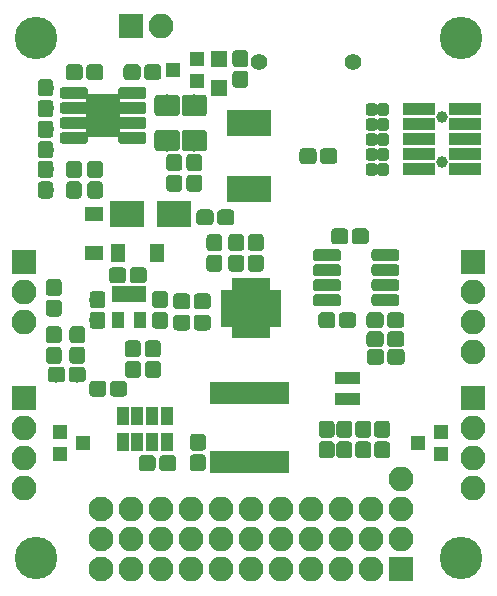
<source format=gbs>
G04 #@! TF.GenerationSoftware,KiCad,Pcbnew,(5.1.2)-1*
G04 #@! TF.CreationDate,2019-05-17T16:38:47+12:00*
G04 #@! TF.ProjectId,SimpleFCv2,53696d70-6c65-4464-9376-322e6b696361,rev?*
G04 #@! TF.SameCoordinates,Original*
G04 #@! TF.FileFunction,Soldermask,Bot*
G04 #@! TF.FilePolarity,Negative*
%FSLAX46Y46*%
G04 Gerber Fmt 4.6, Leading zero omitted, Abs format (unit mm)*
G04 Created by KiCad (PCBNEW (5.1.2)-1) date 2019-05-17 16:38:47*
%MOMM*%
%LPD*%
G04 APERTURE LIST*
%ADD10C,0.100000*%
%ADD11C,1.350000*%
%ADD12C,1.825000*%
%ADD13R,1.400000X1.400000*%
%ADD14R,1.300000X1.200000*%
%ADD15R,1.600000X1.300000*%
%ADD16R,1.300000X1.600000*%
%ADD17R,2.100000X2.100000*%
%ADD18O,2.100000X2.100000*%
%ADD19C,1.400000*%
%ADD20C,2.100000*%
%ADD21C,1.000000*%
%ADD22R,2.800000X1.140000*%
%ADD23R,3.800000X2.300000*%
%ADD24C,0.990000*%
%ADD25R,1.000000X1.500000*%
%ADD26R,0.625000X1.000000*%
%ADD27R,0.750000X1.250000*%
%ADD28R,1.250000X0.750000*%
%ADD29R,2.700000X2.700000*%
%ADD30C,2.810000*%
%ADD31R,1.050000X1.460000*%
%ADD32R,0.850000X1.850000*%
%ADD33C,3.600000*%
%ADD34R,2.900000X2.200000*%
G04 APERTURE END LIST*
D10*
G36*
X137570581Y-103351625D02*
G01*
X137603343Y-103356485D01*
X137635471Y-103364533D01*
X137666656Y-103375691D01*
X137696596Y-103389852D01*
X137725005Y-103406879D01*
X137751608Y-103426609D01*
X137776149Y-103448851D01*
X137798391Y-103473392D01*
X137818121Y-103499995D01*
X137835148Y-103528404D01*
X137849309Y-103558344D01*
X137860467Y-103589529D01*
X137868515Y-103621657D01*
X137873375Y-103654419D01*
X137875000Y-103687500D01*
X137875000Y-104462500D01*
X137873375Y-104495581D01*
X137868515Y-104528343D01*
X137860467Y-104560471D01*
X137849309Y-104591656D01*
X137835148Y-104621596D01*
X137818121Y-104650005D01*
X137798391Y-104676608D01*
X137776149Y-104701149D01*
X137751608Y-104723391D01*
X137725005Y-104743121D01*
X137696596Y-104760148D01*
X137666656Y-104774309D01*
X137635471Y-104785467D01*
X137603343Y-104793515D01*
X137570581Y-104798375D01*
X137537500Y-104800000D01*
X136862500Y-104800000D01*
X136829419Y-104798375D01*
X136796657Y-104793515D01*
X136764529Y-104785467D01*
X136733344Y-104774309D01*
X136703404Y-104760148D01*
X136674995Y-104743121D01*
X136648392Y-104723391D01*
X136623851Y-104701149D01*
X136601609Y-104676608D01*
X136581879Y-104650005D01*
X136564852Y-104621596D01*
X136550691Y-104591656D01*
X136539533Y-104560471D01*
X136531485Y-104528343D01*
X136526625Y-104495581D01*
X136525000Y-104462500D01*
X136525000Y-103687500D01*
X136526625Y-103654419D01*
X136531485Y-103621657D01*
X136539533Y-103589529D01*
X136550691Y-103558344D01*
X136564852Y-103528404D01*
X136581879Y-103499995D01*
X136601609Y-103473392D01*
X136623851Y-103448851D01*
X136648392Y-103426609D01*
X136674995Y-103406879D01*
X136703404Y-103389852D01*
X136733344Y-103375691D01*
X136764529Y-103364533D01*
X136796657Y-103356485D01*
X136829419Y-103351625D01*
X136862500Y-103350000D01*
X137537500Y-103350000D01*
X137570581Y-103351625D01*
X137570581Y-103351625D01*
G37*
D11*
X137200000Y-104075000D03*
D10*
G36*
X137570581Y-101601625D02*
G01*
X137603343Y-101606485D01*
X137635471Y-101614533D01*
X137666656Y-101625691D01*
X137696596Y-101639852D01*
X137725005Y-101656879D01*
X137751608Y-101676609D01*
X137776149Y-101698851D01*
X137798391Y-101723392D01*
X137818121Y-101749995D01*
X137835148Y-101778404D01*
X137849309Y-101808344D01*
X137860467Y-101839529D01*
X137868515Y-101871657D01*
X137873375Y-101904419D01*
X137875000Y-101937500D01*
X137875000Y-102712500D01*
X137873375Y-102745581D01*
X137868515Y-102778343D01*
X137860467Y-102810471D01*
X137849309Y-102841656D01*
X137835148Y-102871596D01*
X137818121Y-102900005D01*
X137798391Y-102926608D01*
X137776149Y-102951149D01*
X137751608Y-102973391D01*
X137725005Y-102993121D01*
X137696596Y-103010148D01*
X137666656Y-103024309D01*
X137635471Y-103035467D01*
X137603343Y-103043515D01*
X137570581Y-103048375D01*
X137537500Y-103050000D01*
X136862500Y-103050000D01*
X136829419Y-103048375D01*
X136796657Y-103043515D01*
X136764529Y-103035467D01*
X136733344Y-103024309D01*
X136703404Y-103010148D01*
X136674995Y-102993121D01*
X136648392Y-102973391D01*
X136623851Y-102951149D01*
X136601609Y-102926608D01*
X136581879Y-102900005D01*
X136564852Y-102871596D01*
X136550691Y-102841656D01*
X136539533Y-102810471D01*
X136531485Y-102778343D01*
X136526625Y-102745581D01*
X136525000Y-102712500D01*
X136525000Y-101937500D01*
X136526625Y-101904419D01*
X136531485Y-101871657D01*
X136539533Y-101839529D01*
X136550691Y-101808344D01*
X136564852Y-101778404D01*
X136581879Y-101749995D01*
X136601609Y-101723392D01*
X136623851Y-101698851D01*
X136648392Y-101676609D01*
X136674995Y-101656879D01*
X136703404Y-101639852D01*
X136733344Y-101625691D01*
X136764529Y-101614533D01*
X136796657Y-101606485D01*
X136829419Y-101601625D01*
X136862500Y-101600000D01*
X137537500Y-101600000D01*
X137570581Y-101601625D01*
X137570581Y-101601625D01*
G37*
D11*
X137200000Y-102325000D03*
D10*
G36*
X139270581Y-101601625D02*
G01*
X139303343Y-101606485D01*
X139335471Y-101614533D01*
X139366656Y-101625691D01*
X139396596Y-101639852D01*
X139425005Y-101656879D01*
X139451608Y-101676609D01*
X139476149Y-101698851D01*
X139498391Y-101723392D01*
X139518121Y-101749995D01*
X139535148Y-101778404D01*
X139549309Y-101808344D01*
X139560467Y-101839529D01*
X139568515Y-101871657D01*
X139573375Y-101904419D01*
X139575000Y-101937500D01*
X139575000Y-102712500D01*
X139573375Y-102745581D01*
X139568515Y-102778343D01*
X139560467Y-102810471D01*
X139549309Y-102841656D01*
X139535148Y-102871596D01*
X139518121Y-102900005D01*
X139498391Y-102926608D01*
X139476149Y-102951149D01*
X139451608Y-102973391D01*
X139425005Y-102993121D01*
X139396596Y-103010148D01*
X139366656Y-103024309D01*
X139335471Y-103035467D01*
X139303343Y-103043515D01*
X139270581Y-103048375D01*
X139237500Y-103050000D01*
X138562500Y-103050000D01*
X138529419Y-103048375D01*
X138496657Y-103043515D01*
X138464529Y-103035467D01*
X138433344Y-103024309D01*
X138403404Y-103010148D01*
X138374995Y-102993121D01*
X138348392Y-102973391D01*
X138323851Y-102951149D01*
X138301609Y-102926608D01*
X138281879Y-102900005D01*
X138264852Y-102871596D01*
X138250691Y-102841656D01*
X138239533Y-102810471D01*
X138231485Y-102778343D01*
X138226625Y-102745581D01*
X138225000Y-102712500D01*
X138225000Y-101937500D01*
X138226625Y-101904419D01*
X138231485Y-101871657D01*
X138239533Y-101839529D01*
X138250691Y-101808344D01*
X138264852Y-101778404D01*
X138281879Y-101749995D01*
X138301609Y-101723392D01*
X138323851Y-101698851D01*
X138348392Y-101676609D01*
X138374995Y-101656879D01*
X138403404Y-101639852D01*
X138433344Y-101625691D01*
X138464529Y-101614533D01*
X138496657Y-101606485D01*
X138529419Y-101601625D01*
X138562500Y-101600000D01*
X139237500Y-101600000D01*
X139270581Y-101601625D01*
X139270581Y-101601625D01*
G37*
D11*
X138900000Y-102325000D03*
D10*
G36*
X139270581Y-103351625D02*
G01*
X139303343Y-103356485D01*
X139335471Y-103364533D01*
X139366656Y-103375691D01*
X139396596Y-103389852D01*
X139425005Y-103406879D01*
X139451608Y-103426609D01*
X139476149Y-103448851D01*
X139498391Y-103473392D01*
X139518121Y-103499995D01*
X139535148Y-103528404D01*
X139549309Y-103558344D01*
X139560467Y-103589529D01*
X139568515Y-103621657D01*
X139573375Y-103654419D01*
X139575000Y-103687500D01*
X139575000Y-104462500D01*
X139573375Y-104495581D01*
X139568515Y-104528343D01*
X139560467Y-104560471D01*
X139549309Y-104591656D01*
X139535148Y-104621596D01*
X139518121Y-104650005D01*
X139498391Y-104676608D01*
X139476149Y-104701149D01*
X139451608Y-104723391D01*
X139425005Y-104743121D01*
X139396596Y-104760148D01*
X139366656Y-104774309D01*
X139335471Y-104785467D01*
X139303343Y-104793515D01*
X139270581Y-104798375D01*
X139237500Y-104800000D01*
X138562500Y-104800000D01*
X138529419Y-104798375D01*
X138496657Y-104793515D01*
X138464529Y-104785467D01*
X138433344Y-104774309D01*
X138403404Y-104760148D01*
X138374995Y-104743121D01*
X138348392Y-104723391D01*
X138323851Y-104701149D01*
X138301609Y-104676608D01*
X138281879Y-104650005D01*
X138264852Y-104621596D01*
X138250691Y-104591656D01*
X138239533Y-104560471D01*
X138231485Y-104528343D01*
X138226625Y-104495581D01*
X138225000Y-104462500D01*
X138225000Y-103687500D01*
X138226625Y-103654419D01*
X138231485Y-103621657D01*
X138239533Y-103589529D01*
X138250691Y-103558344D01*
X138264852Y-103528404D01*
X138281879Y-103499995D01*
X138301609Y-103473392D01*
X138323851Y-103448851D01*
X138348392Y-103426609D01*
X138374995Y-103406879D01*
X138403404Y-103389852D01*
X138433344Y-103375691D01*
X138464529Y-103364533D01*
X138496657Y-103356485D01*
X138529419Y-103351625D01*
X138562500Y-103350000D01*
X139237500Y-103350000D01*
X139270581Y-103351625D01*
X139270581Y-103351625D01*
G37*
D11*
X138900000Y-104075000D03*
D10*
G36*
X158120581Y-100826625D02*
G01*
X158153343Y-100831485D01*
X158185471Y-100839533D01*
X158216656Y-100850691D01*
X158246596Y-100864852D01*
X158275005Y-100881879D01*
X158301608Y-100901609D01*
X158326149Y-100923851D01*
X158348391Y-100948392D01*
X158368121Y-100974995D01*
X158385148Y-101003404D01*
X158399309Y-101033344D01*
X158410467Y-101064529D01*
X158418515Y-101096657D01*
X158423375Y-101129419D01*
X158425000Y-101162500D01*
X158425000Y-101837500D01*
X158423375Y-101870581D01*
X158418515Y-101903343D01*
X158410467Y-101935471D01*
X158399309Y-101966656D01*
X158385148Y-101996596D01*
X158368121Y-102025005D01*
X158348391Y-102051608D01*
X158326149Y-102076149D01*
X158301608Y-102098391D01*
X158275005Y-102118121D01*
X158246596Y-102135148D01*
X158216656Y-102149309D01*
X158185471Y-102160467D01*
X158153343Y-102168515D01*
X158120581Y-102173375D01*
X158087500Y-102175000D01*
X157312500Y-102175000D01*
X157279419Y-102173375D01*
X157246657Y-102168515D01*
X157214529Y-102160467D01*
X157183344Y-102149309D01*
X157153404Y-102135148D01*
X157124995Y-102118121D01*
X157098392Y-102098391D01*
X157073851Y-102076149D01*
X157051609Y-102051608D01*
X157031879Y-102025005D01*
X157014852Y-101996596D01*
X157000691Y-101966656D01*
X156989533Y-101935471D01*
X156981485Y-101903343D01*
X156976625Y-101870581D01*
X156975000Y-101837500D01*
X156975000Y-101162500D01*
X156976625Y-101129419D01*
X156981485Y-101096657D01*
X156989533Y-101064529D01*
X157000691Y-101033344D01*
X157014852Y-101003404D01*
X157031879Y-100974995D01*
X157051609Y-100948392D01*
X157073851Y-100923851D01*
X157098392Y-100901609D01*
X157124995Y-100881879D01*
X157153404Y-100864852D01*
X157183344Y-100850691D01*
X157214529Y-100839533D01*
X157246657Y-100831485D01*
X157279419Y-100826625D01*
X157312500Y-100825000D01*
X158087500Y-100825000D01*
X158120581Y-100826625D01*
X158120581Y-100826625D01*
G37*
D11*
X157700000Y-101500000D03*
D10*
G36*
X159870581Y-100826625D02*
G01*
X159903343Y-100831485D01*
X159935471Y-100839533D01*
X159966656Y-100850691D01*
X159996596Y-100864852D01*
X160025005Y-100881879D01*
X160051608Y-100901609D01*
X160076149Y-100923851D01*
X160098391Y-100948392D01*
X160118121Y-100974995D01*
X160135148Y-101003404D01*
X160149309Y-101033344D01*
X160160467Y-101064529D01*
X160168515Y-101096657D01*
X160173375Y-101129419D01*
X160175000Y-101162500D01*
X160175000Y-101837500D01*
X160173375Y-101870581D01*
X160168515Y-101903343D01*
X160160467Y-101935471D01*
X160149309Y-101966656D01*
X160135148Y-101996596D01*
X160118121Y-102025005D01*
X160098391Y-102051608D01*
X160076149Y-102076149D01*
X160051608Y-102098391D01*
X160025005Y-102118121D01*
X159996596Y-102135148D01*
X159966656Y-102149309D01*
X159935471Y-102160467D01*
X159903343Y-102168515D01*
X159870581Y-102173375D01*
X159837500Y-102175000D01*
X159062500Y-102175000D01*
X159029419Y-102173375D01*
X158996657Y-102168515D01*
X158964529Y-102160467D01*
X158933344Y-102149309D01*
X158903404Y-102135148D01*
X158874995Y-102118121D01*
X158848392Y-102098391D01*
X158823851Y-102076149D01*
X158801609Y-102051608D01*
X158781879Y-102025005D01*
X158764852Y-101996596D01*
X158750691Y-101966656D01*
X158739533Y-101935471D01*
X158731485Y-101903343D01*
X158726625Y-101870581D01*
X158725000Y-101837500D01*
X158725000Y-101162500D01*
X158726625Y-101129419D01*
X158731485Y-101096657D01*
X158739533Y-101064529D01*
X158750691Y-101033344D01*
X158764852Y-101003404D01*
X158781879Y-100974995D01*
X158801609Y-100948392D01*
X158823851Y-100923851D01*
X158848392Y-100901609D01*
X158874995Y-100881879D01*
X158903404Y-100864852D01*
X158933344Y-100850691D01*
X158964529Y-100839533D01*
X158996657Y-100831485D01*
X159029419Y-100826625D01*
X159062500Y-100825000D01*
X159837500Y-100825000D01*
X159870581Y-100826625D01*
X159870581Y-100826625D01*
G37*
D11*
X159450000Y-101500000D03*
D10*
G36*
X140570581Y-111326625D02*
G01*
X140603343Y-111331485D01*
X140635471Y-111339533D01*
X140666656Y-111350691D01*
X140696596Y-111364852D01*
X140725005Y-111381879D01*
X140751608Y-111401609D01*
X140776149Y-111423851D01*
X140798391Y-111448392D01*
X140818121Y-111474995D01*
X140835148Y-111503404D01*
X140849309Y-111533344D01*
X140860467Y-111564529D01*
X140868515Y-111596657D01*
X140873375Y-111629419D01*
X140875000Y-111662500D01*
X140875000Y-112337500D01*
X140873375Y-112370581D01*
X140868515Y-112403343D01*
X140860467Y-112435471D01*
X140849309Y-112466656D01*
X140835148Y-112496596D01*
X140818121Y-112525005D01*
X140798391Y-112551608D01*
X140776149Y-112576149D01*
X140751608Y-112598391D01*
X140725005Y-112618121D01*
X140696596Y-112635148D01*
X140666656Y-112649309D01*
X140635471Y-112660467D01*
X140603343Y-112668515D01*
X140570581Y-112673375D01*
X140537500Y-112675000D01*
X139762500Y-112675000D01*
X139729419Y-112673375D01*
X139696657Y-112668515D01*
X139664529Y-112660467D01*
X139633344Y-112649309D01*
X139603404Y-112635148D01*
X139574995Y-112618121D01*
X139548392Y-112598391D01*
X139523851Y-112576149D01*
X139501609Y-112551608D01*
X139481879Y-112525005D01*
X139464852Y-112496596D01*
X139450691Y-112466656D01*
X139439533Y-112435471D01*
X139431485Y-112403343D01*
X139426625Y-112370581D01*
X139425000Y-112337500D01*
X139425000Y-111662500D01*
X139426625Y-111629419D01*
X139431485Y-111596657D01*
X139439533Y-111564529D01*
X139450691Y-111533344D01*
X139464852Y-111503404D01*
X139481879Y-111474995D01*
X139501609Y-111448392D01*
X139523851Y-111423851D01*
X139548392Y-111401609D01*
X139574995Y-111381879D01*
X139603404Y-111364852D01*
X139633344Y-111350691D01*
X139664529Y-111339533D01*
X139696657Y-111331485D01*
X139729419Y-111326625D01*
X139762500Y-111325000D01*
X140537500Y-111325000D01*
X140570581Y-111326625D01*
X140570581Y-111326625D01*
G37*
D11*
X140150000Y-112000000D03*
D10*
G36*
X138820581Y-111326625D02*
G01*
X138853343Y-111331485D01*
X138885471Y-111339533D01*
X138916656Y-111350691D01*
X138946596Y-111364852D01*
X138975005Y-111381879D01*
X139001608Y-111401609D01*
X139026149Y-111423851D01*
X139048391Y-111448392D01*
X139068121Y-111474995D01*
X139085148Y-111503404D01*
X139099309Y-111533344D01*
X139110467Y-111564529D01*
X139118515Y-111596657D01*
X139123375Y-111629419D01*
X139125000Y-111662500D01*
X139125000Y-112337500D01*
X139123375Y-112370581D01*
X139118515Y-112403343D01*
X139110467Y-112435471D01*
X139099309Y-112466656D01*
X139085148Y-112496596D01*
X139068121Y-112525005D01*
X139048391Y-112551608D01*
X139026149Y-112576149D01*
X139001608Y-112598391D01*
X138975005Y-112618121D01*
X138946596Y-112635148D01*
X138916656Y-112649309D01*
X138885471Y-112660467D01*
X138853343Y-112668515D01*
X138820581Y-112673375D01*
X138787500Y-112675000D01*
X138012500Y-112675000D01*
X137979419Y-112673375D01*
X137946657Y-112668515D01*
X137914529Y-112660467D01*
X137883344Y-112649309D01*
X137853404Y-112635148D01*
X137824995Y-112618121D01*
X137798392Y-112598391D01*
X137773851Y-112576149D01*
X137751609Y-112551608D01*
X137731879Y-112525005D01*
X137714852Y-112496596D01*
X137700691Y-112466656D01*
X137689533Y-112435471D01*
X137681485Y-112403343D01*
X137676625Y-112370581D01*
X137675000Y-112337500D01*
X137675000Y-111662500D01*
X137676625Y-111629419D01*
X137681485Y-111596657D01*
X137689533Y-111564529D01*
X137700691Y-111533344D01*
X137714852Y-111503404D01*
X137731879Y-111474995D01*
X137751609Y-111448392D01*
X137773851Y-111423851D01*
X137798392Y-111401609D01*
X137824995Y-111381879D01*
X137853404Y-111364852D01*
X137883344Y-111350691D01*
X137914529Y-111339533D01*
X137946657Y-111331485D01*
X137979419Y-111326625D01*
X138012500Y-111325000D01*
X138787500Y-111325000D01*
X138820581Y-111326625D01*
X138820581Y-111326625D01*
G37*
D11*
X138400000Y-112000000D03*
D10*
G36*
X155470581Y-110151625D02*
G01*
X155503343Y-110156485D01*
X155535471Y-110164533D01*
X155566656Y-110175691D01*
X155596596Y-110189852D01*
X155625005Y-110206879D01*
X155651608Y-110226609D01*
X155676149Y-110248851D01*
X155698391Y-110273392D01*
X155718121Y-110299995D01*
X155735148Y-110328404D01*
X155749309Y-110358344D01*
X155760467Y-110389529D01*
X155768515Y-110421657D01*
X155773375Y-110454419D01*
X155775000Y-110487500D01*
X155775000Y-111262500D01*
X155773375Y-111295581D01*
X155768515Y-111328343D01*
X155760467Y-111360471D01*
X155749309Y-111391656D01*
X155735148Y-111421596D01*
X155718121Y-111450005D01*
X155698391Y-111476608D01*
X155676149Y-111501149D01*
X155651608Y-111523391D01*
X155625005Y-111543121D01*
X155596596Y-111560148D01*
X155566656Y-111574309D01*
X155535471Y-111585467D01*
X155503343Y-111593515D01*
X155470581Y-111598375D01*
X155437500Y-111600000D01*
X154762500Y-111600000D01*
X154729419Y-111598375D01*
X154696657Y-111593515D01*
X154664529Y-111585467D01*
X154633344Y-111574309D01*
X154603404Y-111560148D01*
X154574995Y-111543121D01*
X154548392Y-111523391D01*
X154523851Y-111501149D01*
X154501609Y-111476608D01*
X154481879Y-111450005D01*
X154464852Y-111421596D01*
X154450691Y-111391656D01*
X154439533Y-111360471D01*
X154431485Y-111328343D01*
X154426625Y-111295581D01*
X154425000Y-111262500D01*
X154425000Y-110487500D01*
X154426625Y-110454419D01*
X154431485Y-110421657D01*
X154439533Y-110389529D01*
X154450691Y-110358344D01*
X154464852Y-110328404D01*
X154481879Y-110299995D01*
X154501609Y-110273392D01*
X154523851Y-110248851D01*
X154548392Y-110226609D01*
X154574995Y-110206879D01*
X154603404Y-110189852D01*
X154633344Y-110175691D01*
X154664529Y-110164533D01*
X154696657Y-110156485D01*
X154729419Y-110151625D01*
X154762500Y-110150000D01*
X155437500Y-110150000D01*
X155470581Y-110151625D01*
X155470581Y-110151625D01*
G37*
D11*
X155100000Y-110875000D03*
D10*
G36*
X155470581Y-108401625D02*
G01*
X155503343Y-108406485D01*
X155535471Y-108414533D01*
X155566656Y-108425691D01*
X155596596Y-108439852D01*
X155625005Y-108456879D01*
X155651608Y-108476609D01*
X155676149Y-108498851D01*
X155698391Y-108523392D01*
X155718121Y-108549995D01*
X155735148Y-108578404D01*
X155749309Y-108608344D01*
X155760467Y-108639529D01*
X155768515Y-108671657D01*
X155773375Y-108704419D01*
X155775000Y-108737500D01*
X155775000Y-109512500D01*
X155773375Y-109545581D01*
X155768515Y-109578343D01*
X155760467Y-109610471D01*
X155749309Y-109641656D01*
X155735148Y-109671596D01*
X155718121Y-109700005D01*
X155698391Y-109726608D01*
X155676149Y-109751149D01*
X155651608Y-109773391D01*
X155625005Y-109793121D01*
X155596596Y-109810148D01*
X155566656Y-109824309D01*
X155535471Y-109835467D01*
X155503343Y-109843515D01*
X155470581Y-109848375D01*
X155437500Y-109850000D01*
X154762500Y-109850000D01*
X154729419Y-109848375D01*
X154696657Y-109843515D01*
X154664529Y-109835467D01*
X154633344Y-109824309D01*
X154603404Y-109810148D01*
X154574995Y-109793121D01*
X154548392Y-109773391D01*
X154523851Y-109751149D01*
X154501609Y-109726608D01*
X154481879Y-109700005D01*
X154464852Y-109671596D01*
X154450691Y-109641656D01*
X154439533Y-109610471D01*
X154431485Y-109578343D01*
X154426625Y-109545581D01*
X154425000Y-109512500D01*
X154425000Y-108737500D01*
X154426625Y-108704419D01*
X154431485Y-108671657D01*
X154439533Y-108639529D01*
X154450691Y-108608344D01*
X154464852Y-108578404D01*
X154481879Y-108549995D01*
X154501609Y-108523392D01*
X154523851Y-108498851D01*
X154548392Y-108476609D01*
X154574995Y-108456879D01*
X154603404Y-108439852D01*
X154633344Y-108425691D01*
X154664529Y-108414533D01*
X154696657Y-108406485D01*
X154729419Y-108401625D01*
X154762500Y-108400000D01*
X155437500Y-108400000D01*
X155470581Y-108401625D01*
X155470581Y-108401625D01*
G37*
D11*
X155100000Y-109125000D03*
D10*
G36*
X157070581Y-110151625D02*
G01*
X157103343Y-110156485D01*
X157135471Y-110164533D01*
X157166656Y-110175691D01*
X157196596Y-110189852D01*
X157225005Y-110206879D01*
X157251608Y-110226609D01*
X157276149Y-110248851D01*
X157298391Y-110273392D01*
X157318121Y-110299995D01*
X157335148Y-110328404D01*
X157349309Y-110358344D01*
X157360467Y-110389529D01*
X157368515Y-110421657D01*
X157373375Y-110454419D01*
X157375000Y-110487500D01*
X157375000Y-111262500D01*
X157373375Y-111295581D01*
X157368515Y-111328343D01*
X157360467Y-111360471D01*
X157349309Y-111391656D01*
X157335148Y-111421596D01*
X157318121Y-111450005D01*
X157298391Y-111476608D01*
X157276149Y-111501149D01*
X157251608Y-111523391D01*
X157225005Y-111543121D01*
X157196596Y-111560148D01*
X157166656Y-111574309D01*
X157135471Y-111585467D01*
X157103343Y-111593515D01*
X157070581Y-111598375D01*
X157037500Y-111600000D01*
X156362500Y-111600000D01*
X156329419Y-111598375D01*
X156296657Y-111593515D01*
X156264529Y-111585467D01*
X156233344Y-111574309D01*
X156203404Y-111560148D01*
X156174995Y-111543121D01*
X156148392Y-111523391D01*
X156123851Y-111501149D01*
X156101609Y-111476608D01*
X156081879Y-111450005D01*
X156064852Y-111421596D01*
X156050691Y-111391656D01*
X156039533Y-111360471D01*
X156031485Y-111328343D01*
X156026625Y-111295581D01*
X156025000Y-111262500D01*
X156025000Y-110487500D01*
X156026625Y-110454419D01*
X156031485Y-110421657D01*
X156039533Y-110389529D01*
X156050691Y-110358344D01*
X156064852Y-110328404D01*
X156081879Y-110299995D01*
X156101609Y-110273392D01*
X156123851Y-110248851D01*
X156148392Y-110226609D01*
X156174995Y-110206879D01*
X156203404Y-110189852D01*
X156233344Y-110175691D01*
X156264529Y-110164533D01*
X156296657Y-110156485D01*
X156329419Y-110151625D01*
X156362500Y-110150000D01*
X157037500Y-110150000D01*
X157070581Y-110151625D01*
X157070581Y-110151625D01*
G37*
D11*
X156700000Y-110875000D03*
D10*
G36*
X157070581Y-108401625D02*
G01*
X157103343Y-108406485D01*
X157135471Y-108414533D01*
X157166656Y-108425691D01*
X157196596Y-108439852D01*
X157225005Y-108456879D01*
X157251608Y-108476609D01*
X157276149Y-108498851D01*
X157298391Y-108523392D01*
X157318121Y-108549995D01*
X157335148Y-108578404D01*
X157349309Y-108608344D01*
X157360467Y-108639529D01*
X157368515Y-108671657D01*
X157373375Y-108704419D01*
X157375000Y-108737500D01*
X157375000Y-109512500D01*
X157373375Y-109545581D01*
X157368515Y-109578343D01*
X157360467Y-109610471D01*
X157349309Y-109641656D01*
X157335148Y-109671596D01*
X157318121Y-109700005D01*
X157298391Y-109726608D01*
X157276149Y-109751149D01*
X157251608Y-109773391D01*
X157225005Y-109793121D01*
X157196596Y-109810148D01*
X157166656Y-109824309D01*
X157135471Y-109835467D01*
X157103343Y-109843515D01*
X157070581Y-109848375D01*
X157037500Y-109850000D01*
X156362500Y-109850000D01*
X156329419Y-109848375D01*
X156296657Y-109843515D01*
X156264529Y-109835467D01*
X156233344Y-109824309D01*
X156203404Y-109810148D01*
X156174995Y-109793121D01*
X156148392Y-109773391D01*
X156123851Y-109751149D01*
X156101609Y-109726608D01*
X156081879Y-109700005D01*
X156064852Y-109671596D01*
X156050691Y-109641656D01*
X156039533Y-109610471D01*
X156031485Y-109578343D01*
X156026625Y-109545581D01*
X156025000Y-109512500D01*
X156025000Y-108737500D01*
X156026625Y-108704419D01*
X156031485Y-108671657D01*
X156039533Y-108639529D01*
X156050691Y-108608344D01*
X156064852Y-108578404D01*
X156081879Y-108549995D01*
X156101609Y-108523392D01*
X156123851Y-108498851D01*
X156148392Y-108476609D01*
X156174995Y-108456879D01*
X156203404Y-108439852D01*
X156233344Y-108425691D01*
X156264529Y-108414533D01*
X156296657Y-108406485D01*
X156329419Y-108401625D01*
X156362500Y-108400000D01*
X157037500Y-108400000D01*
X157070581Y-108401625D01*
X157070581Y-108401625D01*
G37*
D11*
X156700000Y-109125000D03*
D10*
G36*
X158670581Y-108401625D02*
G01*
X158703343Y-108406485D01*
X158735471Y-108414533D01*
X158766656Y-108425691D01*
X158796596Y-108439852D01*
X158825005Y-108456879D01*
X158851608Y-108476609D01*
X158876149Y-108498851D01*
X158898391Y-108523392D01*
X158918121Y-108549995D01*
X158935148Y-108578404D01*
X158949309Y-108608344D01*
X158960467Y-108639529D01*
X158968515Y-108671657D01*
X158973375Y-108704419D01*
X158975000Y-108737500D01*
X158975000Y-109512500D01*
X158973375Y-109545581D01*
X158968515Y-109578343D01*
X158960467Y-109610471D01*
X158949309Y-109641656D01*
X158935148Y-109671596D01*
X158918121Y-109700005D01*
X158898391Y-109726608D01*
X158876149Y-109751149D01*
X158851608Y-109773391D01*
X158825005Y-109793121D01*
X158796596Y-109810148D01*
X158766656Y-109824309D01*
X158735471Y-109835467D01*
X158703343Y-109843515D01*
X158670581Y-109848375D01*
X158637500Y-109850000D01*
X157962500Y-109850000D01*
X157929419Y-109848375D01*
X157896657Y-109843515D01*
X157864529Y-109835467D01*
X157833344Y-109824309D01*
X157803404Y-109810148D01*
X157774995Y-109793121D01*
X157748392Y-109773391D01*
X157723851Y-109751149D01*
X157701609Y-109726608D01*
X157681879Y-109700005D01*
X157664852Y-109671596D01*
X157650691Y-109641656D01*
X157639533Y-109610471D01*
X157631485Y-109578343D01*
X157626625Y-109545581D01*
X157625000Y-109512500D01*
X157625000Y-108737500D01*
X157626625Y-108704419D01*
X157631485Y-108671657D01*
X157639533Y-108639529D01*
X157650691Y-108608344D01*
X157664852Y-108578404D01*
X157681879Y-108549995D01*
X157701609Y-108523392D01*
X157723851Y-108498851D01*
X157748392Y-108476609D01*
X157774995Y-108456879D01*
X157803404Y-108439852D01*
X157833344Y-108425691D01*
X157864529Y-108414533D01*
X157896657Y-108406485D01*
X157929419Y-108401625D01*
X157962500Y-108400000D01*
X158637500Y-108400000D01*
X158670581Y-108401625D01*
X158670581Y-108401625D01*
G37*
D11*
X158300000Y-109125000D03*
D10*
G36*
X158670581Y-110151625D02*
G01*
X158703343Y-110156485D01*
X158735471Y-110164533D01*
X158766656Y-110175691D01*
X158796596Y-110189852D01*
X158825005Y-110206879D01*
X158851608Y-110226609D01*
X158876149Y-110248851D01*
X158898391Y-110273392D01*
X158918121Y-110299995D01*
X158935148Y-110328404D01*
X158949309Y-110358344D01*
X158960467Y-110389529D01*
X158968515Y-110421657D01*
X158973375Y-110454419D01*
X158975000Y-110487500D01*
X158975000Y-111262500D01*
X158973375Y-111295581D01*
X158968515Y-111328343D01*
X158960467Y-111360471D01*
X158949309Y-111391656D01*
X158935148Y-111421596D01*
X158918121Y-111450005D01*
X158898391Y-111476608D01*
X158876149Y-111501149D01*
X158851608Y-111523391D01*
X158825005Y-111543121D01*
X158796596Y-111560148D01*
X158766656Y-111574309D01*
X158735471Y-111585467D01*
X158703343Y-111593515D01*
X158670581Y-111598375D01*
X158637500Y-111600000D01*
X157962500Y-111600000D01*
X157929419Y-111598375D01*
X157896657Y-111593515D01*
X157864529Y-111585467D01*
X157833344Y-111574309D01*
X157803404Y-111560148D01*
X157774995Y-111543121D01*
X157748392Y-111523391D01*
X157723851Y-111501149D01*
X157701609Y-111476608D01*
X157681879Y-111450005D01*
X157664852Y-111421596D01*
X157650691Y-111391656D01*
X157639533Y-111360471D01*
X157631485Y-111328343D01*
X157626625Y-111295581D01*
X157625000Y-111262500D01*
X157625000Y-110487500D01*
X157626625Y-110454419D01*
X157631485Y-110421657D01*
X157639533Y-110389529D01*
X157650691Y-110358344D01*
X157664852Y-110328404D01*
X157681879Y-110299995D01*
X157701609Y-110273392D01*
X157723851Y-110248851D01*
X157748392Y-110226609D01*
X157774995Y-110206879D01*
X157803404Y-110189852D01*
X157833344Y-110175691D01*
X157864529Y-110164533D01*
X157896657Y-110156485D01*
X157929419Y-110151625D01*
X157962500Y-110150000D01*
X158637500Y-110150000D01*
X158670581Y-110151625D01*
X158670581Y-110151625D01*
G37*
D11*
X158300000Y-110875000D03*
D10*
G36*
X153970581Y-110151625D02*
G01*
X154003343Y-110156485D01*
X154035471Y-110164533D01*
X154066656Y-110175691D01*
X154096596Y-110189852D01*
X154125005Y-110206879D01*
X154151608Y-110226609D01*
X154176149Y-110248851D01*
X154198391Y-110273392D01*
X154218121Y-110299995D01*
X154235148Y-110328404D01*
X154249309Y-110358344D01*
X154260467Y-110389529D01*
X154268515Y-110421657D01*
X154273375Y-110454419D01*
X154275000Y-110487500D01*
X154275000Y-111262500D01*
X154273375Y-111295581D01*
X154268515Y-111328343D01*
X154260467Y-111360471D01*
X154249309Y-111391656D01*
X154235148Y-111421596D01*
X154218121Y-111450005D01*
X154198391Y-111476608D01*
X154176149Y-111501149D01*
X154151608Y-111523391D01*
X154125005Y-111543121D01*
X154096596Y-111560148D01*
X154066656Y-111574309D01*
X154035471Y-111585467D01*
X154003343Y-111593515D01*
X153970581Y-111598375D01*
X153937500Y-111600000D01*
X153262500Y-111600000D01*
X153229419Y-111598375D01*
X153196657Y-111593515D01*
X153164529Y-111585467D01*
X153133344Y-111574309D01*
X153103404Y-111560148D01*
X153074995Y-111543121D01*
X153048392Y-111523391D01*
X153023851Y-111501149D01*
X153001609Y-111476608D01*
X152981879Y-111450005D01*
X152964852Y-111421596D01*
X152950691Y-111391656D01*
X152939533Y-111360471D01*
X152931485Y-111328343D01*
X152926625Y-111295581D01*
X152925000Y-111262500D01*
X152925000Y-110487500D01*
X152926625Y-110454419D01*
X152931485Y-110421657D01*
X152939533Y-110389529D01*
X152950691Y-110358344D01*
X152964852Y-110328404D01*
X152981879Y-110299995D01*
X153001609Y-110273392D01*
X153023851Y-110248851D01*
X153048392Y-110226609D01*
X153074995Y-110206879D01*
X153103404Y-110189852D01*
X153133344Y-110175691D01*
X153164529Y-110164533D01*
X153196657Y-110156485D01*
X153229419Y-110151625D01*
X153262500Y-110150000D01*
X153937500Y-110150000D01*
X153970581Y-110151625D01*
X153970581Y-110151625D01*
G37*
D11*
X153600000Y-110875000D03*
D10*
G36*
X153970581Y-108401625D02*
G01*
X154003343Y-108406485D01*
X154035471Y-108414533D01*
X154066656Y-108425691D01*
X154096596Y-108439852D01*
X154125005Y-108456879D01*
X154151608Y-108476609D01*
X154176149Y-108498851D01*
X154198391Y-108523392D01*
X154218121Y-108549995D01*
X154235148Y-108578404D01*
X154249309Y-108608344D01*
X154260467Y-108639529D01*
X154268515Y-108671657D01*
X154273375Y-108704419D01*
X154275000Y-108737500D01*
X154275000Y-109512500D01*
X154273375Y-109545581D01*
X154268515Y-109578343D01*
X154260467Y-109610471D01*
X154249309Y-109641656D01*
X154235148Y-109671596D01*
X154218121Y-109700005D01*
X154198391Y-109726608D01*
X154176149Y-109751149D01*
X154151608Y-109773391D01*
X154125005Y-109793121D01*
X154096596Y-109810148D01*
X154066656Y-109824309D01*
X154035471Y-109835467D01*
X154003343Y-109843515D01*
X153970581Y-109848375D01*
X153937500Y-109850000D01*
X153262500Y-109850000D01*
X153229419Y-109848375D01*
X153196657Y-109843515D01*
X153164529Y-109835467D01*
X153133344Y-109824309D01*
X153103404Y-109810148D01*
X153074995Y-109793121D01*
X153048392Y-109773391D01*
X153023851Y-109751149D01*
X153001609Y-109726608D01*
X152981879Y-109700005D01*
X152964852Y-109671596D01*
X152950691Y-109641656D01*
X152939533Y-109610471D01*
X152931485Y-109578343D01*
X152926625Y-109545581D01*
X152925000Y-109512500D01*
X152925000Y-108737500D01*
X152926625Y-108704419D01*
X152931485Y-108671657D01*
X152939533Y-108639529D01*
X152950691Y-108608344D01*
X152964852Y-108578404D01*
X152981879Y-108549995D01*
X153001609Y-108523392D01*
X153023851Y-108498851D01*
X153048392Y-108476609D01*
X153074995Y-108456879D01*
X153103404Y-108439852D01*
X153133344Y-108425691D01*
X153164529Y-108414533D01*
X153196657Y-108406485D01*
X153229419Y-108401625D01*
X153262500Y-108400000D01*
X153937500Y-108400000D01*
X153970581Y-108401625D01*
X153970581Y-108401625D01*
G37*
D11*
X153600000Y-109125000D03*
D10*
G36*
X141745581Y-97626625D02*
G01*
X141778343Y-97631485D01*
X141810471Y-97639533D01*
X141841656Y-97650691D01*
X141871596Y-97664852D01*
X141900005Y-97681879D01*
X141926608Y-97701609D01*
X141951149Y-97723851D01*
X141973391Y-97748392D01*
X141993121Y-97774995D01*
X142010148Y-97803404D01*
X142024309Y-97833344D01*
X142035467Y-97864529D01*
X142043515Y-97896657D01*
X142048375Y-97929419D01*
X142050000Y-97962500D01*
X142050000Y-98637500D01*
X142048375Y-98670581D01*
X142043515Y-98703343D01*
X142035467Y-98735471D01*
X142024309Y-98766656D01*
X142010148Y-98796596D01*
X141993121Y-98825005D01*
X141973391Y-98851608D01*
X141951149Y-98876149D01*
X141926608Y-98898391D01*
X141900005Y-98918121D01*
X141871596Y-98935148D01*
X141841656Y-98949309D01*
X141810471Y-98960467D01*
X141778343Y-98968515D01*
X141745581Y-98973375D01*
X141712500Y-98975000D01*
X140937500Y-98975000D01*
X140904419Y-98973375D01*
X140871657Y-98968515D01*
X140839529Y-98960467D01*
X140808344Y-98949309D01*
X140778404Y-98935148D01*
X140749995Y-98918121D01*
X140723392Y-98898391D01*
X140698851Y-98876149D01*
X140676609Y-98851608D01*
X140656879Y-98825005D01*
X140639852Y-98796596D01*
X140625691Y-98766656D01*
X140614533Y-98735471D01*
X140606485Y-98703343D01*
X140601625Y-98670581D01*
X140600000Y-98637500D01*
X140600000Y-97962500D01*
X140601625Y-97929419D01*
X140606485Y-97896657D01*
X140614533Y-97864529D01*
X140625691Y-97833344D01*
X140639852Y-97803404D01*
X140656879Y-97774995D01*
X140676609Y-97748392D01*
X140698851Y-97723851D01*
X140723392Y-97701609D01*
X140749995Y-97681879D01*
X140778404Y-97664852D01*
X140808344Y-97650691D01*
X140839529Y-97639533D01*
X140871657Y-97631485D01*
X140904419Y-97626625D01*
X140937500Y-97625000D01*
X141712500Y-97625000D01*
X141745581Y-97626625D01*
X141745581Y-97626625D01*
G37*
D11*
X141325000Y-98300000D03*
D10*
G36*
X143495581Y-97626625D02*
G01*
X143528343Y-97631485D01*
X143560471Y-97639533D01*
X143591656Y-97650691D01*
X143621596Y-97664852D01*
X143650005Y-97681879D01*
X143676608Y-97701609D01*
X143701149Y-97723851D01*
X143723391Y-97748392D01*
X143743121Y-97774995D01*
X143760148Y-97803404D01*
X143774309Y-97833344D01*
X143785467Y-97864529D01*
X143793515Y-97896657D01*
X143798375Y-97929419D01*
X143800000Y-97962500D01*
X143800000Y-98637500D01*
X143798375Y-98670581D01*
X143793515Y-98703343D01*
X143785467Y-98735471D01*
X143774309Y-98766656D01*
X143760148Y-98796596D01*
X143743121Y-98825005D01*
X143723391Y-98851608D01*
X143701149Y-98876149D01*
X143676608Y-98898391D01*
X143650005Y-98918121D01*
X143621596Y-98935148D01*
X143591656Y-98949309D01*
X143560471Y-98960467D01*
X143528343Y-98968515D01*
X143495581Y-98973375D01*
X143462500Y-98975000D01*
X142687500Y-98975000D01*
X142654419Y-98973375D01*
X142621657Y-98968515D01*
X142589529Y-98960467D01*
X142558344Y-98949309D01*
X142528404Y-98935148D01*
X142499995Y-98918121D01*
X142473392Y-98898391D01*
X142448851Y-98876149D01*
X142426609Y-98851608D01*
X142406879Y-98825005D01*
X142389852Y-98796596D01*
X142375691Y-98766656D01*
X142364533Y-98735471D01*
X142356485Y-98703343D01*
X142351625Y-98670581D01*
X142350000Y-98637500D01*
X142350000Y-97962500D01*
X142351625Y-97929419D01*
X142356485Y-97896657D01*
X142364533Y-97864529D01*
X142375691Y-97833344D01*
X142389852Y-97803404D01*
X142406879Y-97774995D01*
X142426609Y-97748392D01*
X142448851Y-97723851D01*
X142473392Y-97701609D01*
X142499995Y-97681879D01*
X142528404Y-97664852D01*
X142558344Y-97650691D01*
X142589529Y-97639533D01*
X142621657Y-97631485D01*
X142654419Y-97626625D01*
X142687500Y-97625000D01*
X143462500Y-97625000D01*
X143495581Y-97626625D01*
X143495581Y-97626625D01*
G37*
D11*
X143075000Y-98300000D03*
D10*
G36*
X143495581Y-99426625D02*
G01*
X143528343Y-99431485D01*
X143560471Y-99439533D01*
X143591656Y-99450691D01*
X143621596Y-99464852D01*
X143650005Y-99481879D01*
X143676608Y-99501609D01*
X143701149Y-99523851D01*
X143723391Y-99548392D01*
X143743121Y-99574995D01*
X143760148Y-99603404D01*
X143774309Y-99633344D01*
X143785467Y-99664529D01*
X143793515Y-99696657D01*
X143798375Y-99729419D01*
X143800000Y-99762500D01*
X143800000Y-100437500D01*
X143798375Y-100470581D01*
X143793515Y-100503343D01*
X143785467Y-100535471D01*
X143774309Y-100566656D01*
X143760148Y-100596596D01*
X143743121Y-100625005D01*
X143723391Y-100651608D01*
X143701149Y-100676149D01*
X143676608Y-100698391D01*
X143650005Y-100718121D01*
X143621596Y-100735148D01*
X143591656Y-100749309D01*
X143560471Y-100760467D01*
X143528343Y-100768515D01*
X143495581Y-100773375D01*
X143462500Y-100775000D01*
X142687500Y-100775000D01*
X142654419Y-100773375D01*
X142621657Y-100768515D01*
X142589529Y-100760467D01*
X142558344Y-100749309D01*
X142528404Y-100735148D01*
X142499995Y-100718121D01*
X142473392Y-100698391D01*
X142448851Y-100676149D01*
X142426609Y-100651608D01*
X142406879Y-100625005D01*
X142389852Y-100596596D01*
X142375691Y-100566656D01*
X142364533Y-100535471D01*
X142356485Y-100503343D01*
X142351625Y-100470581D01*
X142350000Y-100437500D01*
X142350000Y-99762500D01*
X142351625Y-99729419D01*
X142356485Y-99696657D01*
X142364533Y-99664529D01*
X142375691Y-99633344D01*
X142389852Y-99603404D01*
X142406879Y-99574995D01*
X142426609Y-99548392D01*
X142448851Y-99523851D01*
X142473392Y-99501609D01*
X142499995Y-99481879D01*
X142528404Y-99464852D01*
X142558344Y-99450691D01*
X142589529Y-99439533D01*
X142621657Y-99431485D01*
X142654419Y-99426625D01*
X142687500Y-99425000D01*
X143462500Y-99425000D01*
X143495581Y-99426625D01*
X143495581Y-99426625D01*
G37*
D11*
X143075000Y-100100000D03*
D10*
G36*
X141745581Y-99426625D02*
G01*
X141778343Y-99431485D01*
X141810471Y-99439533D01*
X141841656Y-99450691D01*
X141871596Y-99464852D01*
X141900005Y-99481879D01*
X141926608Y-99501609D01*
X141951149Y-99523851D01*
X141973391Y-99548392D01*
X141993121Y-99574995D01*
X142010148Y-99603404D01*
X142024309Y-99633344D01*
X142035467Y-99664529D01*
X142043515Y-99696657D01*
X142048375Y-99729419D01*
X142050000Y-99762500D01*
X142050000Y-100437500D01*
X142048375Y-100470581D01*
X142043515Y-100503343D01*
X142035467Y-100535471D01*
X142024309Y-100566656D01*
X142010148Y-100596596D01*
X141993121Y-100625005D01*
X141973391Y-100651608D01*
X141951149Y-100676149D01*
X141926608Y-100698391D01*
X141900005Y-100718121D01*
X141871596Y-100735148D01*
X141841656Y-100749309D01*
X141810471Y-100760467D01*
X141778343Y-100768515D01*
X141745581Y-100773375D01*
X141712500Y-100775000D01*
X140937500Y-100775000D01*
X140904419Y-100773375D01*
X140871657Y-100768515D01*
X140839529Y-100760467D01*
X140808344Y-100749309D01*
X140778404Y-100735148D01*
X140749995Y-100718121D01*
X140723392Y-100698391D01*
X140698851Y-100676149D01*
X140676609Y-100651608D01*
X140656879Y-100625005D01*
X140639852Y-100596596D01*
X140625691Y-100566656D01*
X140614533Y-100535471D01*
X140606485Y-100503343D01*
X140601625Y-100470581D01*
X140600000Y-100437500D01*
X140600000Y-99762500D01*
X140601625Y-99729419D01*
X140606485Y-99696657D01*
X140614533Y-99664529D01*
X140625691Y-99633344D01*
X140639852Y-99603404D01*
X140656879Y-99574995D01*
X140676609Y-99548392D01*
X140698851Y-99523851D01*
X140723392Y-99501609D01*
X140749995Y-99481879D01*
X140778404Y-99464852D01*
X140808344Y-99450691D01*
X140839529Y-99439533D01*
X140871657Y-99431485D01*
X140904419Y-99426625D01*
X140937500Y-99425000D01*
X141712500Y-99425000D01*
X141745581Y-99426625D01*
X141745581Y-99426625D01*
G37*
D11*
X141325000Y-100100000D03*
D10*
G36*
X147970581Y-94351625D02*
G01*
X148003343Y-94356485D01*
X148035471Y-94364533D01*
X148066656Y-94375691D01*
X148096596Y-94389852D01*
X148125005Y-94406879D01*
X148151608Y-94426609D01*
X148176149Y-94448851D01*
X148198391Y-94473392D01*
X148218121Y-94499995D01*
X148235148Y-94528404D01*
X148249309Y-94558344D01*
X148260467Y-94589529D01*
X148268515Y-94621657D01*
X148273375Y-94654419D01*
X148275000Y-94687500D01*
X148275000Y-95462500D01*
X148273375Y-95495581D01*
X148268515Y-95528343D01*
X148260467Y-95560471D01*
X148249309Y-95591656D01*
X148235148Y-95621596D01*
X148218121Y-95650005D01*
X148198391Y-95676608D01*
X148176149Y-95701149D01*
X148151608Y-95723391D01*
X148125005Y-95743121D01*
X148096596Y-95760148D01*
X148066656Y-95774309D01*
X148035471Y-95785467D01*
X148003343Y-95793515D01*
X147970581Y-95798375D01*
X147937500Y-95800000D01*
X147262500Y-95800000D01*
X147229419Y-95798375D01*
X147196657Y-95793515D01*
X147164529Y-95785467D01*
X147133344Y-95774309D01*
X147103404Y-95760148D01*
X147074995Y-95743121D01*
X147048392Y-95723391D01*
X147023851Y-95701149D01*
X147001609Y-95676608D01*
X146981879Y-95650005D01*
X146964852Y-95621596D01*
X146950691Y-95591656D01*
X146939533Y-95560471D01*
X146931485Y-95528343D01*
X146926625Y-95495581D01*
X146925000Y-95462500D01*
X146925000Y-94687500D01*
X146926625Y-94654419D01*
X146931485Y-94621657D01*
X146939533Y-94589529D01*
X146950691Y-94558344D01*
X146964852Y-94528404D01*
X146981879Y-94499995D01*
X147001609Y-94473392D01*
X147023851Y-94448851D01*
X147048392Y-94426609D01*
X147074995Y-94406879D01*
X147103404Y-94389852D01*
X147133344Y-94375691D01*
X147164529Y-94364533D01*
X147196657Y-94356485D01*
X147229419Y-94351625D01*
X147262500Y-94350000D01*
X147937500Y-94350000D01*
X147970581Y-94351625D01*
X147970581Y-94351625D01*
G37*
D11*
X147600000Y-95075000D03*
D10*
G36*
X147970581Y-92601625D02*
G01*
X148003343Y-92606485D01*
X148035471Y-92614533D01*
X148066656Y-92625691D01*
X148096596Y-92639852D01*
X148125005Y-92656879D01*
X148151608Y-92676609D01*
X148176149Y-92698851D01*
X148198391Y-92723392D01*
X148218121Y-92749995D01*
X148235148Y-92778404D01*
X148249309Y-92808344D01*
X148260467Y-92839529D01*
X148268515Y-92871657D01*
X148273375Y-92904419D01*
X148275000Y-92937500D01*
X148275000Y-93712500D01*
X148273375Y-93745581D01*
X148268515Y-93778343D01*
X148260467Y-93810471D01*
X148249309Y-93841656D01*
X148235148Y-93871596D01*
X148218121Y-93900005D01*
X148198391Y-93926608D01*
X148176149Y-93951149D01*
X148151608Y-93973391D01*
X148125005Y-93993121D01*
X148096596Y-94010148D01*
X148066656Y-94024309D01*
X148035471Y-94035467D01*
X148003343Y-94043515D01*
X147970581Y-94048375D01*
X147937500Y-94050000D01*
X147262500Y-94050000D01*
X147229419Y-94048375D01*
X147196657Y-94043515D01*
X147164529Y-94035467D01*
X147133344Y-94024309D01*
X147103404Y-94010148D01*
X147074995Y-93993121D01*
X147048392Y-93973391D01*
X147023851Y-93951149D01*
X147001609Y-93926608D01*
X146981879Y-93900005D01*
X146964852Y-93871596D01*
X146950691Y-93841656D01*
X146939533Y-93810471D01*
X146931485Y-93778343D01*
X146926625Y-93745581D01*
X146925000Y-93712500D01*
X146925000Y-92937500D01*
X146926625Y-92904419D01*
X146931485Y-92871657D01*
X146939533Y-92839529D01*
X146950691Y-92808344D01*
X146964852Y-92778404D01*
X146981879Y-92749995D01*
X147001609Y-92723392D01*
X147023851Y-92698851D01*
X147048392Y-92676609D01*
X147074995Y-92656879D01*
X147103404Y-92639852D01*
X147133344Y-92625691D01*
X147164529Y-92614533D01*
X147196657Y-92606485D01*
X147229419Y-92601625D01*
X147262500Y-92600000D01*
X147937500Y-92600000D01*
X147970581Y-92601625D01*
X147970581Y-92601625D01*
G37*
D11*
X147600000Y-93325000D03*
D10*
G36*
X146320581Y-94351625D02*
G01*
X146353343Y-94356485D01*
X146385471Y-94364533D01*
X146416656Y-94375691D01*
X146446596Y-94389852D01*
X146475005Y-94406879D01*
X146501608Y-94426609D01*
X146526149Y-94448851D01*
X146548391Y-94473392D01*
X146568121Y-94499995D01*
X146585148Y-94528404D01*
X146599309Y-94558344D01*
X146610467Y-94589529D01*
X146618515Y-94621657D01*
X146623375Y-94654419D01*
X146625000Y-94687500D01*
X146625000Y-95462500D01*
X146623375Y-95495581D01*
X146618515Y-95528343D01*
X146610467Y-95560471D01*
X146599309Y-95591656D01*
X146585148Y-95621596D01*
X146568121Y-95650005D01*
X146548391Y-95676608D01*
X146526149Y-95701149D01*
X146501608Y-95723391D01*
X146475005Y-95743121D01*
X146446596Y-95760148D01*
X146416656Y-95774309D01*
X146385471Y-95785467D01*
X146353343Y-95793515D01*
X146320581Y-95798375D01*
X146287500Y-95800000D01*
X145612500Y-95800000D01*
X145579419Y-95798375D01*
X145546657Y-95793515D01*
X145514529Y-95785467D01*
X145483344Y-95774309D01*
X145453404Y-95760148D01*
X145424995Y-95743121D01*
X145398392Y-95723391D01*
X145373851Y-95701149D01*
X145351609Y-95676608D01*
X145331879Y-95650005D01*
X145314852Y-95621596D01*
X145300691Y-95591656D01*
X145289533Y-95560471D01*
X145281485Y-95528343D01*
X145276625Y-95495581D01*
X145275000Y-95462500D01*
X145275000Y-94687500D01*
X145276625Y-94654419D01*
X145281485Y-94621657D01*
X145289533Y-94589529D01*
X145300691Y-94558344D01*
X145314852Y-94528404D01*
X145331879Y-94499995D01*
X145351609Y-94473392D01*
X145373851Y-94448851D01*
X145398392Y-94426609D01*
X145424995Y-94406879D01*
X145453404Y-94389852D01*
X145483344Y-94375691D01*
X145514529Y-94364533D01*
X145546657Y-94356485D01*
X145579419Y-94351625D01*
X145612500Y-94350000D01*
X146287500Y-94350000D01*
X146320581Y-94351625D01*
X146320581Y-94351625D01*
G37*
D11*
X145950000Y-95075000D03*
D10*
G36*
X146320581Y-92601625D02*
G01*
X146353343Y-92606485D01*
X146385471Y-92614533D01*
X146416656Y-92625691D01*
X146446596Y-92639852D01*
X146475005Y-92656879D01*
X146501608Y-92676609D01*
X146526149Y-92698851D01*
X146548391Y-92723392D01*
X146568121Y-92749995D01*
X146585148Y-92778404D01*
X146599309Y-92808344D01*
X146610467Y-92839529D01*
X146618515Y-92871657D01*
X146623375Y-92904419D01*
X146625000Y-92937500D01*
X146625000Y-93712500D01*
X146623375Y-93745581D01*
X146618515Y-93778343D01*
X146610467Y-93810471D01*
X146599309Y-93841656D01*
X146585148Y-93871596D01*
X146568121Y-93900005D01*
X146548391Y-93926608D01*
X146526149Y-93951149D01*
X146501608Y-93973391D01*
X146475005Y-93993121D01*
X146446596Y-94010148D01*
X146416656Y-94024309D01*
X146385471Y-94035467D01*
X146353343Y-94043515D01*
X146320581Y-94048375D01*
X146287500Y-94050000D01*
X145612500Y-94050000D01*
X145579419Y-94048375D01*
X145546657Y-94043515D01*
X145514529Y-94035467D01*
X145483344Y-94024309D01*
X145453404Y-94010148D01*
X145424995Y-93993121D01*
X145398392Y-93973391D01*
X145373851Y-93951149D01*
X145351609Y-93926608D01*
X145331879Y-93900005D01*
X145314852Y-93871596D01*
X145300691Y-93841656D01*
X145289533Y-93810471D01*
X145281485Y-93778343D01*
X145276625Y-93745581D01*
X145275000Y-93712500D01*
X145275000Y-92937500D01*
X145276625Y-92904419D01*
X145281485Y-92871657D01*
X145289533Y-92839529D01*
X145300691Y-92808344D01*
X145314852Y-92778404D01*
X145331879Y-92749995D01*
X145351609Y-92723392D01*
X145373851Y-92698851D01*
X145398392Y-92676609D01*
X145424995Y-92656879D01*
X145453404Y-92639852D01*
X145483344Y-92625691D01*
X145514529Y-92614533D01*
X145546657Y-92606485D01*
X145579419Y-92601625D01*
X145612500Y-92600000D01*
X146287500Y-92600000D01*
X146320581Y-92601625D01*
X146320581Y-92601625D01*
G37*
D11*
X145950000Y-93325000D03*
D10*
G36*
X139295581Y-78226625D02*
G01*
X139328343Y-78231485D01*
X139360471Y-78239533D01*
X139391656Y-78250691D01*
X139421596Y-78264852D01*
X139450005Y-78281879D01*
X139476608Y-78301609D01*
X139501149Y-78323851D01*
X139523391Y-78348392D01*
X139543121Y-78374995D01*
X139560148Y-78403404D01*
X139574309Y-78433344D01*
X139585467Y-78464529D01*
X139593515Y-78496657D01*
X139598375Y-78529419D01*
X139600000Y-78562500D01*
X139600000Y-79237500D01*
X139598375Y-79270581D01*
X139593515Y-79303343D01*
X139585467Y-79335471D01*
X139574309Y-79366656D01*
X139560148Y-79396596D01*
X139543121Y-79425005D01*
X139523391Y-79451608D01*
X139501149Y-79476149D01*
X139476608Y-79498391D01*
X139450005Y-79518121D01*
X139421596Y-79535148D01*
X139391656Y-79549309D01*
X139360471Y-79560467D01*
X139328343Y-79568515D01*
X139295581Y-79573375D01*
X139262500Y-79575000D01*
X138487500Y-79575000D01*
X138454419Y-79573375D01*
X138421657Y-79568515D01*
X138389529Y-79560467D01*
X138358344Y-79549309D01*
X138328404Y-79535148D01*
X138299995Y-79518121D01*
X138273392Y-79498391D01*
X138248851Y-79476149D01*
X138226609Y-79451608D01*
X138206879Y-79425005D01*
X138189852Y-79396596D01*
X138175691Y-79366656D01*
X138164533Y-79335471D01*
X138156485Y-79303343D01*
X138151625Y-79270581D01*
X138150000Y-79237500D01*
X138150000Y-78562500D01*
X138151625Y-78529419D01*
X138156485Y-78496657D01*
X138164533Y-78464529D01*
X138175691Y-78433344D01*
X138189852Y-78403404D01*
X138206879Y-78374995D01*
X138226609Y-78348392D01*
X138248851Y-78323851D01*
X138273392Y-78301609D01*
X138299995Y-78281879D01*
X138328404Y-78264852D01*
X138358344Y-78250691D01*
X138389529Y-78239533D01*
X138421657Y-78231485D01*
X138454419Y-78226625D01*
X138487500Y-78225000D01*
X139262500Y-78225000D01*
X139295581Y-78226625D01*
X139295581Y-78226625D01*
G37*
D11*
X138875000Y-78900000D03*
D10*
G36*
X137545581Y-78226625D02*
G01*
X137578343Y-78231485D01*
X137610471Y-78239533D01*
X137641656Y-78250691D01*
X137671596Y-78264852D01*
X137700005Y-78281879D01*
X137726608Y-78301609D01*
X137751149Y-78323851D01*
X137773391Y-78348392D01*
X137793121Y-78374995D01*
X137810148Y-78403404D01*
X137824309Y-78433344D01*
X137835467Y-78464529D01*
X137843515Y-78496657D01*
X137848375Y-78529419D01*
X137850000Y-78562500D01*
X137850000Y-79237500D01*
X137848375Y-79270581D01*
X137843515Y-79303343D01*
X137835467Y-79335471D01*
X137824309Y-79366656D01*
X137810148Y-79396596D01*
X137793121Y-79425005D01*
X137773391Y-79451608D01*
X137751149Y-79476149D01*
X137726608Y-79498391D01*
X137700005Y-79518121D01*
X137671596Y-79535148D01*
X137641656Y-79549309D01*
X137610471Y-79560467D01*
X137578343Y-79568515D01*
X137545581Y-79573375D01*
X137512500Y-79575000D01*
X136737500Y-79575000D01*
X136704419Y-79573375D01*
X136671657Y-79568515D01*
X136639529Y-79560467D01*
X136608344Y-79549309D01*
X136578404Y-79535148D01*
X136549995Y-79518121D01*
X136523392Y-79498391D01*
X136498851Y-79476149D01*
X136476609Y-79451608D01*
X136456879Y-79425005D01*
X136439852Y-79396596D01*
X136425691Y-79366656D01*
X136414533Y-79335471D01*
X136406485Y-79303343D01*
X136401625Y-79270581D01*
X136400000Y-79237500D01*
X136400000Y-78562500D01*
X136401625Y-78529419D01*
X136406485Y-78496657D01*
X136414533Y-78464529D01*
X136425691Y-78433344D01*
X136439852Y-78403404D01*
X136456879Y-78374995D01*
X136476609Y-78348392D01*
X136498851Y-78323851D01*
X136523392Y-78301609D01*
X136549995Y-78281879D01*
X136578404Y-78264852D01*
X136608344Y-78250691D01*
X136639529Y-78239533D01*
X136671657Y-78231485D01*
X136704419Y-78226625D01*
X136737500Y-78225000D01*
X137512500Y-78225000D01*
X137545581Y-78226625D01*
X137545581Y-78226625D01*
G37*
D11*
X137125000Y-78900000D03*
D10*
G36*
X140886207Y-80801542D02*
G01*
X140917287Y-80806152D01*
X140947766Y-80813787D01*
X140977350Y-80824372D01*
X141005754Y-80837806D01*
X141032704Y-80853959D01*
X141057942Y-80872677D01*
X141081223Y-80893777D01*
X141102323Y-80917058D01*
X141121041Y-80942296D01*
X141137194Y-80969246D01*
X141150628Y-80997650D01*
X141161213Y-81027234D01*
X141168848Y-81057713D01*
X141173458Y-81088793D01*
X141175000Y-81120176D01*
X141175000Y-82304824D01*
X141173458Y-82336207D01*
X141168848Y-82367287D01*
X141161213Y-82397766D01*
X141150628Y-82427350D01*
X141137194Y-82455754D01*
X141121041Y-82482704D01*
X141102323Y-82507942D01*
X141081223Y-82531223D01*
X141057942Y-82552323D01*
X141032704Y-82571041D01*
X141005754Y-82587194D01*
X140977350Y-82600628D01*
X140947766Y-82611213D01*
X140917287Y-82618848D01*
X140886207Y-82623458D01*
X140854824Y-82625000D01*
X139345176Y-82625000D01*
X139313793Y-82623458D01*
X139282713Y-82618848D01*
X139252234Y-82611213D01*
X139222650Y-82600628D01*
X139194246Y-82587194D01*
X139167296Y-82571041D01*
X139142058Y-82552323D01*
X139118777Y-82531223D01*
X139097677Y-82507942D01*
X139078959Y-82482704D01*
X139062806Y-82455754D01*
X139049372Y-82427350D01*
X139038787Y-82397766D01*
X139031152Y-82367287D01*
X139026542Y-82336207D01*
X139025000Y-82304824D01*
X139025000Y-81120176D01*
X139026542Y-81088793D01*
X139031152Y-81057713D01*
X139038787Y-81027234D01*
X139049372Y-80997650D01*
X139062806Y-80969246D01*
X139078959Y-80942296D01*
X139097677Y-80917058D01*
X139118777Y-80893777D01*
X139142058Y-80872677D01*
X139167296Y-80853959D01*
X139194246Y-80837806D01*
X139222650Y-80824372D01*
X139252234Y-80813787D01*
X139282713Y-80806152D01*
X139313793Y-80801542D01*
X139345176Y-80800000D01*
X140854824Y-80800000D01*
X140886207Y-80801542D01*
X140886207Y-80801542D01*
G37*
D12*
X140100000Y-81712500D03*
D10*
G36*
X140886207Y-83776542D02*
G01*
X140917287Y-83781152D01*
X140947766Y-83788787D01*
X140977350Y-83799372D01*
X141005754Y-83812806D01*
X141032704Y-83828959D01*
X141057942Y-83847677D01*
X141081223Y-83868777D01*
X141102323Y-83892058D01*
X141121041Y-83917296D01*
X141137194Y-83944246D01*
X141150628Y-83972650D01*
X141161213Y-84002234D01*
X141168848Y-84032713D01*
X141173458Y-84063793D01*
X141175000Y-84095176D01*
X141175000Y-85279824D01*
X141173458Y-85311207D01*
X141168848Y-85342287D01*
X141161213Y-85372766D01*
X141150628Y-85402350D01*
X141137194Y-85430754D01*
X141121041Y-85457704D01*
X141102323Y-85482942D01*
X141081223Y-85506223D01*
X141057942Y-85527323D01*
X141032704Y-85546041D01*
X141005754Y-85562194D01*
X140977350Y-85575628D01*
X140947766Y-85586213D01*
X140917287Y-85593848D01*
X140886207Y-85598458D01*
X140854824Y-85600000D01*
X139345176Y-85600000D01*
X139313793Y-85598458D01*
X139282713Y-85593848D01*
X139252234Y-85586213D01*
X139222650Y-85575628D01*
X139194246Y-85562194D01*
X139167296Y-85546041D01*
X139142058Y-85527323D01*
X139118777Y-85506223D01*
X139097677Y-85482942D01*
X139078959Y-85457704D01*
X139062806Y-85430754D01*
X139049372Y-85402350D01*
X139038787Y-85372766D01*
X139031152Y-85342287D01*
X139026542Y-85311207D01*
X139025000Y-85279824D01*
X139025000Y-84095176D01*
X139026542Y-84063793D01*
X139031152Y-84032713D01*
X139038787Y-84002234D01*
X139049372Y-83972650D01*
X139062806Y-83944246D01*
X139078959Y-83917296D01*
X139097677Y-83892058D01*
X139118777Y-83868777D01*
X139142058Y-83847677D01*
X139167296Y-83828959D01*
X139194246Y-83812806D01*
X139222650Y-83799372D01*
X139252234Y-83788787D01*
X139282713Y-83781152D01*
X139313793Y-83776542D01*
X139345176Y-83775000D01*
X140854824Y-83775000D01*
X140886207Y-83776542D01*
X140886207Y-83776542D01*
G37*
D12*
X140100000Y-84687500D03*
D10*
G36*
X143186207Y-83776542D02*
G01*
X143217287Y-83781152D01*
X143247766Y-83788787D01*
X143277350Y-83799372D01*
X143305754Y-83812806D01*
X143332704Y-83828959D01*
X143357942Y-83847677D01*
X143381223Y-83868777D01*
X143402323Y-83892058D01*
X143421041Y-83917296D01*
X143437194Y-83944246D01*
X143450628Y-83972650D01*
X143461213Y-84002234D01*
X143468848Y-84032713D01*
X143473458Y-84063793D01*
X143475000Y-84095176D01*
X143475000Y-85279824D01*
X143473458Y-85311207D01*
X143468848Y-85342287D01*
X143461213Y-85372766D01*
X143450628Y-85402350D01*
X143437194Y-85430754D01*
X143421041Y-85457704D01*
X143402323Y-85482942D01*
X143381223Y-85506223D01*
X143357942Y-85527323D01*
X143332704Y-85546041D01*
X143305754Y-85562194D01*
X143277350Y-85575628D01*
X143247766Y-85586213D01*
X143217287Y-85593848D01*
X143186207Y-85598458D01*
X143154824Y-85600000D01*
X141645176Y-85600000D01*
X141613793Y-85598458D01*
X141582713Y-85593848D01*
X141552234Y-85586213D01*
X141522650Y-85575628D01*
X141494246Y-85562194D01*
X141467296Y-85546041D01*
X141442058Y-85527323D01*
X141418777Y-85506223D01*
X141397677Y-85482942D01*
X141378959Y-85457704D01*
X141362806Y-85430754D01*
X141349372Y-85402350D01*
X141338787Y-85372766D01*
X141331152Y-85342287D01*
X141326542Y-85311207D01*
X141325000Y-85279824D01*
X141325000Y-84095176D01*
X141326542Y-84063793D01*
X141331152Y-84032713D01*
X141338787Y-84002234D01*
X141349372Y-83972650D01*
X141362806Y-83944246D01*
X141378959Y-83917296D01*
X141397677Y-83892058D01*
X141418777Y-83868777D01*
X141442058Y-83847677D01*
X141467296Y-83828959D01*
X141494246Y-83812806D01*
X141522650Y-83799372D01*
X141552234Y-83788787D01*
X141582713Y-83781152D01*
X141613793Y-83776542D01*
X141645176Y-83775000D01*
X143154824Y-83775000D01*
X143186207Y-83776542D01*
X143186207Y-83776542D01*
G37*
D12*
X142400000Y-84687500D03*
D10*
G36*
X143186207Y-80801542D02*
G01*
X143217287Y-80806152D01*
X143247766Y-80813787D01*
X143277350Y-80824372D01*
X143305754Y-80837806D01*
X143332704Y-80853959D01*
X143357942Y-80872677D01*
X143381223Y-80893777D01*
X143402323Y-80917058D01*
X143421041Y-80942296D01*
X143437194Y-80969246D01*
X143450628Y-80997650D01*
X143461213Y-81027234D01*
X143468848Y-81057713D01*
X143473458Y-81088793D01*
X143475000Y-81120176D01*
X143475000Y-82304824D01*
X143473458Y-82336207D01*
X143468848Y-82367287D01*
X143461213Y-82397766D01*
X143450628Y-82427350D01*
X143437194Y-82455754D01*
X143421041Y-82482704D01*
X143402323Y-82507942D01*
X143381223Y-82531223D01*
X143357942Y-82552323D01*
X143332704Y-82571041D01*
X143305754Y-82587194D01*
X143277350Y-82600628D01*
X143247766Y-82611213D01*
X143217287Y-82618848D01*
X143186207Y-82623458D01*
X143154824Y-82625000D01*
X141645176Y-82625000D01*
X141613793Y-82623458D01*
X141582713Y-82618848D01*
X141552234Y-82611213D01*
X141522650Y-82600628D01*
X141494246Y-82587194D01*
X141467296Y-82571041D01*
X141442058Y-82552323D01*
X141418777Y-82531223D01*
X141397677Y-82507942D01*
X141378959Y-82482704D01*
X141362806Y-82455754D01*
X141349372Y-82427350D01*
X141338787Y-82397766D01*
X141331152Y-82367287D01*
X141326542Y-82336207D01*
X141325000Y-82304824D01*
X141325000Y-81120176D01*
X141326542Y-81088793D01*
X141331152Y-81057713D01*
X141338787Y-81027234D01*
X141349372Y-80997650D01*
X141362806Y-80969246D01*
X141378959Y-80942296D01*
X141397677Y-80917058D01*
X141418777Y-80893777D01*
X141442058Y-80872677D01*
X141467296Y-80853959D01*
X141494246Y-80837806D01*
X141522650Y-80824372D01*
X141552234Y-80813787D01*
X141582713Y-80806152D01*
X141613793Y-80801542D01*
X141645176Y-80800000D01*
X143154824Y-80800000D01*
X143186207Y-80801542D01*
X143186207Y-80801542D01*
G37*
D12*
X142400000Y-81712500D03*
D10*
G36*
X130170581Y-83001625D02*
G01*
X130203343Y-83006485D01*
X130235471Y-83014533D01*
X130266656Y-83025691D01*
X130296596Y-83039852D01*
X130325005Y-83056879D01*
X130351608Y-83076609D01*
X130376149Y-83098851D01*
X130398391Y-83123392D01*
X130418121Y-83149995D01*
X130435148Y-83178404D01*
X130449309Y-83208344D01*
X130460467Y-83239529D01*
X130468515Y-83271657D01*
X130473375Y-83304419D01*
X130475000Y-83337500D01*
X130475000Y-84112500D01*
X130473375Y-84145581D01*
X130468515Y-84178343D01*
X130460467Y-84210471D01*
X130449309Y-84241656D01*
X130435148Y-84271596D01*
X130418121Y-84300005D01*
X130398391Y-84326608D01*
X130376149Y-84351149D01*
X130351608Y-84373391D01*
X130325005Y-84393121D01*
X130296596Y-84410148D01*
X130266656Y-84424309D01*
X130235471Y-84435467D01*
X130203343Y-84443515D01*
X130170581Y-84448375D01*
X130137500Y-84450000D01*
X129462500Y-84450000D01*
X129429419Y-84448375D01*
X129396657Y-84443515D01*
X129364529Y-84435467D01*
X129333344Y-84424309D01*
X129303404Y-84410148D01*
X129274995Y-84393121D01*
X129248392Y-84373391D01*
X129223851Y-84351149D01*
X129201609Y-84326608D01*
X129181879Y-84300005D01*
X129164852Y-84271596D01*
X129150691Y-84241656D01*
X129139533Y-84210471D01*
X129131485Y-84178343D01*
X129126625Y-84145581D01*
X129125000Y-84112500D01*
X129125000Y-83337500D01*
X129126625Y-83304419D01*
X129131485Y-83271657D01*
X129139533Y-83239529D01*
X129150691Y-83208344D01*
X129164852Y-83178404D01*
X129181879Y-83149995D01*
X129201609Y-83123392D01*
X129223851Y-83098851D01*
X129248392Y-83076609D01*
X129274995Y-83056879D01*
X129303404Y-83039852D01*
X129333344Y-83025691D01*
X129364529Y-83014533D01*
X129396657Y-83006485D01*
X129429419Y-83001625D01*
X129462500Y-83000000D01*
X130137500Y-83000000D01*
X130170581Y-83001625D01*
X130170581Y-83001625D01*
G37*
D11*
X129800000Y-83725000D03*
D10*
G36*
X130170581Y-84751625D02*
G01*
X130203343Y-84756485D01*
X130235471Y-84764533D01*
X130266656Y-84775691D01*
X130296596Y-84789852D01*
X130325005Y-84806879D01*
X130351608Y-84826609D01*
X130376149Y-84848851D01*
X130398391Y-84873392D01*
X130418121Y-84899995D01*
X130435148Y-84928404D01*
X130449309Y-84958344D01*
X130460467Y-84989529D01*
X130468515Y-85021657D01*
X130473375Y-85054419D01*
X130475000Y-85087500D01*
X130475000Y-85862500D01*
X130473375Y-85895581D01*
X130468515Y-85928343D01*
X130460467Y-85960471D01*
X130449309Y-85991656D01*
X130435148Y-86021596D01*
X130418121Y-86050005D01*
X130398391Y-86076608D01*
X130376149Y-86101149D01*
X130351608Y-86123391D01*
X130325005Y-86143121D01*
X130296596Y-86160148D01*
X130266656Y-86174309D01*
X130235471Y-86185467D01*
X130203343Y-86193515D01*
X130170581Y-86198375D01*
X130137500Y-86200000D01*
X129462500Y-86200000D01*
X129429419Y-86198375D01*
X129396657Y-86193515D01*
X129364529Y-86185467D01*
X129333344Y-86174309D01*
X129303404Y-86160148D01*
X129274995Y-86143121D01*
X129248392Y-86123391D01*
X129223851Y-86101149D01*
X129201609Y-86076608D01*
X129181879Y-86050005D01*
X129164852Y-86021596D01*
X129150691Y-85991656D01*
X129139533Y-85960471D01*
X129131485Y-85928343D01*
X129126625Y-85895581D01*
X129125000Y-85862500D01*
X129125000Y-85087500D01*
X129126625Y-85054419D01*
X129131485Y-85021657D01*
X129139533Y-84989529D01*
X129150691Y-84958344D01*
X129164852Y-84928404D01*
X129181879Y-84899995D01*
X129201609Y-84873392D01*
X129223851Y-84848851D01*
X129248392Y-84826609D01*
X129274995Y-84806879D01*
X129303404Y-84789852D01*
X129333344Y-84775691D01*
X129364529Y-84764533D01*
X129396657Y-84756485D01*
X129429419Y-84751625D01*
X129462500Y-84750000D01*
X130137500Y-84750000D01*
X130170581Y-84751625D01*
X130170581Y-84751625D01*
G37*
D11*
X129800000Y-85475000D03*
D10*
G36*
X132870581Y-102151625D02*
G01*
X132903343Y-102156485D01*
X132935471Y-102164533D01*
X132966656Y-102175691D01*
X132996596Y-102189852D01*
X133025005Y-102206879D01*
X133051608Y-102226609D01*
X133076149Y-102248851D01*
X133098391Y-102273392D01*
X133118121Y-102299995D01*
X133135148Y-102328404D01*
X133149309Y-102358344D01*
X133160467Y-102389529D01*
X133168515Y-102421657D01*
X133173375Y-102454419D01*
X133175000Y-102487500D01*
X133175000Y-103262500D01*
X133173375Y-103295581D01*
X133168515Y-103328343D01*
X133160467Y-103360471D01*
X133149309Y-103391656D01*
X133135148Y-103421596D01*
X133118121Y-103450005D01*
X133098391Y-103476608D01*
X133076149Y-103501149D01*
X133051608Y-103523391D01*
X133025005Y-103543121D01*
X132996596Y-103560148D01*
X132966656Y-103574309D01*
X132935471Y-103585467D01*
X132903343Y-103593515D01*
X132870581Y-103598375D01*
X132837500Y-103600000D01*
X132162500Y-103600000D01*
X132129419Y-103598375D01*
X132096657Y-103593515D01*
X132064529Y-103585467D01*
X132033344Y-103574309D01*
X132003404Y-103560148D01*
X131974995Y-103543121D01*
X131948392Y-103523391D01*
X131923851Y-103501149D01*
X131901609Y-103476608D01*
X131881879Y-103450005D01*
X131864852Y-103421596D01*
X131850691Y-103391656D01*
X131839533Y-103360471D01*
X131831485Y-103328343D01*
X131826625Y-103295581D01*
X131825000Y-103262500D01*
X131825000Y-102487500D01*
X131826625Y-102454419D01*
X131831485Y-102421657D01*
X131839533Y-102389529D01*
X131850691Y-102358344D01*
X131864852Y-102328404D01*
X131881879Y-102299995D01*
X131901609Y-102273392D01*
X131923851Y-102248851D01*
X131948392Y-102226609D01*
X131974995Y-102206879D01*
X132003404Y-102189852D01*
X132033344Y-102175691D01*
X132064529Y-102164533D01*
X132096657Y-102156485D01*
X132129419Y-102151625D01*
X132162500Y-102150000D01*
X132837500Y-102150000D01*
X132870581Y-102151625D01*
X132870581Y-102151625D01*
G37*
D11*
X132500000Y-102875000D03*
D10*
G36*
X132870581Y-100401625D02*
G01*
X132903343Y-100406485D01*
X132935471Y-100414533D01*
X132966656Y-100425691D01*
X132996596Y-100439852D01*
X133025005Y-100456879D01*
X133051608Y-100476609D01*
X133076149Y-100498851D01*
X133098391Y-100523392D01*
X133118121Y-100549995D01*
X133135148Y-100578404D01*
X133149309Y-100608344D01*
X133160467Y-100639529D01*
X133168515Y-100671657D01*
X133173375Y-100704419D01*
X133175000Y-100737500D01*
X133175000Y-101512500D01*
X133173375Y-101545581D01*
X133168515Y-101578343D01*
X133160467Y-101610471D01*
X133149309Y-101641656D01*
X133135148Y-101671596D01*
X133118121Y-101700005D01*
X133098391Y-101726608D01*
X133076149Y-101751149D01*
X133051608Y-101773391D01*
X133025005Y-101793121D01*
X132996596Y-101810148D01*
X132966656Y-101824309D01*
X132935471Y-101835467D01*
X132903343Y-101843515D01*
X132870581Y-101848375D01*
X132837500Y-101850000D01*
X132162500Y-101850000D01*
X132129419Y-101848375D01*
X132096657Y-101843515D01*
X132064529Y-101835467D01*
X132033344Y-101824309D01*
X132003404Y-101810148D01*
X131974995Y-101793121D01*
X131948392Y-101773391D01*
X131923851Y-101751149D01*
X131901609Y-101726608D01*
X131881879Y-101700005D01*
X131864852Y-101671596D01*
X131850691Y-101641656D01*
X131839533Y-101610471D01*
X131831485Y-101578343D01*
X131826625Y-101545581D01*
X131825000Y-101512500D01*
X131825000Y-100737500D01*
X131826625Y-100704419D01*
X131831485Y-100671657D01*
X131839533Y-100639529D01*
X131850691Y-100608344D01*
X131864852Y-100578404D01*
X131881879Y-100549995D01*
X131901609Y-100523392D01*
X131923851Y-100498851D01*
X131948392Y-100476609D01*
X131974995Y-100456879D01*
X132003404Y-100439852D01*
X132033344Y-100425691D01*
X132064529Y-100414533D01*
X132096657Y-100406485D01*
X132129419Y-100401625D01*
X132162500Y-100400000D01*
X132837500Y-100400000D01*
X132870581Y-100401625D01*
X132870581Y-100401625D01*
G37*
D11*
X132500000Y-101125000D03*
D10*
G36*
X134395581Y-78226625D02*
G01*
X134428343Y-78231485D01*
X134460471Y-78239533D01*
X134491656Y-78250691D01*
X134521596Y-78264852D01*
X134550005Y-78281879D01*
X134576608Y-78301609D01*
X134601149Y-78323851D01*
X134623391Y-78348392D01*
X134643121Y-78374995D01*
X134660148Y-78403404D01*
X134674309Y-78433344D01*
X134685467Y-78464529D01*
X134693515Y-78496657D01*
X134698375Y-78529419D01*
X134700000Y-78562500D01*
X134700000Y-79237500D01*
X134698375Y-79270581D01*
X134693515Y-79303343D01*
X134685467Y-79335471D01*
X134674309Y-79366656D01*
X134660148Y-79396596D01*
X134643121Y-79425005D01*
X134623391Y-79451608D01*
X134601149Y-79476149D01*
X134576608Y-79498391D01*
X134550005Y-79518121D01*
X134521596Y-79535148D01*
X134491656Y-79549309D01*
X134460471Y-79560467D01*
X134428343Y-79568515D01*
X134395581Y-79573375D01*
X134362500Y-79575000D01*
X133587500Y-79575000D01*
X133554419Y-79573375D01*
X133521657Y-79568515D01*
X133489529Y-79560467D01*
X133458344Y-79549309D01*
X133428404Y-79535148D01*
X133399995Y-79518121D01*
X133373392Y-79498391D01*
X133348851Y-79476149D01*
X133326609Y-79451608D01*
X133306879Y-79425005D01*
X133289852Y-79396596D01*
X133275691Y-79366656D01*
X133264533Y-79335471D01*
X133256485Y-79303343D01*
X133251625Y-79270581D01*
X133250000Y-79237500D01*
X133250000Y-78562500D01*
X133251625Y-78529419D01*
X133256485Y-78496657D01*
X133264533Y-78464529D01*
X133275691Y-78433344D01*
X133289852Y-78403404D01*
X133306879Y-78374995D01*
X133326609Y-78348392D01*
X133348851Y-78323851D01*
X133373392Y-78301609D01*
X133399995Y-78281879D01*
X133428404Y-78264852D01*
X133458344Y-78250691D01*
X133489529Y-78239533D01*
X133521657Y-78231485D01*
X133554419Y-78226625D01*
X133587500Y-78225000D01*
X134362500Y-78225000D01*
X134395581Y-78226625D01*
X134395581Y-78226625D01*
G37*
D11*
X133975000Y-78900000D03*
D10*
G36*
X132645581Y-78226625D02*
G01*
X132678343Y-78231485D01*
X132710471Y-78239533D01*
X132741656Y-78250691D01*
X132771596Y-78264852D01*
X132800005Y-78281879D01*
X132826608Y-78301609D01*
X132851149Y-78323851D01*
X132873391Y-78348392D01*
X132893121Y-78374995D01*
X132910148Y-78403404D01*
X132924309Y-78433344D01*
X132935467Y-78464529D01*
X132943515Y-78496657D01*
X132948375Y-78529419D01*
X132950000Y-78562500D01*
X132950000Y-79237500D01*
X132948375Y-79270581D01*
X132943515Y-79303343D01*
X132935467Y-79335471D01*
X132924309Y-79366656D01*
X132910148Y-79396596D01*
X132893121Y-79425005D01*
X132873391Y-79451608D01*
X132851149Y-79476149D01*
X132826608Y-79498391D01*
X132800005Y-79518121D01*
X132771596Y-79535148D01*
X132741656Y-79549309D01*
X132710471Y-79560467D01*
X132678343Y-79568515D01*
X132645581Y-79573375D01*
X132612500Y-79575000D01*
X131837500Y-79575000D01*
X131804419Y-79573375D01*
X131771657Y-79568515D01*
X131739529Y-79560467D01*
X131708344Y-79549309D01*
X131678404Y-79535148D01*
X131649995Y-79518121D01*
X131623392Y-79498391D01*
X131598851Y-79476149D01*
X131576609Y-79451608D01*
X131556879Y-79425005D01*
X131539852Y-79396596D01*
X131525691Y-79366656D01*
X131514533Y-79335471D01*
X131506485Y-79303343D01*
X131501625Y-79270581D01*
X131500000Y-79237500D01*
X131500000Y-78562500D01*
X131501625Y-78529419D01*
X131506485Y-78496657D01*
X131514533Y-78464529D01*
X131525691Y-78433344D01*
X131539852Y-78403404D01*
X131556879Y-78374995D01*
X131576609Y-78348392D01*
X131598851Y-78323851D01*
X131623392Y-78301609D01*
X131649995Y-78281879D01*
X131678404Y-78264852D01*
X131708344Y-78250691D01*
X131739529Y-78239533D01*
X131771657Y-78231485D01*
X131804419Y-78226625D01*
X131837500Y-78225000D01*
X132612500Y-78225000D01*
X132645581Y-78226625D01*
X132645581Y-78226625D01*
G37*
D11*
X132225000Y-78900000D03*
D10*
G36*
X141070581Y-87576625D02*
G01*
X141103343Y-87581485D01*
X141135471Y-87589533D01*
X141166656Y-87600691D01*
X141196596Y-87614852D01*
X141225005Y-87631879D01*
X141251608Y-87651609D01*
X141276149Y-87673851D01*
X141298391Y-87698392D01*
X141318121Y-87724995D01*
X141335148Y-87753404D01*
X141349309Y-87783344D01*
X141360467Y-87814529D01*
X141368515Y-87846657D01*
X141373375Y-87879419D01*
X141375000Y-87912500D01*
X141375000Y-88687500D01*
X141373375Y-88720581D01*
X141368515Y-88753343D01*
X141360467Y-88785471D01*
X141349309Y-88816656D01*
X141335148Y-88846596D01*
X141318121Y-88875005D01*
X141298391Y-88901608D01*
X141276149Y-88926149D01*
X141251608Y-88948391D01*
X141225005Y-88968121D01*
X141196596Y-88985148D01*
X141166656Y-88999309D01*
X141135471Y-89010467D01*
X141103343Y-89018515D01*
X141070581Y-89023375D01*
X141037500Y-89025000D01*
X140362500Y-89025000D01*
X140329419Y-89023375D01*
X140296657Y-89018515D01*
X140264529Y-89010467D01*
X140233344Y-88999309D01*
X140203404Y-88985148D01*
X140174995Y-88968121D01*
X140148392Y-88948391D01*
X140123851Y-88926149D01*
X140101609Y-88901608D01*
X140081879Y-88875005D01*
X140064852Y-88846596D01*
X140050691Y-88816656D01*
X140039533Y-88785471D01*
X140031485Y-88753343D01*
X140026625Y-88720581D01*
X140025000Y-88687500D01*
X140025000Y-87912500D01*
X140026625Y-87879419D01*
X140031485Y-87846657D01*
X140039533Y-87814529D01*
X140050691Y-87783344D01*
X140064852Y-87753404D01*
X140081879Y-87724995D01*
X140101609Y-87698392D01*
X140123851Y-87673851D01*
X140148392Y-87651609D01*
X140174995Y-87631879D01*
X140203404Y-87614852D01*
X140233344Y-87600691D01*
X140264529Y-87589533D01*
X140296657Y-87581485D01*
X140329419Y-87576625D01*
X140362500Y-87575000D01*
X141037500Y-87575000D01*
X141070581Y-87576625D01*
X141070581Y-87576625D01*
G37*
D11*
X140700000Y-88300000D03*
D10*
G36*
X141070581Y-85826625D02*
G01*
X141103343Y-85831485D01*
X141135471Y-85839533D01*
X141166656Y-85850691D01*
X141196596Y-85864852D01*
X141225005Y-85881879D01*
X141251608Y-85901609D01*
X141276149Y-85923851D01*
X141298391Y-85948392D01*
X141318121Y-85974995D01*
X141335148Y-86003404D01*
X141349309Y-86033344D01*
X141360467Y-86064529D01*
X141368515Y-86096657D01*
X141373375Y-86129419D01*
X141375000Y-86162500D01*
X141375000Y-86937500D01*
X141373375Y-86970581D01*
X141368515Y-87003343D01*
X141360467Y-87035471D01*
X141349309Y-87066656D01*
X141335148Y-87096596D01*
X141318121Y-87125005D01*
X141298391Y-87151608D01*
X141276149Y-87176149D01*
X141251608Y-87198391D01*
X141225005Y-87218121D01*
X141196596Y-87235148D01*
X141166656Y-87249309D01*
X141135471Y-87260467D01*
X141103343Y-87268515D01*
X141070581Y-87273375D01*
X141037500Y-87275000D01*
X140362500Y-87275000D01*
X140329419Y-87273375D01*
X140296657Y-87268515D01*
X140264529Y-87260467D01*
X140233344Y-87249309D01*
X140203404Y-87235148D01*
X140174995Y-87218121D01*
X140148392Y-87198391D01*
X140123851Y-87176149D01*
X140101609Y-87151608D01*
X140081879Y-87125005D01*
X140064852Y-87096596D01*
X140050691Y-87066656D01*
X140039533Y-87035471D01*
X140031485Y-87003343D01*
X140026625Y-86970581D01*
X140025000Y-86937500D01*
X140025000Y-86162500D01*
X140026625Y-86129419D01*
X140031485Y-86096657D01*
X140039533Y-86064529D01*
X140050691Y-86033344D01*
X140064852Y-86003404D01*
X140081879Y-85974995D01*
X140101609Y-85948392D01*
X140123851Y-85923851D01*
X140148392Y-85901609D01*
X140174995Y-85881879D01*
X140203404Y-85864852D01*
X140233344Y-85850691D01*
X140264529Y-85839533D01*
X140296657Y-85831485D01*
X140329419Y-85826625D01*
X140362500Y-85825000D01*
X141037500Y-85825000D01*
X141070581Y-85826625D01*
X141070581Y-85826625D01*
G37*
D11*
X140700000Y-86550000D03*
D10*
G36*
X142770581Y-87576625D02*
G01*
X142803343Y-87581485D01*
X142835471Y-87589533D01*
X142866656Y-87600691D01*
X142896596Y-87614852D01*
X142925005Y-87631879D01*
X142951608Y-87651609D01*
X142976149Y-87673851D01*
X142998391Y-87698392D01*
X143018121Y-87724995D01*
X143035148Y-87753404D01*
X143049309Y-87783344D01*
X143060467Y-87814529D01*
X143068515Y-87846657D01*
X143073375Y-87879419D01*
X143075000Y-87912500D01*
X143075000Y-88687500D01*
X143073375Y-88720581D01*
X143068515Y-88753343D01*
X143060467Y-88785471D01*
X143049309Y-88816656D01*
X143035148Y-88846596D01*
X143018121Y-88875005D01*
X142998391Y-88901608D01*
X142976149Y-88926149D01*
X142951608Y-88948391D01*
X142925005Y-88968121D01*
X142896596Y-88985148D01*
X142866656Y-88999309D01*
X142835471Y-89010467D01*
X142803343Y-89018515D01*
X142770581Y-89023375D01*
X142737500Y-89025000D01*
X142062500Y-89025000D01*
X142029419Y-89023375D01*
X141996657Y-89018515D01*
X141964529Y-89010467D01*
X141933344Y-88999309D01*
X141903404Y-88985148D01*
X141874995Y-88968121D01*
X141848392Y-88948391D01*
X141823851Y-88926149D01*
X141801609Y-88901608D01*
X141781879Y-88875005D01*
X141764852Y-88846596D01*
X141750691Y-88816656D01*
X141739533Y-88785471D01*
X141731485Y-88753343D01*
X141726625Y-88720581D01*
X141725000Y-88687500D01*
X141725000Y-87912500D01*
X141726625Y-87879419D01*
X141731485Y-87846657D01*
X141739533Y-87814529D01*
X141750691Y-87783344D01*
X141764852Y-87753404D01*
X141781879Y-87724995D01*
X141801609Y-87698392D01*
X141823851Y-87673851D01*
X141848392Y-87651609D01*
X141874995Y-87631879D01*
X141903404Y-87614852D01*
X141933344Y-87600691D01*
X141964529Y-87589533D01*
X141996657Y-87581485D01*
X142029419Y-87576625D01*
X142062500Y-87575000D01*
X142737500Y-87575000D01*
X142770581Y-87576625D01*
X142770581Y-87576625D01*
G37*
D11*
X142400000Y-88300000D03*
D10*
G36*
X142770581Y-85826625D02*
G01*
X142803343Y-85831485D01*
X142835471Y-85839533D01*
X142866656Y-85850691D01*
X142896596Y-85864852D01*
X142925005Y-85881879D01*
X142951608Y-85901609D01*
X142976149Y-85923851D01*
X142998391Y-85948392D01*
X143018121Y-85974995D01*
X143035148Y-86003404D01*
X143049309Y-86033344D01*
X143060467Y-86064529D01*
X143068515Y-86096657D01*
X143073375Y-86129419D01*
X143075000Y-86162500D01*
X143075000Y-86937500D01*
X143073375Y-86970581D01*
X143068515Y-87003343D01*
X143060467Y-87035471D01*
X143049309Y-87066656D01*
X143035148Y-87096596D01*
X143018121Y-87125005D01*
X142998391Y-87151608D01*
X142976149Y-87176149D01*
X142951608Y-87198391D01*
X142925005Y-87218121D01*
X142896596Y-87235148D01*
X142866656Y-87249309D01*
X142835471Y-87260467D01*
X142803343Y-87268515D01*
X142770581Y-87273375D01*
X142737500Y-87275000D01*
X142062500Y-87275000D01*
X142029419Y-87273375D01*
X141996657Y-87268515D01*
X141964529Y-87260467D01*
X141933344Y-87249309D01*
X141903404Y-87235148D01*
X141874995Y-87218121D01*
X141848392Y-87198391D01*
X141823851Y-87176149D01*
X141801609Y-87151608D01*
X141781879Y-87125005D01*
X141764852Y-87096596D01*
X141750691Y-87066656D01*
X141739533Y-87035471D01*
X141731485Y-87003343D01*
X141726625Y-86970581D01*
X141725000Y-86937500D01*
X141725000Y-86162500D01*
X141726625Y-86129419D01*
X141731485Y-86096657D01*
X141739533Y-86064529D01*
X141750691Y-86033344D01*
X141764852Y-86003404D01*
X141781879Y-85974995D01*
X141801609Y-85948392D01*
X141823851Y-85923851D01*
X141848392Y-85901609D01*
X141874995Y-85881879D01*
X141903404Y-85864852D01*
X141933344Y-85850691D01*
X141964529Y-85839533D01*
X141996657Y-85831485D01*
X142029419Y-85826625D01*
X142062500Y-85825000D01*
X142737500Y-85825000D01*
X142770581Y-85826625D01*
X142770581Y-85826625D01*
G37*
D11*
X142400000Y-86550000D03*
D10*
G36*
X134570581Y-99176625D02*
G01*
X134603343Y-99181485D01*
X134635471Y-99189533D01*
X134666656Y-99200691D01*
X134696596Y-99214852D01*
X134725005Y-99231879D01*
X134751608Y-99251609D01*
X134776149Y-99273851D01*
X134798391Y-99298392D01*
X134818121Y-99324995D01*
X134835148Y-99353404D01*
X134849309Y-99383344D01*
X134860467Y-99414529D01*
X134868515Y-99446657D01*
X134873375Y-99479419D01*
X134875000Y-99512500D01*
X134875000Y-100287500D01*
X134873375Y-100320581D01*
X134868515Y-100353343D01*
X134860467Y-100385471D01*
X134849309Y-100416656D01*
X134835148Y-100446596D01*
X134818121Y-100475005D01*
X134798391Y-100501608D01*
X134776149Y-100526149D01*
X134751608Y-100548391D01*
X134725005Y-100568121D01*
X134696596Y-100585148D01*
X134666656Y-100599309D01*
X134635471Y-100610467D01*
X134603343Y-100618515D01*
X134570581Y-100623375D01*
X134537500Y-100625000D01*
X133862500Y-100625000D01*
X133829419Y-100623375D01*
X133796657Y-100618515D01*
X133764529Y-100610467D01*
X133733344Y-100599309D01*
X133703404Y-100585148D01*
X133674995Y-100568121D01*
X133648392Y-100548391D01*
X133623851Y-100526149D01*
X133601609Y-100501608D01*
X133581879Y-100475005D01*
X133564852Y-100446596D01*
X133550691Y-100416656D01*
X133539533Y-100385471D01*
X133531485Y-100353343D01*
X133526625Y-100320581D01*
X133525000Y-100287500D01*
X133525000Y-99512500D01*
X133526625Y-99479419D01*
X133531485Y-99446657D01*
X133539533Y-99414529D01*
X133550691Y-99383344D01*
X133564852Y-99353404D01*
X133581879Y-99324995D01*
X133601609Y-99298392D01*
X133623851Y-99273851D01*
X133648392Y-99251609D01*
X133674995Y-99231879D01*
X133703404Y-99214852D01*
X133733344Y-99200691D01*
X133764529Y-99189533D01*
X133796657Y-99181485D01*
X133829419Y-99176625D01*
X133862500Y-99175000D01*
X134537500Y-99175000D01*
X134570581Y-99176625D01*
X134570581Y-99176625D01*
G37*
D11*
X134200000Y-99900000D03*
D10*
G36*
X134570581Y-97426625D02*
G01*
X134603343Y-97431485D01*
X134635471Y-97439533D01*
X134666656Y-97450691D01*
X134696596Y-97464852D01*
X134725005Y-97481879D01*
X134751608Y-97501609D01*
X134776149Y-97523851D01*
X134798391Y-97548392D01*
X134818121Y-97574995D01*
X134835148Y-97603404D01*
X134849309Y-97633344D01*
X134860467Y-97664529D01*
X134868515Y-97696657D01*
X134873375Y-97729419D01*
X134875000Y-97762500D01*
X134875000Y-98537500D01*
X134873375Y-98570581D01*
X134868515Y-98603343D01*
X134860467Y-98635471D01*
X134849309Y-98666656D01*
X134835148Y-98696596D01*
X134818121Y-98725005D01*
X134798391Y-98751608D01*
X134776149Y-98776149D01*
X134751608Y-98798391D01*
X134725005Y-98818121D01*
X134696596Y-98835148D01*
X134666656Y-98849309D01*
X134635471Y-98860467D01*
X134603343Y-98868515D01*
X134570581Y-98873375D01*
X134537500Y-98875000D01*
X133862500Y-98875000D01*
X133829419Y-98873375D01*
X133796657Y-98868515D01*
X133764529Y-98860467D01*
X133733344Y-98849309D01*
X133703404Y-98835148D01*
X133674995Y-98818121D01*
X133648392Y-98798391D01*
X133623851Y-98776149D01*
X133601609Y-98751608D01*
X133581879Y-98725005D01*
X133564852Y-98696596D01*
X133550691Y-98666656D01*
X133539533Y-98635471D01*
X133531485Y-98603343D01*
X133526625Y-98570581D01*
X133525000Y-98537500D01*
X133525000Y-97762500D01*
X133526625Y-97729419D01*
X133531485Y-97696657D01*
X133539533Y-97664529D01*
X133550691Y-97633344D01*
X133564852Y-97603404D01*
X133581879Y-97574995D01*
X133601609Y-97548392D01*
X133623851Y-97523851D01*
X133648392Y-97501609D01*
X133674995Y-97481879D01*
X133703404Y-97464852D01*
X133733344Y-97450691D01*
X133764529Y-97439533D01*
X133796657Y-97431485D01*
X133829419Y-97426625D01*
X133862500Y-97425000D01*
X134537500Y-97425000D01*
X134570581Y-97426625D01*
X134570581Y-97426625D01*
G37*
D11*
X134200000Y-98150000D03*
D10*
G36*
X136320581Y-95426625D02*
G01*
X136353343Y-95431485D01*
X136385471Y-95439533D01*
X136416656Y-95450691D01*
X136446596Y-95464852D01*
X136475005Y-95481879D01*
X136501608Y-95501609D01*
X136526149Y-95523851D01*
X136548391Y-95548392D01*
X136568121Y-95574995D01*
X136585148Y-95603404D01*
X136599309Y-95633344D01*
X136610467Y-95664529D01*
X136618515Y-95696657D01*
X136623375Y-95729419D01*
X136625000Y-95762500D01*
X136625000Y-96437500D01*
X136623375Y-96470581D01*
X136618515Y-96503343D01*
X136610467Y-96535471D01*
X136599309Y-96566656D01*
X136585148Y-96596596D01*
X136568121Y-96625005D01*
X136548391Y-96651608D01*
X136526149Y-96676149D01*
X136501608Y-96698391D01*
X136475005Y-96718121D01*
X136446596Y-96735148D01*
X136416656Y-96749309D01*
X136385471Y-96760467D01*
X136353343Y-96768515D01*
X136320581Y-96773375D01*
X136287500Y-96775000D01*
X135512500Y-96775000D01*
X135479419Y-96773375D01*
X135446657Y-96768515D01*
X135414529Y-96760467D01*
X135383344Y-96749309D01*
X135353404Y-96735148D01*
X135324995Y-96718121D01*
X135298392Y-96698391D01*
X135273851Y-96676149D01*
X135251609Y-96651608D01*
X135231879Y-96625005D01*
X135214852Y-96596596D01*
X135200691Y-96566656D01*
X135189533Y-96535471D01*
X135181485Y-96503343D01*
X135176625Y-96470581D01*
X135175000Y-96437500D01*
X135175000Y-95762500D01*
X135176625Y-95729419D01*
X135181485Y-95696657D01*
X135189533Y-95664529D01*
X135200691Y-95633344D01*
X135214852Y-95603404D01*
X135231879Y-95574995D01*
X135251609Y-95548392D01*
X135273851Y-95523851D01*
X135298392Y-95501609D01*
X135324995Y-95481879D01*
X135353404Y-95464852D01*
X135383344Y-95450691D01*
X135414529Y-95439533D01*
X135446657Y-95431485D01*
X135479419Y-95426625D01*
X135512500Y-95425000D01*
X136287500Y-95425000D01*
X136320581Y-95426625D01*
X136320581Y-95426625D01*
G37*
D11*
X135900000Y-96100000D03*
D10*
G36*
X138070581Y-95426625D02*
G01*
X138103343Y-95431485D01*
X138135471Y-95439533D01*
X138166656Y-95450691D01*
X138196596Y-95464852D01*
X138225005Y-95481879D01*
X138251608Y-95501609D01*
X138276149Y-95523851D01*
X138298391Y-95548392D01*
X138318121Y-95574995D01*
X138335148Y-95603404D01*
X138349309Y-95633344D01*
X138360467Y-95664529D01*
X138368515Y-95696657D01*
X138373375Y-95729419D01*
X138375000Y-95762500D01*
X138375000Y-96437500D01*
X138373375Y-96470581D01*
X138368515Y-96503343D01*
X138360467Y-96535471D01*
X138349309Y-96566656D01*
X138335148Y-96596596D01*
X138318121Y-96625005D01*
X138298391Y-96651608D01*
X138276149Y-96676149D01*
X138251608Y-96698391D01*
X138225005Y-96718121D01*
X138196596Y-96735148D01*
X138166656Y-96749309D01*
X138135471Y-96760467D01*
X138103343Y-96768515D01*
X138070581Y-96773375D01*
X138037500Y-96775000D01*
X137262500Y-96775000D01*
X137229419Y-96773375D01*
X137196657Y-96768515D01*
X137164529Y-96760467D01*
X137133344Y-96749309D01*
X137103404Y-96735148D01*
X137074995Y-96718121D01*
X137048392Y-96698391D01*
X137023851Y-96676149D01*
X137001609Y-96651608D01*
X136981879Y-96625005D01*
X136964852Y-96596596D01*
X136950691Y-96566656D01*
X136939533Y-96535471D01*
X136931485Y-96503343D01*
X136926625Y-96470581D01*
X136925000Y-96437500D01*
X136925000Y-95762500D01*
X136926625Y-95729419D01*
X136931485Y-95696657D01*
X136939533Y-95664529D01*
X136950691Y-95633344D01*
X136964852Y-95603404D01*
X136981879Y-95574995D01*
X137001609Y-95548392D01*
X137023851Y-95523851D01*
X137048392Y-95501609D01*
X137074995Y-95481879D01*
X137103404Y-95464852D01*
X137133344Y-95450691D01*
X137164529Y-95439533D01*
X137196657Y-95431485D01*
X137229419Y-95426625D01*
X137262500Y-95425000D01*
X138037500Y-95425000D01*
X138070581Y-95426625D01*
X138070581Y-95426625D01*
G37*
D11*
X137650000Y-96100000D03*
D10*
G36*
X139870581Y-99176625D02*
G01*
X139903343Y-99181485D01*
X139935471Y-99189533D01*
X139966656Y-99200691D01*
X139996596Y-99214852D01*
X140025005Y-99231879D01*
X140051608Y-99251609D01*
X140076149Y-99273851D01*
X140098391Y-99298392D01*
X140118121Y-99324995D01*
X140135148Y-99353404D01*
X140149309Y-99383344D01*
X140160467Y-99414529D01*
X140168515Y-99446657D01*
X140173375Y-99479419D01*
X140175000Y-99512500D01*
X140175000Y-100287500D01*
X140173375Y-100320581D01*
X140168515Y-100353343D01*
X140160467Y-100385471D01*
X140149309Y-100416656D01*
X140135148Y-100446596D01*
X140118121Y-100475005D01*
X140098391Y-100501608D01*
X140076149Y-100526149D01*
X140051608Y-100548391D01*
X140025005Y-100568121D01*
X139996596Y-100585148D01*
X139966656Y-100599309D01*
X139935471Y-100610467D01*
X139903343Y-100618515D01*
X139870581Y-100623375D01*
X139837500Y-100625000D01*
X139162500Y-100625000D01*
X139129419Y-100623375D01*
X139096657Y-100618515D01*
X139064529Y-100610467D01*
X139033344Y-100599309D01*
X139003404Y-100585148D01*
X138974995Y-100568121D01*
X138948392Y-100548391D01*
X138923851Y-100526149D01*
X138901609Y-100501608D01*
X138881879Y-100475005D01*
X138864852Y-100446596D01*
X138850691Y-100416656D01*
X138839533Y-100385471D01*
X138831485Y-100353343D01*
X138826625Y-100320581D01*
X138825000Y-100287500D01*
X138825000Y-99512500D01*
X138826625Y-99479419D01*
X138831485Y-99446657D01*
X138839533Y-99414529D01*
X138850691Y-99383344D01*
X138864852Y-99353404D01*
X138881879Y-99324995D01*
X138901609Y-99298392D01*
X138923851Y-99273851D01*
X138948392Y-99251609D01*
X138974995Y-99231879D01*
X139003404Y-99214852D01*
X139033344Y-99200691D01*
X139064529Y-99189533D01*
X139096657Y-99181485D01*
X139129419Y-99176625D01*
X139162500Y-99175000D01*
X139837500Y-99175000D01*
X139870581Y-99176625D01*
X139870581Y-99176625D01*
G37*
D11*
X139500000Y-99900000D03*
D10*
G36*
X139870581Y-97426625D02*
G01*
X139903343Y-97431485D01*
X139935471Y-97439533D01*
X139966656Y-97450691D01*
X139996596Y-97464852D01*
X140025005Y-97481879D01*
X140051608Y-97501609D01*
X140076149Y-97523851D01*
X140098391Y-97548392D01*
X140118121Y-97574995D01*
X140135148Y-97603404D01*
X140149309Y-97633344D01*
X140160467Y-97664529D01*
X140168515Y-97696657D01*
X140173375Y-97729419D01*
X140175000Y-97762500D01*
X140175000Y-98537500D01*
X140173375Y-98570581D01*
X140168515Y-98603343D01*
X140160467Y-98635471D01*
X140149309Y-98666656D01*
X140135148Y-98696596D01*
X140118121Y-98725005D01*
X140098391Y-98751608D01*
X140076149Y-98776149D01*
X140051608Y-98798391D01*
X140025005Y-98818121D01*
X139996596Y-98835148D01*
X139966656Y-98849309D01*
X139935471Y-98860467D01*
X139903343Y-98868515D01*
X139870581Y-98873375D01*
X139837500Y-98875000D01*
X139162500Y-98875000D01*
X139129419Y-98873375D01*
X139096657Y-98868515D01*
X139064529Y-98860467D01*
X139033344Y-98849309D01*
X139003404Y-98835148D01*
X138974995Y-98818121D01*
X138948392Y-98798391D01*
X138923851Y-98776149D01*
X138901609Y-98751608D01*
X138881879Y-98725005D01*
X138864852Y-98696596D01*
X138850691Y-98666656D01*
X138839533Y-98635471D01*
X138831485Y-98603343D01*
X138826625Y-98570581D01*
X138825000Y-98537500D01*
X138825000Y-97762500D01*
X138826625Y-97729419D01*
X138831485Y-97696657D01*
X138839533Y-97664529D01*
X138850691Y-97633344D01*
X138864852Y-97603404D01*
X138881879Y-97574995D01*
X138901609Y-97548392D01*
X138923851Y-97523851D01*
X138948392Y-97501609D01*
X138974995Y-97481879D01*
X139003404Y-97464852D01*
X139033344Y-97450691D01*
X139064529Y-97439533D01*
X139096657Y-97431485D01*
X139129419Y-97426625D01*
X139162500Y-97425000D01*
X139837500Y-97425000D01*
X139870581Y-97426625D01*
X139870581Y-97426625D01*
G37*
D11*
X139500000Y-98150000D03*
D10*
G36*
X154195581Y-85326625D02*
G01*
X154228343Y-85331485D01*
X154260471Y-85339533D01*
X154291656Y-85350691D01*
X154321596Y-85364852D01*
X154350005Y-85381879D01*
X154376608Y-85401609D01*
X154401149Y-85423851D01*
X154423391Y-85448392D01*
X154443121Y-85474995D01*
X154460148Y-85503404D01*
X154474309Y-85533344D01*
X154485467Y-85564529D01*
X154493515Y-85596657D01*
X154498375Y-85629419D01*
X154500000Y-85662500D01*
X154500000Y-86337500D01*
X154498375Y-86370581D01*
X154493515Y-86403343D01*
X154485467Y-86435471D01*
X154474309Y-86466656D01*
X154460148Y-86496596D01*
X154443121Y-86525005D01*
X154423391Y-86551608D01*
X154401149Y-86576149D01*
X154376608Y-86598391D01*
X154350005Y-86618121D01*
X154321596Y-86635148D01*
X154291656Y-86649309D01*
X154260471Y-86660467D01*
X154228343Y-86668515D01*
X154195581Y-86673375D01*
X154162500Y-86675000D01*
X153387500Y-86675000D01*
X153354419Y-86673375D01*
X153321657Y-86668515D01*
X153289529Y-86660467D01*
X153258344Y-86649309D01*
X153228404Y-86635148D01*
X153199995Y-86618121D01*
X153173392Y-86598391D01*
X153148851Y-86576149D01*
X153126609Y-86551608D01*
X153106879Y-86525005D01*
X153089852Y-86496596D01*
X153075691Y-86466656D01*
X153064533Y-86435471D01*
X153056485Y-86403343D01*
X153051625Y-86370581D01*
X153050000Y-86337500D01*
X153050000Y-85662500D01*
X153051625Y-85629419D01*
X153056485Y-85596657D01*
X153064533Y-85564529D01*
X153075691Y-85533344D01*
X153089852Y-85503404D01*
X153106879Y-85474995D01*
X153126609Y-85448392D01*
X153148851Y-85423851D01*
X153173392Y-85401609D01*
X153199995Y-85381879D01*
X153228404Y-85364852D01*
X153258344Y-85350691D01*
X153289529Y-85339533D01*
X153321657Y-85331485D01*
X153354419Y-85326625D01*
X153387500Y-85325000D01*
X154162500Y-85325000D01*
X154195581Y-85326625D01*
X154195581Y-85326625D01*
G37*
D11*
X153775000Y-86000000D03*
D10*
G36*
X152445581Y-85326625D02*
G01*
X152478343Y-85331485D01*
X152510471Y-85339533D01*
X152541656Y-85350691D01*
X152571596Y-85364852D01*
X152600005Y-85381879D01*
X152626608Y-85401609D01*
X152651149Y-85423851D01*
X152673391Y-85448392D01*
X152693121Y-85474995D01*
X152710148Y-85503404D01*
X152724309Y-85533344D01*
X152735467Y-85564529D01*
X152743515Y-85596657D01*
X152748375Y-85629419D01*
X152750000Y-85662500D01*
X152750000Y-86337500D01*
X152748375Y-86370581D01*
X152743515Y-86403343D01*
X152735467Y-86435471D01*
X152724309Y-86466656D01*
X152710148Y-86496596D01*
X152693121Y-86525005D01*
X152673391Y-86551608D01*
X152651149Y-86576149D01*
X152626608Y-86598391D01*
X152600005Y-86618121D01*
X152571596Y-86635148D01*
X152541656Y-86649309D01*
X152510471Y-86660467D01*
X152478343Y-86668515D01*
X152445581Y-86673375D01*
X152412500Y-86675000D01*
X151637500Y-86675000D01*
X151604419Y-86673375D01*
X151571657Y-86668515D01*
X151539529Y-86660467D01*
X151508344Y-86649309D01*
X151478404Y-86635148D01*
X151449995Y-86618121D01*
X151423392Y-86598391D01*
X151398851Y-86576149D01*
X151376609Y-86551608D01*
X151356879Y-86525005D01*
X151339852Y-86496596D01*
X151325691Y-86466656D01*
X151314533Y-86435471D01*
X151306485Y-86403343D01*
X151301625Y-86370581D01*
X151300000Y-86337500D01*
X151300000Y-85662500D01*
X151301625Y-85629419D01*
X151306485Y-85596657D01*
X151314533Y-85564529D01*
X151325691Y-85533344D01*
X151339852Y-85503404D01*
X151356879Y-85474995D01*
X151376609Y-85448392D01*
X151398851Y-85423851D01*
X151423392Y-85401609D01*
X151449995Y-85381879D01*
X151478404Y-85364852D01*
X151508344Y-85350691D01*
X151539529Y-85339533D01*
X151571657Y-85331485D01*
X151604419Y-85326625D01*
X151637500Y-85325000D01*
X152412500Y-85325000D01*
X152445581Y-85326625D01*
X152445581Y-85326625D01*
G37*
D11*
X152025000Y-86000000D03*
D10*
G36*
X156870581Y-92126625D02*
G01*
X156903343Y-92131485D01*
X156935471Y-92139533D01*
X156966656Y-92150691D01*
X156996596Y-92164852D01*
X157025005Y-92181879D01*
X157051608Y-92201609D01*
X157076149Y-92223851D01*
X157098391Y-92248392D01*
X157118121Y-92274995D01*
X157135148Y-92303404D01*
X157149309Y-92333344D01*
X157160467Y-92364529D01*
X157168515Y-92396657D01*
X157173375Y-92429419D01*
X157175000Y-92462500D01*
X157175000Y-93137500D01*
X157173375Y-93170581D01*
X157168515Y-93203343D01*
X157160467Y-93235471D01*
X157149309Y-93266656D01*
X157135148Y-93296596D01*
X157118121Y-93325005D01*
X157098391Y-93351608D01*
X157076149Y-93376149D01*
X157051608Y-93398391D01*
X157025005Y-93418121D01*
X156996596Y-93435148D01*
X156966656Y-93449309D01*
X156935471Y-93460467D01*
X156903343Y-93468515D01*
X156870581Y-93473375D01*
X156837500Y-93475000D01*
X156062500Y-93475000D01*
X156029419Y-93473375D01*
X155996657Y-93468515D01*
X155964529Y-93460467D01*
X155933344Y-93449309D01*
X155903404Y-93435148D01*
X155874995Y-93418121D01*
X155848392Y-93398391D01*
X155823851Y-93376149D01*
X155801609Y-93351608D01*
X155781879Y-93325005D01*
X155764852Y-93296596D01*
X155750691Y-93266656D01*
X155739533Y-93235471D01*
X155731485Y-93203343D01*
X155726625Y-93170581D01*
X155725000Y-93137500D01*
X155725000Y-92462500D01*
X155726625Y-92429419D01*
X155731485Y-92396657D01*
X155739533Y-92364529D01*
X155750691Y-92333344D01*
X155764852Y-92303404D01*
X155781879Y-92274995D01*
X155801609Y-92248392D01*
X155823851Y-92223851D01*
X155848392Y-92201609D01*
X155874995Y-92181879D01*
X155903404Y-92164852D01*
X155933344Y-92150691D01*
X155964529Y-92139533D01*
X155996657Y-92131485D01*
X156029419Y-92126625D01*
X156062500Y-92125000D01*
X156837500Y-92125000D01*
X156870581Y-92126625D01*
X156870581Y-92126625D01*
G37*
D11*
X156450000Y-92800000D03*
D10*
G36*
X155120581Y-92126625D02*
G01*
X155153343Y-92131485D01*
X155185471Y-92139533D01*
X155216656Y-92150691D01*
X155246596Y-92164852D01*
X155275005Y-92181879D01*
X155301608Y-92201609D01*
X155326149Y-92223851D01*
X155348391Y-92248392D01*
X155368121Y-92274995D01*
X155385148Y-92303404D01*
X155399309Y-92333344D01*
X155410467Y-92364529D01*
X155418515Y-92396657D01*
X155423375Y-92429419D01*
X155425000Y-92462500D01*
X155425000Y-93137500D01*
X155423375Y-93170581D01*
X155418515Y-93203343D01*
X155410467Y-93235471D01*
X155399309Y-93266656D01*
X155385148Y-93296596D01*
X155368121Y-93325005D01*
X155348391Y-93351608D01*
X155326149Y-93376149D01*
X155301608Y-93398391D01*
X155275005Y-93418121D01*
X155246596Y-93435148D01*
X155216656Y-93449309D01*
X155185471Y-93460467D01*
X155153343Y-93468515D01*
X155120581Y-93473375D01*
X155087500Y-93475000D01*
X154312500Y-93475000D01*
X154279419Y-93473375D01*
X154246657Y-93468515D01*
X154214529Y-93460467D01*
X154183344Y-93449309D01*
X154153404Y-93435148D01*
X154124995Y-93418121D01*
X154098392Y-93398391D01*
X154073851Y-93376149D01*
X154051609Y-93351608D01*
X154031879Y-93325005D01*
X154014852Y-93296596D01*
X154000691Y-93266656D01*
X153989533Y-93235471D01*
X153981485Y-93203343D01*
X153976625Y-93170581D01*
X153975000Y-93137500D01*
X153975000Y-92462500D01*
X153976625Y-92429419D01*
X153981485Y-92396657D01*
X153989533Y-92364529D01*
X154000691Y-92333344D01*
X154014852Y-92303404D01*
X154031879Y-92274995D01*
X154051609Y-92248392D01*
X154073851Y-92223851D01*
X154098392Y-92201609D01*
X154124995Y-92181879D01*
X154153404Y-92164852D01*
X154183344Y-92150691D01*
X154214529Y-92139533D01*
X154246657Y-92131485D01*
X154279419Y-92126625D01*
X154312500Y-92125000D01*
X155087500Y-92125000D01*
X155120581Y-92126625D01*
X155120581Y-92126625D01*
G37*
D11*
X154700000Y-92800000D03*
D10*
G36*
X143070581Y-111251625D02*
G01*
X143103343Y-111256485D01*
X143135471Y-111264533D01*
X143166656Y-111275691D01*
X143196596Y-111289852D01*
X143225005Y-111306879D01*
X143251608Y-111326609D01*
X143276149Y-111348851D01*
X143298391Y-111373392D01*
X143318121Y-111399995D01*
X143335148Y-111428404D01*
X143349309Y-111458344D01*
X143360467Y-111489529D01*
X143368515Y-111521657D01*
X143373375Y-111554419D01*
X143375000Y-111587500D01*
X143375000Y-112362500D01*
X143373375Y-112395581D01*
X143368515Y-112428343D01*
X143360467Y-112460471D01*
X143349309Y-112491656D01*
X143335148Y-112521596D01*
X143318121Y-112550005D01*
X143298391Y-112576608D01*
X143276149Y-112601149D01*
X143251608Y-112623391D01*
X143225005Y-112643121D01*
X143196596Y-112660148D01*
X143166656Y-112674309D01*
X143135471Y-112685467D01*
X143103343Y-112693515D01*
X143070581Y-112698375D01*
X143037500Y-112700000D01*
X142362500Y-112700000D01*
X142329419Y-112698375D01*
X142296657Y-112693515D01*
X142264529Y-112685467D01*
X142233344Y-112674309D01*
X142203404Y-112660148D01*
X142174995Y-112643121D01*
X142148392Y-112623391D01*
X142123851Y-112601149D01*
X142101609Y-112576608D01*
X142081879Y-112550005D01*
X142064852Y-112521596D01*
X142050691Y-112491656D01*
X142039533Y-112460471D01*
X142031485Y-112428343D01*
X142026625Y-112395581D01*
X142025000Y-112362500D01*
X142025000Y-111587500D01*
X142026625Y-111554419D01*
X142031485Y-111521657D01*
X142039533Y-111489529D01*
X142050691Y-111458344D01*
X142064852Y-111428404D01*
X142081879Y-111399995D01*
X142101609Y-111373392D01*
X142123851Y-111348851D01*
X142148392Y-111326609D01*
X142174995Y-111306879D01*
X142203404Y-111289852D01*
X142233344Y-111275691D01*
X142264529Y-111264533D01*
X142296657Y-111256485D01*
X142329419Y-111251625D01*
X142362500Y-111250000D01*
X143037500Y-111250000D01*
X143070581Y-111251625D01*
X143070581Y-111251625D01*
G37*
D11*
X142700000Y-111975000D03*
D10*
G36*
X143070581Y-109501625D02*
G01*
X143103343Y-109506485D01*
X143135471Y-109514533D01*
X143166656Y-109525691D01*
X143196596Y-109539852D01*
X143225005Y-109556879D01*
X143251608Y-109576609D01*
X143276149Y-109598851D01*
X143298391Y-109623392D01*
X143318121Y-109649995D01*
X143335148Y-109678404D01*
X143349309Y-109708344D01*
X143360467Y-109739529D01*
X143368515Y-109771657D01*
X143373375Y-109804419D01*
X143375000Y-109837500D01*
X143375000Y-110612500D01*
X143373375Y-110645581D01*
X143368515Y-110678343D01*
X143360467Y-110710471D01*
X143349309Y-110741656D01*
X143335148Y-110771596D01*
X143318121Y-110800005D01*
X143298391Y-110826608D01*
X143276149Y-110851149D01*
X143251608Y-110873391D01*
X143225005Y-110893121D01*
X143196596Y-110910148D01*
X143166656Y-110924309D01*
X143135471Y-110935467D01*
X143103343Y-110943515D01*
X143070581Y-110948375D01*
X143037500Y-110950000D01*
X142362500Y-110950000D01*
X142329419Y-110948375D01*
X142296657Y-110943515D01*
X142264529Y-110935467D01*
X142233344Y-110924309D01*
X142203404Y-110910148D01*
X142174995Y-110893121D01*
X142148392Y-110873391D01*
X142123851Y-110851149D01*
X142101609Y-110826608D01*
X142081879Y-110800005D01*
X142064852Y-110771596D01*
X142050691Y-110741656D01*
X142039533Y-110710471D01*
X142031485Y-110678343D01*
X142026625Y-110645581D01*
X142025000Y-110612500D01*
X142025000Y-109837500D01*
X142026625Y-109804419D01*
X142031485Y-109771657D01*
X142039533Y-109739529D01*
X142050691Y-109708344D01*
X142064852Y-109678404D01*
X142081879Y-109649995D01*
X142101609Y-109623392D01*
X142123851Y-109598851D01*
X142148392Y-109576609D01*
X142174995Y-109556879D01*
X142203404Y-109539852D01*
X142233344Y-109525691D01*
X142264529Y-109514533D01*
X142296657Y-109506485D01*
X142329419Y-109501625D01*
X142362500Y-109500000D01*
X143037500Y-109500000D01*
X143070581Y-109501625D01*
X143070581Y-109501625D01*
G37*
D11*
X142700000Y-110225000D03*
D13*
X144500000Y-80250000D03*
X144500000Y-77750000D03*
D14*
X131000000Y-111250000D03*
X131000000Y-109350000D03*
X133000000Y-110300000D03*
D15*
X133900000Y-90900000D03*
X133900000Y-94200000D03*
D16*
X135900000Y-94200000D03*
X139200000Y-94200000D03*
D14*
X161300000Y-110300000D03*
X163300000Y-111250000D03*
X163300000Y-109350000D03*
D17*
X137000000Y-75000000D03*
D18*
X139540000Y-75000000D03*
D19*
X155850000Y-78020000D03*
X147850000Y-78020000D03*
D18*
X166000000Y-114120000D03*
X166000000Y-111580000D03*
X166000000Y-109040000D03*
D17*
X166000000Y-106500000D03*
X166000000Y-95000000D03*
D18*
X166000000Y-97540000D03*
X166000000Y-100080000D03*
X166000000Y-102620000D03*
D20*
X134500000Y-115920000D03*
D18*
X137040000Y-115920000D03*
X139580000Y-115920000D03*
X142120000Y-115920000D03*
X144660000Y-115920000D03*
X147200000Y-115920000D03*
X149740000Y-115920000D03*
X152280000Y-115920000D03*
X154820000Y-115920000D03*
X157360000Y-115920000D03*
X157360000Y-118450000D03*
X154820000Y-118450000D03*
X152280000Y-118450000D03*
X149740000Y-118450000D03*
X147200000Y-118450000D03*
X144660000Y-118450000D03*
X142120000Y-118450000D03*
X139580000Y-118450000D03*
X137040000Y-118450000D03*
D20*
X134500000Y-118450000D03*
X134500000Y-121000000D03*
D18*
X137040000Y-121000000D03*
X139580000Y-121000000D03*
X142120000Y-121000000D03*
X144660000Y-121000000D03*
X147200000Y-121000000D03*
X149740000Y-121000000D03*
X152280000Y-121000000D03*
X154820000Y-121000000D03*
X157360000Y-121000000D03*
D17*
X128000000Y-95000000D03*
D18*
X128000000Y-97540000D03*
X128000000Y-100080000D03*
X128000000Y-114120000D03*
X128000000Y-111580000D03*
X128000000Y-109040000D03*
D17*
X128000000Y-106500000D03*
D21*
X163400000Y-86500000D03*
X163400000Y-82700000D03*
D22*
X165350000Y-82050000D03*
X161450000Y-82050000D03*
X165350000Y-83320000D03*
X161450000Y-83320000D03*
X165350000Y-84590000D03*
X161450000Y-84590000D03*
X165350000Y-85860000D03*
X161450000Y-85860000D03*
X165350000Y-87130000D03*
X161450000Y-87130000D03*
D10*
G36*
X134645581Y-105026625D02*
G01*
X134678343Y-105031485D01*
X134710471Y-105039533D01*
X134741656Y-105050691D01*
X134771596Y-105064852D01*
X134800005Y-105081879D01*
X134826608Y-105101609D01*
X134851149Y-105123851D01*
X134873391Y-105148392D01*
X134893121Y-105174995D01*
X134910148Y-105203404D01*
X134924309Y-105233344D01*
X134935467Y-105264529D01*
X134943515Y-105296657D01*
X134948375Y-105329419D01*
X134950000Y-105362500D01*
X134950000Y-106037500D01*
X134948375Y-106070581D01*
X134943515Y-106103343D01*
X134935467Y-106135471D01*
X134924309Y-106166656D01*
X134910148Y-106196596D01*
X134893121Y-106225005D01*
X134873391Y-106251608D01*
X134851149Y-106276149D01*
X134826608Y-106298391D01*
X134800005Y-106318121D01*
X134771596Y-106335148D01*
X134741656Y-106349309D01*
X134710471Y-106360467D01*
X134678343Y-106368515D01*
X134645581Y-106373375D01*
X134612500Y-106375000D01*
X133837500Y-106375000D01*
X133804419Y-106373375D01*
X133771657Y-106368515D01*
X133739529Y-106360467D01*
X133708344Y-106349309D01*
X133678404Y-106335148D01*
X133649995Y-106318121D01*
X133623392Y-106298391D01*
X133598851Y-106276149D01*
X133576609Y-106251608D01*
X133556879Y-106225005D01*
X133539852Y-106196596D01*
X133525691Y-106166656D01*
X133514533Y-106135471D01*
X133506485Y-106103343D01*
X133501625Y-106070581D01*
X133500000Y-106037500D01*
X133500000Y-105362500D01*
X133501625Y-105329419D01*
X133506485Y-105296657D01*
X133514533Y-105264529D01*
X133525691Y-105233344D01*
X133539852Y-105203404D01*
X133556879Y-105174995D01*
X133576609Y-105148392D01*
X133598851Y-105123851D01*
X133623392Y-105101609D01*
X133649995Y-105081879D01*
X133678404Y-105064852D01*
X133708344Y-105050691D01*
X133739529Y-105039533D01*
X133771657Y-105031485D01*
X133804419Y-105026625D01*
X133837500Y-105025000D01*
X134612500Y-105025000D01*
X134645581Y-105026625D01*
X134645581Y-105026625D01*
G37*
D11*
X134225000Y-105700000D03*
D10*
G36*
X136395581Y-105026625D02*
G01*
X136428343Y-105031485D01*
X136460471Y-105039533D01*
X136491656Y-105050691D01*
X136521596Y-105064852D01*
X136550005Y-105081879D01*
X136576608Y-105101609D01*
X136601149Y-105123851D01*
X136623391Y-105148392D01*
X136643121Y-105174995D01*
X136660148Y-105203404D01*
X136674309Y-105233344D01*
X136685467Y-105264529D01*
X136693515Y-105296657D01*
X136698375Y-105329419D01*
X136700000Y-105362500D01*
X136700000Y-106037500D01*
X136698375Y-106070581D01*
X136693515Y-106103343D01*
X136685467Y-106135471D01*
X136674309Y-106166656D01*
X136660148Y-106196596D01*
X136643121Y-106225005D01*
X136623391Y-106251608D01*
X136601149Y-106276149D01*
X136576608Y-106298391D01*
X136550005Y-106318121D01*
X136521596Y-106335148D01*
X136491656Y-106349309D01*
X136460471Y-106360467D01*
X136428343Y-106368515D01*
X136395581Y-106373375D01*
X136362500Y-106375000D01*
X135587500Y-106375000D01*
X135554419Y-106373375D01*
X135521657Y-106368515D01*
X135489529Y-106360467D01*
X135458344Y-106349309D01*
X135428404Y-106335148D01*
X135399995Y-106318121D01*
X135373392Y-106298391D01*
X135348851Y-106276149D01*
X135326609Y-106251608D01*
X135306879Y-106225005D01*
X135289852Y-106196596D01*
X135275691Y-106166656D01*
X135264533Y-106135471D01*
X135256485Y-106103343D01*
X135251625Y-106070581D01*
X135250000Y-106037500D01*
X135250000Y-105362500D01*
X135251625Y-105329419D01*
X135256485Y-105296657D01*
X135264533Y-105264529D01*
X135275691Y-105233344D01*
X135289852Y-105203404D01*
X135306879Y-105174995D01*
X135326609Y-105148392D01*
X135348851Y-105123851D01*
X135373392Y-105101609D01*
X135399995Y-105081879D01*
X135428404Y-105064852D01*
X135458344Y-105050691D01*
X135489529Y-105039533D01*
X135521657Y-105031485D01*
X135554419Y-105026625D01*
X135587500Y-105025000D01*
X136362500Y-105025000D01*
X136395581Y-105026625D01*
X136395581Y-105026625D01*
G37*
D11*
X135975000Y-105700000D03*
D23*
X147000000Y-83200000D03*
X147000000Y-88760000D03*
D14*
X142600000Y-77750000D03*
X142600000Y-79650000D03*
X140600000Y-78700000D03*
D10*
G36*
X143720581Y-90526625D02*
G01*
X143753343Y-90531485D01*
X143785471Y-90539533D01*
X143816656Y-90550691D01*
X143846596Y-90564852D01*
X143875005Y-90581879D01*
X143901608Y-90601609D01*
X143926149Y-90623851D01*
X143948391Y-90648392D01*
X143968121Y-90674995D01*
X143985148Y-90703404D01*
X143999309Y-90733344D01*
X144010467Y-90764529D01*
X144018515Y-90796657D01*
X144023375Y-90829419D01*
X144025000Y-90862500D01*
X144025000Y-91537500D01*
X144023375Y-91570581D01*
X144018515Y-91603343D01*
X144010467Y-91635471D01*
X143999309Y-91666656D01*
X143985148Y-91696596D01*
X143968121Y-91725005D01*
X143948391Y-91751608D01*
X143926149Y-91776149D01*
X143901608Y-91798391D01*
X143875005Y-91818121D01*
X143846596Y-91835148D01*
X143816656Y-91849309D01*
X143785471Y-91860467D01*
X143753343Y-91868515D01*
X143720581Y-91873375D01*
X143687500Y-91875000D01*
X142912500Y-91875000D01*
X142879419Y-91873375D01*
X142846657Y-91868515D01*
X142814529Y-91860467D01*
X142783344Y-91849309D01*
X142753404Y-91835148D01*
X142724995Y-91818121D01*
X142698392Y-91798391D01*
X142673851Y-91776149D01*
X142651609Y-91751608D01*
X142631879Y-91725005D01*
X142614852Y-91696596D01*
X142600691Y-91666656D01*
X142589533Y-91635471D01*
X142581485Y-91603343D01*
X142576625Y-91570581D01*
X142575000Y-91537500D01*
X142575000Y-90862500D01*
X142576625Y-90829419D01*
X142581485Y-90796657D01*
X142589533Y-90764529D01*
X142600691Y-90733344D01*
X142614852Y-90703404D01*
X142631879Y-90674995D01*
X142651609Y-90648392D01*
X142673851Y-90623851D01*
X142698392Y-90601609D01*
X142724995Y-90581879D01*
X142753404Y-90564852D01*
X142783344Y-90550691D01*
X142814529Y-90539533D01*
X142846657Y-90531485D01*
X142879419Y-90526625D01*
X142912500Y-90525000D01*
X143687500Y-90525000D01*
X143720581Y-90526625D01*
X143720581Y-90526625D01*
G37*
D11*
X143300000Y-91200000D03*
D10*
G36*
X145470581Y-90526625D02*
G01*
X145503343Y-90531485D01*
X145535471Y-90539533D01*
X145566656Y-90550691D01*
X145596596Y-90564852D01*
X145625005Y-90581879D01*
X145651608Y-90601609D01*
X145676149Y-90623851D01*
X145698391Y-90648392D01*
X145718121Y-90674995D01*
X145735148Y-90703404D01*
X145749309Y-90733344D01*
X145760467Y-90764529D01*
X145768515Y-90796657D01*
X145773375Y-90829419D01*
X145775000Y-90862500D01*
X145775000Y-91537500D01*
X145773375Y-91570581D01*
X145768515Y-91603343D01*
X145760467Y-91635471D01*
X145749309Y-91666656D01*
X145735148Y-91696596D01*
X145718121Y-91725005D01*
X145698391Y-91751608D01*
X145676149Y-91776149D01*
X145651608Y-91798391D01*
X145625005Y-91818121D01*
X145596596Y-91835148D01*
X145566656Y-91849309D01*
X145535471Y-91860467D01*
X145503343Y-91868515D01*
X145470581Y-91873375D01*
X145437500Y-91875000D01*
X144662500Y-91875000D01*
X144629419Y-91873375D01*
X144596657Y-91868515D01*
X144564529Y-91860467D01*
X144533344Y-91849309D01*
X144503404Y-91835148D01*
X144474995Y-91818121D01*
X144448392Y-91798391D01*
X144423851Y-91776149D01*
X144401609Y-91751608D01*
X144381879Y-91725005D01*
X144364852Y-91696596D01*
X144350691Y-91666656D01*
X144339533Y-91635471D01*
X144331485Y-91603343D01*
X144326625Y-91570581D01*
X144325000Y-91537500D01*
X144325000Y-90862500D01*
X144326625Y-90829419D01*
X144331485Y-90796657D01*
X144339533Y-90764529D01*
X144350691Y-90733344D01*
X144364852Y-90703404D01*
X144381879Y-90674995D01*
X144401609Y-90648392D01*
X144423851Y-90623851D01*
X144448392Y-90601609D01*
X144474995Y-90581879D01*
X144503404Y-90564852D01*
X144533344Y-90550691D01*
X144564529Y-90539533D01*
X144596657Y-90531485D01*
X144629419Y-90526625D01*
X144662500Y-90525000D01*
X145437500Y-90525000D01*
X145470581Y-90526625D01*
X145470581Y-90526625D01*
G37*
D11*
X145050000Y-91200000D03*
D10*
G36*
X132895581Y-103826625D02*
G01*
X132928343Y-103831485D01*
X132960471Y-103839533D01*
X132991656Y-103850691D01*
X133021596Y-103864852D01*
X133050005Y-103881879D01*
X133076608Y-103901609D01*
X133101149Y-103923851D01*
X133123391Y-103948392D01*
X133143121Y-103974995D01*
X133160148Y-104003404D01*
X133174309Y-104033344D01*
X133185467Y-104064529D01*
X133193515Y-104096657D01*
X133198375Y-104129419D01*
X133200000Y-104162500D01*
X133200000Y-104837500D01*
X133198375Y-104870581D01*
X133193515Y-104903343D01*
X133185467Y-104935471D01*
X133174309Y-104966656D01*
X133160148Y-104996596D01*
X133143121Y-105025005D01*
X133123391Y-105051608D01*
X133101149Y-105076149D01*
X133076608Y-105098391D01*
X133050005Y-105118121D01*
X133021596Y-105135148D01*
X132991656Y-105149309D01*
X132960471Y-105160467D01*
X132928343Y-105168515D01*
X132895581Y-105173375D01*
X132862500Y-105175000D01*
X132087500Y-105175000D01*
X132054419Y-105173375D01*
X132021657Y-105168515D01*
X131989529Y-105160467D01*
X131958344Y-105149309D01*
X131928404Y-105135148D01*
X131899995Y-105118121D01*
X131873392Y-105098391D01*
X131848851Y-105076149D01*
X131826609Y-105051608D01*
X131806879Y-105025005D01*
X131789852Y-104996596D01*
X131775691Y-104966656D01*
X131764533Y-104935471D01*
X131756485Y-104903343D01*
X131751625Y-104870581D01*
X131750000Y-104837500D01*
X131750000Y-104162500D01*
X131751625Y-104129419D01*
X131756485Y-104096657D01*
X131764533Y-104064529D01*
X131775691Y-104033344D01*
X131789852Y-104003404D01*
X131806879Y-103974995D01*
X131826609Y-103948392D01*
X131848851Y-103923851D01*
X131873392Y-103901609D01*
X131899995Y-103881879D01*
X131928404Y-103864852D01*
X131958344Y-103850691D01*
X131989529Y-103839533D01*
X132021657Y-103831485D01*
X132054419Y-103826625D01*
X132087500Y-103825000D01*
X132862500Y-103825000D01*
X132895581Y-103826625D01*
X132895581Y-103826625D01*
G37*
D11*
X132475000Y-104500000D03*
D10*
G36*
X131145581Y-103826625D02*
G01*
X131178343Y-103831485D01*
X131210471Y-103839533D01*
X131241656Y-103850691D01*
X131271596Y-103864852D01*
X131300005Y-103881879D01*
X131326608Y-103901609D01*
X131351149Y-103923851D01*
X131373391Y-103948392D01*
X131393121Y-103974995D01*
X131410148Y-104003404D01*
X131424309Y-104033344D01*
X131435467Y-104064529D01*
X131443515Y-104096657D01*
X131448375Y-104129419D01*
X131450000Y-104162500D01*
X131450000Y-104837500D01*
X131448375Y-104870581D01*
X131443515Y-104903343D01*
X131435467Y-104935471D01*
X131424309Y-104966656D01*
X131410148Y-104996596D01*
X131393121Y-105025005D01*
X131373391Y-105051608D01*
X131351149Y-105076149D01*
X131326608Y-105098391D01*
X131300005Y-105118121D01*
X131271596Y-105135148D01*
X131241656Y-105149309D01*
X131210471Y-105160467D01*
X131178343Y-105168515D01*
X131145581Y-105173375D01*
X131112500Y-105175000D01*
X130337500Y-105175000D01*
X130304419Y-105173375D01*
X130271657Y-105168515D01*
X130239529Y-105160467D01*
X130208344Y-105149309D01*
X130178404Y-105135148D01*
X130149995Y-105118121D01*
X130123392Y-105098391D01*
X130098851Y-105076149D01*
X130076609Y-105051608D01*
X130056879Y-105025005D01*
X130039852Y-104996596D01*
X130025691Y-104966656D01*
X130014533Y-104935471D01*
X130006485Y-104903343D01*
X130001625Y-104870581D01*
X130000000Y-104837500D01*
X130000000Y-104162500D01*
X130001625Y-104129419D01*
X130006485Y-104096657D01*
X130014533Y-104064529D01*
X130025691Y-104033344D01*
X130039852Y-104003404D01*
X130056879Y-103974995D01*
X130076609Y-103948392D01*
X130098851Y-103923851D01*
X130123392Y-103901609D01*
X130149995Y-103881879D01*
X130178404Y-103864852D01*
X130208344Y-103850691D01*
X130239529Y-103839533D01*
X130271657Y-103831485D01*
X130304419Y-103826625D01*
X130337500Y-103825000D01*
X131112500Y-103825000D01*
X131145581Y-103826625D01*
X131145581Y-103826625D01*
G37*
D11*
X130725000Y-104500000D03*
D10*
G36*
X158120581Y-99226625D02*
G01*
X158153343Y-99231485D01*
X158185471Y-99239533D01*
X158216656Y-99250691D01*
X158246596Y-99264852D01*
X158275005Y-99281879D01*
X158301608Y-99301609D01*
X158326149Y-99323851D01*
X158348391Y-99348392D01*
X158368121Y-99374995D01*
X158385148Y-99403404D01*
X158399309Y-99433344D01*
X158410467Y-99464529D01*
X158418515Y-99496657D01*
X158423375Y-99529419D01*
X158425000Y-99562500D01*
X158425000Y-100237500D01*
X158423375Y-100270581D01*
X158418515Y-100303343D01*
X158410467Y-100335471D01*
X158399309Y-100366656D01*
X158385148Y-100396596D01*
X158368121Y-100425005D01*
X158348391Y-100451608D01*
X158326149Y-100476149D01*
X158301608Y-100498391D01*
X158275005Y-100518121D01*
X158246596Y-100535148D01*
X158216656Y-100549309D01*
X158185471Y-100560467D01*
X158153343Y-100568515D01*
X158120581Y-100573375D01*
X158087500Y-100575000D01*
X157312500Y-100575000D01*
X157279419Y-100573375D01*
X157246657Y-100568515D01*
X157214529Y-100560467D01*
X157183344Y-100549309D01*
X157153404Y-100535148D01*
X157124995Y-100518121D01*
X157098392Y-100498391D01*
X157073851Y-100476149D01*
X157051609Y-100451608D01*
X157031879Y-100425005D01*
X157014852Y-100396596D01*
X157000691Y-100366656D01*
X156989533Y-100335471D01*
X156981485Y-100303343D01*
X156976625Y-100270581D01*
X156975000Y-100237500D01*
X156975000Y-99562500D01*
X156976625Y-99529419D01*
X156981485Y-99496657D01*
X156989533Y-99464529D01*
X157000691Y-99433344D01*
X157014852Y-99403404D01*
X157031879Y-99374995D01*
X157051609Y-99348392D01*
X157073851Y-99323851D01*
X157098392Y-99301609D01*
X157124995Y-99281879D01*
X157153404Y-99264852D01*
X157183344Y-99250691D01*
X157214529Y-99239533D01*
X157246657Y-99231485D01*
X157279419Y-99226625D01*
X157312500Y-99225000D01*
X158087500Y-99225000D01*
X158120581Y-99226625D01*
X158120581Y-99226625D01*
G37*
D11*
X157700000Y-99900000D03*
D10*
G36*
X159870581Y-99226625D02*
G01*
X159903343Y-99231485D01*
X159935471Y-99239533D01*
X159966656Y-99250691D01*
X159996596Y-99264852D01*
X160025005Y-99281879D01*
X160051608Y-99301609D01*
X160076149Y-99323851D01*
X160098391Y-99348392D01*
X160118121Y-99374995D01*
X160135148Y-99403404D01*
X160149309Y-99433344D01*
X160160467Y-99464529D01*
X160168515Y-99496657D01*
X160173375Y-99529419D01*
X160175000Y-99562500D01*
X160175000Y-100237500D01*
X160173375Y-100270581D01*
X160168515Y-100303343D01*
X160160467Y-100335471D01*
X160149309Y-100366656D01*
X160135148Y-100396596D01*
X160118121Y-100425005D01*
X160098391Y-100451608D01*
X160076149Y-100476149D01*
X160051608Y-100498391D01*
X160025005Y-100518121D01*
X159996596Y-100535148D01*
X159966656Y-100549309D01*
X159935471Y-100560467D01*
X159903343Y-100568515D01*
X159870581Y-100573375D01*
X159837500Y-100575000D01*
X159062500Y-100575000D01*
X159029419Y-100573375D01*
X158996657Y-100568515D01*
X158964529Y-100560467D01*
X158933344Y-100549309D01*
X158903404Y-100535148D01*
X158874995Y-100518121D01*
X158848392Y-100498391D01*
X158823851Y-100476149D01*
X158801609Y-100451608D01*
X158781879Y-100425005D01*
X158764852Y-100396596D01*
X158750691Y-100366656D01*
X158739533Y-100335471D01*
X158731485Y-100303343D01*
X158726625Y-100270581D01*
X158725000Y-100237500D01*
X158725000Y-99562500D01*
X158726625Y-99529419D01*
X158731485Y-99496657D01*
X158739533Y-99464529D01*
X158750691Y-99433344D01*
X158764852Y-99403404D01*
X158781879Y-99374995D01*
X158801609Y-99348392D01*
X158823851Y-99323851D01*
X158848392Y-99301609D01*
X158874995Y-99281879D01*
X158903404Y-99264852D01*
X158933344Y-99250691D01*
X158964529Y-99239533D01*
X158996657Y-99231485D01*
X159029419Y-99226625D01*
X159062500Y-99225000D01*
X159837500Y-99225000D01*
X159870581Y-99226625D01*
X159870581Y-99226625D01*
G37*
D11*
X159450000Y-99900000D03*
D10*
G36*
X155795581Y-99226625D02*
G01*
X155828343Y-99231485D01*
X155860471Y-99239533D01*
X155891656Y-99250691D01*
X155921596Y-99264852D01*
X155950005Y-99281879D01*
X155976608Y-99301609D01*
X156001149Y-99323851D01*
X156023391Y-99348392D01*
X156043121Y-99374995D01*
X156060148Y-99403404D01*
X156074309Y-99433344D01*
X156085467Y-99464529D01*
X156093515Y-99496657D01*
X156098375Y-99529419D01*
X156100000Y-99562500D01*
X156100000Y-100237500D01*
X156098375Y-100270581D01*
X156093515Y-100303343D01*
X156085467Y-100335471D01*
X156074309Y-100366656D01*
X156060148Y-100396596D01*
X156043121Y-100425005D01*
X156023391Y-100451608D01*
X156001149Y-100476149D01*
X155976608Y-100498391D01*
X155950005Y-100518121D01*
X155921596Y-100535148D01*
X155891656Y-100549309D01*
X155860471Y-100560467D01*
X155828343Y-100568515D01*
X155795581Y-100573375D01*
X155762500Y-100575000D01*
X154987500Y-100575000D01*
X154954419Y-100573375D01*
X154921657Y-100568515D01*
X154889529Y-100560467D01*
X154858344Y-100549309D01*
X154828404Y-100535148D01*
X154799995Y-100518121D01*
X154773392Y-100498391D01*
X154748851Y-100476149D01*
X154726609Y-100451608D01*
X154706879Y-100425005D01*
X154689852Y-100396596D01*
X154675691Y-100366656D01*
X154664533Y-100335471D01*
X154656485Y-100303343D01*
X154651625Y-100270581D01*
X154650000Y-100237500D01*
X154650000Y-99562500D01*
X154651625Y-99529419D01*
X154656485Y-99496657D01*
X154664533Y-99464529D01*
X154675691Y-99433344D01*
X154689852Y-99403404D01*
X154706879Y-99374995D01*
X154726609Y-99348392D01*
X154748851Y-99323851D01*
X154773392Y-99301609D01*
X154799995Y-99281879D01*
X154828404Y-99264852D01*
X154858344Y-99250691D01*
X154889529Y-99239533D01*
X154921657Y-99231485D01*
X154954419Y-99226625D01*
X154987500Y-99225000D01*
X155762500Y-99225000D01*
X155795581Y-99226625D01*
X155795581Y-99226625D01*
G37*
D11*
X155375000Y-99900000D03*
D10*
G36*
X154045581Y-99226625D02*
G01*
X154078343Y-99231485D01*
X154110471Y-99239533D01*
X154141656Y-99250691D01*
X154171596Y-99264852D01*
X154200005Y-99281879D01*
X154226608Y-99301609D01*
X154251149Y-99323851D01*
X154273391Y-99348392D01*
X154293121Y-99374995D01*
X154310148Y-99403404D01*
X154324309Y-99433344D01*
X154335467Y-99464529D01*
X154343515Y-99496657D01*
X154348375Y-99529419D01*
X154350000Y-99562500D01*
X154350000Y-100237500D01*
X154348375Y-100270581D01*
X154343515Y-100303343D01*
X154335467Y-100335471D01*
X154324309Y-100366656D01*
X154310148Y-100396596D01*
X154293121Y-100425005D01*
X154273391Y-100451608D01*
X154251149Y-100476149D01*
X154226608Y-100498391D01*
X154200005Y-100518121D01*
X154171596Y-100535148D01*
X154141656Y-100549309D01*
X154110471Y-100560467D01*
X154078343Y-100568515D01*
X154045581Y-100573375D01*
X154012500Y-100575000D01*
X153237500Y-100575000D01*
X153204419Y-100573375D01*
X153171657Y-100568515D01*
X153139529Y-100560467D01*
X153108344Y-100549309D01*
X153078404Y-100535148D01*
X153049995Y-100518121D01*
X153023392Y-100498391D01*
X152998851Y-100476149D01*
X152976609Y-100451608D01*
X152956879Y-100425005D01*
X152939852Y-100396596D01*
X152925691Y-100366656D01*
X152914533Y-100335471D01*
X152906485Y-100303343D01*
X152901625Y-100270581D01*
X152900000Y-100237500D01*
X152900000Y-99562500D01*
X152901625Y-99529419D01*
X152906485Y-99496657D01*
X152914533Y-99464529D01*
X152925691Y-99433344D01*
X152939852Y-99403404D01*
X152956879Y-99374995D01*
X152976609Y-99348392D01*
X152998851Y-99323851D01*
X153023392Y-99301609D01*
X153049995Y-99281879D01*
X153078404Y-99264852D01*
X153108344Y-99250691D01*
X153139529Y-99239533D01*
X153171657Y-99231485D01*
X153204419Y-99226625D01*
X153237500Y-99225000D01*
X154012500Y-99225000D01*
X154045581Y-99226625D01*
X154045581Y-99226625D01*
G37*
D11*
X153625000Y-99900000D03*
D10*
G36*
X158145581Y-102326625D02*
G01*
X158178343Y-102331485D01*
X158210471Y-102339533D01*
X158241656Y-102350691D01*
X158271596Y-102364852D01*
X158300005Y-102381879D01*
X158326608Y-102401609D01*
X158351149Y-102423851D01*
X158373391Y-102448392D01*
X158393121Y-102474995D01*
X158410148Y-102503404D01*
X158424309Y-102533344D01*
X158435467Y-102564529D01*
X158443515Y-102596657D01*
X158448375Y-102629419D01*
X158450000Y-102662500D01*
X158450000Y-103337500D01*
X158448375Y-103370581D01*
X158443515Y-103403343D01*
X158435467Y-103435471D01*
X158424309Y-103466656D01*
X158410148Y-103496596D01*
X158393121Y-103525005D01*
X158373391Y-103551608D01*
X158351149Y-103576149D01*
X158326608Y-103598391D01*
X158300005Y-103618121D01*
X158271596Y-103635148D01*
X158241656Y-103649309D01*
X158210471Y-103660467D01*
X158178343Y-103668515D01*
X158145581Y-103673375D01*
X158112500Y-103675000D01*
X157337500Y-103675000D01*
X157304419Y-103673375D01*
X157271657Y-103668515D01*
X157239529Y-103660467D01*
X157208344Y-103649309D01*
X157178404Y-103635148D01*
X157149995Y-103618121D01*
X157123392Y-103598391D01*
X157098851Y-103576149D01*
X157076609Y-103551608D01*
X157056879Y-103525005D01*
X157039852Y-103496596D01*
X157025691Y-103466656D01*
X157014533Y-103435471D01*
X157006485Y-103403343D01*
X157001625Y-103370581D01*
X157000000Y-103337500D01*
X157000000Y-102662500D01*
X157001625Y-102629419D01*
X157006485Y-102596657D01*
X157014533Y-102564529D01*
X157025691Y-102533344D01*
X157039852Y-102503404D01*
X157056879Y-102474995D01*
X157076609Y-102448392D01*
X157098851Y-102423851D01*
X157123392Y-102401609D01*
X157149995Y-102381879D01*
X157178404Y-102364852D01*
X157208344Y-102350691D01*
X157239529Y-102339533D01*
X157271657Y-102331485D01*
X157304419Y-102326625D01*
X157337500Y-102325000D01*
X158112500Y-102325000D01*
X158145581Y-102326625D01*
X158145581Y-102326625D01*
G37*
D11*
X157725000Y-103000000D03*
D10*
G36*
X159895581Y-102326625D02*
G01*
X159928343Y-102331485D01*
X159960471Y-102339533D01*
X159991656Y-102350691D01*
X160021596Y-102364852D01*
X160050005Y-102381879D01*
X160076608Y-102401609D01*
X160101149Y-102423851D01*
X160123391Y-102448392D01*
X160143121Y-102474995D01*
X160160148Y-102503404D01*
X160174309Y-102533344D01*
X160185467Y-102564529D01*
X160193515Y-102596657D01*
X160198375Y-102629419D01*
X160200000Y-102662500D01*
X160200000Y-103337500D01*
X160198375Y-103370581D01*
X160193515Y-103403343D01*
X160185467Y-103435471D01*
X160174309Y-103466656D01*
X160160148Y-103496596D01*
X160143121Y-103525005D01*
X160123391Y-103551608D01*
X160101149Y-103576149D01*
X160076608Y-103598391D01*
X160050005Y-103618121D01*
X160021596Y-103635148D01*
X159991656Y-103649309D01*
X159960471Y-103660467D01*
X159928343Y-103668515D01*
X159895581Y-103673375D01*
X159862500Y-103675000D01*
X159087500Y-103675000D01*
X159054419Y-103673375D01*
X159021657Y-103668515D01*
X158989529Y-103660467D01*
X158958344Y-103649309D01*
X158928404Y-103635148D01*
X158899995Y-103618121D01*
X158873392Y-103598391D01*
X158848851Y-103576149D01*
X158826609Y-103551608D01*
X158806879Y-103525005D01*
X158789852Y-103496596D01*
X158775691Y-103466656D01*
X158764533Y-103435471D01*
X158756485Y-103403343D01*
X158751625Y-103370581D01*
X158750000Y-103337500D01*
X158750000Y-102662500D01*
X158751625Y-102629419D01*
X158756485Y-102596657D01*
X158764533Y-102564529D01*
X158775691Y-102533344D01*
X158789852Y-102503404D01*
X158806879Y-102474995D01*
X158826609Y-102448392D01*
X158848851Y-102423851D01*
X158873392Y-102401609D01*
X158899995Y-102381879D01*
X158928404Y-102364852D01*
X158958344Y-102350691D01*
X158989529Y-102339533D01*
X159021657Y-102331485D01*
X159054419Y-102326625D01*
X159087500Y-102325000D01*
X159862500Y-102325000D01*
X159895581Y-102326625D01*
X159895581Y-102326625D01*
G37*
D11*
X159475000Y-103000000D03*
D10*
G36*
X144470581Y-92601625D02*
G01*
X144503343Y-92606485D01*
X144535471Y-92614533D01*
X144566656Y-92625691D01*
X144596596Y-92639852D01*
X144625005Y-92656879D01*
X144651608Y-92676609D01*
X144676149Y-92698851D01*
X144698391Y-92723392D01*
X144718121Y-92749995D01*
X144735148Y-92778404D01*
X144749309Y-92808344D01*
X144760467Y-92839529D01*
X144768515Y-92871657D01*
X144773375Y-92904419D01*
X144775000Y-92937500D01*
X144775000Y-93712500D01*
X144773375Y-93745581D01*
X144768515Y-93778343D01*
X144760467Y-93810471D01*
X144749309Y-93841656D01*
X144735148Y-93871596D01*
X144718121Y-93900005D01*
X144698391Y-93926608D01*
X144676149Y-93951149D01*
X144651608Y-93973391D01*
X144625005Y-93993121D01*
X144596596Y-94010148D01*
X144566656Y-94024309D01*
X144535471Y-94035467D01*
X144503343Y-94043515D01*
X144470581Y-94048375D01*
X144437500Y-94050000D01*
X143762500Y-94050000D01*
X143729419Y-94048375D01*
X143696657Y-94043515D01*
X143664529Y-94035467D01*
X143633344Y-94024309D01*
X143603404Y-94010148D01*
X143574995Y-93993121D01*
X143548392Y-93973391D01*
X143523851Y-93951149D01*
X143501609Y-93926608D01*
X143481879Y-93900005D01*
X143464852Y-93871596D01*
X143450691Y-93841656D01*
X143439533Y-93810471D01*
X143431485Y-93778343D01*
X143426625Y-93745581D01*
X143425000Y-93712500D01*
X143425000Y-92937500D01*
X143426625Y-92904419D01*
X143431485Y-92871657D01*
X143439533Y-92839529D01*
X143450691Y-92808344D01*
X143464852Y-92778404D01*
X143481879Y-92749995D01*
X143501609Y-92723392D01*
X143523851Y-92698851D01*
X143548392Y-92676609D01*
X143574995Y-92656879D01*
X143603404Y-92639852D01*
X143633344Y-92625691D01*
X143664529Y-92614533D01*
X143696657Y-92606485D01*
X143729419Y-92601625D01*
X143762500Y-92600000D01*
X144437500Y-92600000D01*
X144470581Y-92601625D01*
X144470581Y-92601625D01*
G37*
D11*
X144100000Y-93325000D03*
D10*
G36*
X144470581Y-94351625D02*
G01*
X144503343Y-94356485D01*
X144535471Y-94364533D01*
X144566656Y-94375691D01*
X144596596Y-94389852D01*
X144625005Y-94406879D01*
X144651608Y-94426609D01*
X144676149Y-94448851D01*
X144698391Y-94473392D01*
X144718121Y-94499995D01*
X144735148Y-94528404D01*
X144749309Y-94558344D01*
X144760467Y-94589529D01*
X144768515Y-94621657D01*
X144773375Y-94654419D01*
X144775000Y-94687500D01*
X144775000Y-95462500D01*
X144773375Y-95495581D01*
X144768515Y-95528343D01*
X144760467Y-95560471D01*
X144749309Y-95591656D01*
X144735148Y-95621596D01*
X144718121Y-95650005D01*
X144698391Y-95676608D01*
X144676149Y-95701149D01*
X144651608Y-95723391D01*
X144625005Y-95743121D01*
X144596596Y-95760148D01*
X144566656Y-95774309D01*
X144535471Y-95785467D01*
X144503343Y-95793515D01*
X144470581Y-95798375D01*
X144437500Y-95800000D01*
X143762500Y-95800000D01*
X143729419Y-95798375D01*
X143696657Y-95793515D01*
X143664529Y-95785467D01*
X143633344Y-95774309D01*
X143603404Y-95760148D01*
X143574995Y-95743121D01*
X143548392Y-95723391D01*
X143523851Y-95701149D01*
X143501609Y-95676608D01*
X143481879Y-95650005D01*
X143464852Y-95621596D01*
X143450691Y-95591656D01*
X143439533Y-95560471D01*
X143431485Y-95528343D01*
X143426625Y-95495581D01*
X143425000Y-95462500D01*
X143425000Y-94687500D01*
X143426625Y-94654419D01*
X143431485Y-94621657D01*
X143439533Y-94589529D01*
X143450691Y-94558344D01*
X143464852Y-94528404D01*
X143481879Y-94499995D01*
X143501609Y-94473392D01*
X143523851Y-94448851D01*
X143548392Y-94426609D01*
X143574995Y-94406879D01*
X143603404Y-94389852D01*
X143633344Y-94375691D01*
X143664529Y-94364533D01*
X143696657Y-94356485D01*
X143729419Y-94351625D01*
X143762500Y-94350000D01*
X144437500Y-94350000D01*
X144470581Y-94351625D01*
X144470581Y-94351625D01*
G37*
D11*
X144100000Y-95075000D03*
D10*
G36*
X130870581Y-98151625D02*
G01*
X130903343Y-98156485D01*
X130935471Y-98164533D01*
X130966656Y-98175691D01*
X130996596Y-98189852D01*
X131025005Y-98206879D01*
X131051608Y-98226609D01*
X131076149Y-98248851D01*
X131098391Y-98273392D01*
X131118121Y-98299995D01*
X131135148Y-98328404D01*
X131149309Y-98358344D01*
X131160467Y-98389529D01*
X131168515Y-98421657D01*
X131173375Y-98454419D01*
X131175000Y-98487500D01*
X131175000Y-99262500D01*
X131173375Y-99295581D01*
X131168515Y-99328343D01*
X131160467Y-99360471D01*
X131149309Y-99391656D01*
X131135148Y-99421596D01*
X131118121Y-99450005D01*
X131098391Y-99476608D01*
X131076149Y-99501149D01*
X131051608Y-99523391D01*
X131025005Y-99543121D01*
X130996596Y-99560148D01*
X130966656Y-99574309D01*
X130935471Y-99585467D01*
X130903343Y-99593515D01*
X130870581Y-99598375D01*
X130837500Y-99600000D01*
X130162500Y-99600000D01*
X130129419Y-99598375D01*
X130096657Y-99593515D01*
X130064529Y-99585467D01*
X130033344Y-99574309D01*
X130003404Y-99560148D01*
X129974995Y-99543121D01*
X129948392Y-99523391D01*
X129923851Y-99501149D01*
X129901609Y-99476608D01*
X129881879Y-99450005D01*
X129864852Y-99421596D01*
X129850691Y-99391656D01*
X129839533Y-99360471D01*
X129831485Y-99328343D01*
X129826625Y-99295581D01*
X129825000Y-99262500D01*
X129825000Y-98487500D01*
X129826625Y-98454419D01*
X129831485Y-98421657D01*
X129839533Y-98389529D01*
X129850691Y-98358344D01*
X129864852Y-98328404D01*
X129881879Y-98299995D01*
X129901609Y-98273392D01*
X129923851Y-98248851D01*
X129948392Y-98226609D01*
X129974995Y-98206879D01*
X130003404Y-98189852D01*
X130033344Y-98175691D01*
X130064529Y-98164533D01*
X130096657Y-98156485D01*
X130129419Y-98151625D01*
X130162500Y-98150000D01*
X130837500Y-98150000D01*
X130870581Y-98151625D01*
X130870581Y-98151625D01*
G37*
D11*
X130500000Y-98875000D03*
D10*
G36*
X130870581Y-96401625D02*
G01*
X130903343Y-96406485D01*
X130935471Y-96414533D01*
X130966656Y-96425691D01*
X130996596Y-96439852D01*
X131025005Y-96456879D01*
X131051608Y-96476609D01*
X131076149Y-96498851D01*
X131098391Y-96523392D01*
X131118121Y-96549995D01*
X131135148Y-96578404D01*
X131149309Y-96608344D01*
X131160467Y-96639529D01*
X131168515Y-96671657D01*
X131173375Y-96704419D01*
X131175000Y-96737500D01*
X131175000Y-97512500D01*
X131173375Y-97545581D01*
X131168515Y-97578343D01*
X131160467Y-97610471D01*
X131149309Y-97641656D01*
X131135148Y-97671596D01*
X131118121Y-97700005D01*
X131098391Y-97726608D01*
X131076149Y-97751149D01*
X131051608Y-97773391D01*
X131025005Y-97793121D01*
X130996596Y-97810148D01*
X130966656Y-97824309D01*
X130935471Y-97835467D01*
X130903343Y-97843515D01*
X130870581Y-97848375D01*
X130837500Y-97850000D01*
X130162500Y-97850000D01*
X130129419Y-97848375D01*
X130096657Y-97843515D01*
X130064529Y-97835467D01*
X130033344Y-97824309D01*
X130003404Y-97810148D01*
X129974995Y-97793121D01*
X129948392Y-97773391D01*
X129923851Y-97751149D01*
X129901609Y-97726608D01*
X129881879Y-97700005D01*
X129864852Y-97671596D01*
X129850691Y-97641656D01*
X129839533Y-97610471D01*
X129831485Y-97578343D01*
X129826625Y-97545581D01*
X129825000Y-97512500D01*
X129825000Y-96737500D01*
X129826625Y-96704419D01*
X129831485Y-96671657D01*
X129839533Y-96639529D01*
X129850691Y-96608344D01*
X129864852Y-96578404D01*
X129881879Y-96549995D01*
X129901609Y-96523392D01*
X129923851Y-96498851D01*
X129948392Y-96476609D01*
X129974995Y-96456879D01*
X130003404Y-96439852D01*
X130033344Y-96425691D01*
X130064529Y-96414533D01*
X130096657Y-96406485D01*
X130129419Y-96401625D01*
X130162500Y-96400000D01*
X130837500Y-96400000D01*
X130870581Y-96401625D01*
X130870581Y-96401625D01*
G37*
D11*
X130500000Y-97125000D03*
D10*
G36*
X130170581Y-81251625D02*
G01*
X130203343Y-81256485D01*
X130235471Y-81264533D01*
X130266656Y-81275691D01*
X130296596Y-81289852D01*
X130325005Y-81306879D01*
X130351608Y-81326609D01*
X130376149Y-81348851D01*
X130398391Y-81373392D01*
X130418121Y-81399995D01*
X130435148Y-81428404D01*
X130449309Y-81458344D01*
X130460467Y-81489529D01*
X130468515Y-81521657D01*
X130473375Y-81554419D01*
X130475000Y-81587500D01*
X130475000Y-82362500D01*
X130473375Y-82395581D01*
X130468515Y-82428343D01*
X130460467Y-82460471D01*
X130449309Y-82491656D01*
X130435148Y-82521596D01*
X130418121Y-82550005D01*
X130398391Y-82576608D01*
X130376149Y-82601149D01*
X130351608Y-82623391D01*
X130325005Y-82643121D01*
X130296596Y-82660148D01*
X130266656Y-82674309D01*
X130235471Y-82685467D01*
X130203343Y-82693515D01*
X130170581Y-82698375D01*
X130137500Y-82700000D01*
X129462500Y-82700000D01*
X129429419Y-82698375D01*
X129396657Y-82693515D01*
X129364529Y-82685467D01*
X129333344Y-82674309D01*
X129303404Y-82660148D01*
X129274995Y-82643121D01*
X129248392Y-82623391D01*
X129223851Y-82601149D01*
X129201609Y-82576608D01*
X129181879Y-82550005D01*
X129164852Y-82521596D01*
X129150691Y-82491656D01*
X129139533Y-82460471D01*
X129131485Y-82428343D01*
X129126625Y-82395581D01*
X129125000Y-82362500D01*
X129125000Y-81587500D01*
X129126625Y-81554419D01*
X129131485Y-81521657D01*
X129139533Y-81489529D01*
X129150691Y-81458344D01*
X129164852Y-81428404D01*
X129181879Y-81399995D01*
X129201609Y-81373392D01*
X129223851Y-81348851D01*
X129248392Y-81326609D01*
X129274995Y-81306879D01*
X129303404Y-81289852D01*
X129333344Y-81275691D01*
X129364529Y-81264533D01*
X129396657Y-81256485D01*
X129429419Y-81251625D01*
X129462500Y-81250000D01*
X130137500Y-81250000D01*
X130170581Y-81251625D01*
X130170581Y-81251625D01*
G37*
D11*
X129800000Y-81975000D03*
D10*
G36*
X130170581Y-79501625D02*
G01*
X130203343Y-79506485D01*
X130235471Y-79514533D01*
X130266656Y-79525691D01*
X130296596Y-79539852D01*
X130325005Y-79556879D01*
X130351608Y-79576609D01*
X130376149Y-79598851D01*
X130398391Y-79623392D01*
X130418121Y-79649995D01*
X130435148Y-79678404D01*
X130449309Y-79708344D01*
X130460467Y-79739529D01*
X130468515Y-79771657D01*
X130473375Y-79804419D01*
X130475000Y-79837500D01*
X130475000Y-80612500D01*
X130473375Y-80645581D01*
X130468515Y-80678343D01*
X130460467Y-80710471D01*
X130449309Y-80741656D01*
X130435148Y-80771596D01*
X130418121Y-80800005D01*
X130398391Y-80826608D01*
X130376149Y-80851149D01*
X130351608Y-80873391D01*
X130325005Y-80893121D01*
X130296596Y-80910148D01*
X130266656Y-80924309D01*
X130235471Y-80935467D01*
X130203343Y-80943515D01*
X130170581Y-80948375D01*
X130137500Y-80950000D01*
X129462500Y-80950000D01*
X129429419Y-80948375D01*
X129396657Y-80943515D01*
X129364529Y-80935467D01*
X129333344Y-80924309D01*
X129303404Y-80910148D01*
X129274995Y-80893121D01*
X129248392Y-80873391D01*
X129223851Y-80851149D01*
X129201609Y-80826608D01*
X129181879Y-80800005D01*
X129164852Y-80771596D01*
X129150691Y-80741656D01*
X129139533Y-80710471D01*
X129131485Y-80678343D01*
X129126625Y-80645581D01*
X129125000Y-80612500D01*
X129125000Y-79837500D01*
X129126625Y-79804419D01*
X129131485Y-79771657D01*
X129139533Y-79739529D01*
X129150691Y-79708344D01*
X129164852Y-79678404D01*
X129181879Y-79649995D01*
X129201609Y-79623392D01*
X129223851Y-79598851D01*
X129248392Y-79576609D01*
X129274995Y-79556879D01*
X129303404Y-79539852D01*
X129333344Y-79525691D01*
X129364529Y-79514533D01*
X129396657Y-79506485D01*
X129429419Y-79501625D01*
X129462500Y-79500000D01*
X130137500Y-79500000D01*
X130170581Y-79501625D01*
X130170581Y-79501625D01*
G37*
D11*
X129800000Y-80225000D03*
D10*
G36*
X134370581Y-86401625D02*
G01*
X134403343Y-86406485D01*
X134435471Y-86414533D01*
X134466656Y-86425691D01*
X134496596Y-86439852D01*
X134525005Y-86456879D01*
X134551608Y-86476609D01*
X134576149Y-86498851D01*
X134598391Y-86523392D01*
X134618121Y-86549995D01*
X134635148Y-86578404D01*
X134649309Y-86608344D01*
X134660467Y-86639529D01*
X134668515Y-86671657D01*
X134673375Y-86704419D01*
X134675000Y-86737500D01*
X134675000Y-87512500D01*
X134673375Y-87545581D01*
X134668515Y-87578343D01*
X134660467Y-87610471D01*
X134649309Y-87641656D01*
X134635148Y-87671596D01*
X134618121Y-87700005D01*
X134598391Y-87726608D01*
X134576149Y-87751149D01*
X134551608Y-87773391D01*
X134525005Y-87793121D01*
X134496596Y-87810148D01*
X134466656Y-87824309D01*
X134435471Y-87835467D01*
X134403343Y-87843515D01*
X134370581Y-87848375D01*
X134337500Y-87850000D01*
X133662500Y-87850000D01*
X133629419Y-87848375D01*
X133596657Y-87843515D01*
X133564529Y-87835467D01*
X133533344Y-87824309D01*
X133503404Y-87810148D01*
X133474995Y-87793121D01*
X133448392Y-87773391D01*
X133423851Y-87751149D01*
X133401609Y-87726608D01*
X133381879Y-87700005D01*
X133364852Y-87671596D01*
X133350691Y-87641656D01*
X133339533Y-87610471D01*
X133331485Y-87578343D01*
X133326625Y-87545581D01*
X133325000Y-87512500D01*
X133325000Y-86737500D01*
X133326625Y-86704419D01*
X133331485Y-86671657D01*
X133339533Y-86639529D01*
X133350691Y-86608344D01*
X133364852Y-86578404D01*
X133381879Y-86549995D01*
X133401609Y-86523392D01*
X133423851Y-86498851D01*
X133448392Y-86476609D01*
X133474995Y-86456879D01*
X133503404Y-86439852D01*
X133533344Y-86425691D01*
X133564529Y-86414533D01*
X133596657Y-86406485D01*
X133629419Y-86401625D01*
X133662500Y-86400000D01*
X134337500Y-86400000D01*
X134370581Y-86401625D01*
X134370581Y-86401625D01*
G37*
D11*
X134000000Y-87125000D03*
D10*
G36*
X134370581Y-88151625D02*
G01*
X134403343Y-88156485D01*
X134435471Y-88164533D01*
X134466656Y-88175691D01*
X134496596Y-88189852D01*
X134525005Y-88206879D01*
X134551608Y-88226609D01*
X134576149Y-88248851D01*
X134598391Y-88273392D01*
X134618121Y-88299995D01*
X134635148Y-88328404D01*
X134649309Y-88358344D01*
X134660467Y-88389529D01*
X134668515Y-88421657D01*
X134673375Y-88454419D01*
X134675000Y-88487500D01*
X134675000Y-89262500D01*
X134673375Y-89295581D01*
X134668515Y-89328343D01*
X134660467Y-89360471D01*
X134649309Y-89391656D01*
X134635148Y-89421596D01*
X134618121Y-89450005D01*
X134598391Y-89476608D01*
X134576149Y-89501149D01*
X134551608Y-89523391D01*
X134525005Y-89543121D01*
X134496596Y-89560148D01*
X134466656Y-89574309D01*
X134435471Y-89585467D01*
X134403343Y-89593515D01*
X134370581Y-89598375D01*
X134337500Y-89600000D01*
X133662500Y-89600000D01*
X133629419Y-89598375D01*
X133596657Y-89593515D01*
X133564529Y-89585467D01*
X133533344Y-89574309D01*
X133503404Y-89560148D01*
X133474995Y-89543121D01*
X133448392Y-89523391D01*
X133423851Y-89501149D01*
X133401609Y-89476608D01*
X133381879Y-89450005D01*
X133364852Y-89421596D01*
X133350691Y-89391656D01*
X133339533Y-89360471D01*
X133331485Y-89328343D01*
X133326625Y-89295581D01*
X133325000Y-89262500D01*
X133325000Y-88487500D01*
X133326625Y-88454419D01*
X133331485Y-88421657D01*
X133339533Y-88389529D01*
X133350691Y-88358344D01*
X133364852Y-88328404D01*
X133381879Y-88299995D01*
X133401609Y-88273392D01*
X133423851Y-88248851D01*
X133448392Y-88226609D01*
X133474995Y-88206879D01*
X133503404Y-88189852D01*
X133533344Y-88175691D01*
X133564529Y-88164533D01*
X133596657Y-88156485D01*
X133629419Y-88151625D01*
X133662500Y-88150000D01*
X134337500Y-88150000D01*
X134370581Y-88151625D01*
X134370581Y-88151625D01*
G37*
D11*
X134000000Y-88875000D03*
D10*
G36*
X130870581Y-100401625D02*
G01*
X130903343Y-100406485D01*
X130935471Y-100414533D01*
X130966656Y-100425691D01*
X130996596Y-100439852D01*
X131025005Y-100456879D01*
X131051608Y-100476609D01*
X131076149Y-100498851D01*
X131098391Y-100523392D01*
X131118121Y-100549995D01*
X131135148Y-100578404D01*
X131149309Y-100608344D01*
X131160467Y-100639529D01*
X131168515Y-100671657D01*
X131173375Y-100704419D01*
X131175000Y-100737500D01*
X131175000Y-101512500D01*
X131173375Y-101545581D01*
X131168515Y-101578343D01*
X131160467Y-101610471D01*
X131149309Y-101641656D01*
X131135148Y-101671596D01*
X131118121Y-101700005D01*
X131098391Y-101726608D01*
X131076149Y-101751149D01*
X131051608Y-101773391D01*
X131025005Y-101793121D01*
X130996596Y-101810148D01*
X130966656Y-101824309D01*
X130935471Y-101835467D01*
X130903343Y-101843515D01*
X130870581Y-101848375D01*
X130837500Y-101850000D01*
X130162500Y-101850000D01*
X130129419Y-101848375D01*
X130096657Y-101843515D01*
X130064529Y-101835467D01*
X130033344Y-101824309D01*
X130003404Y-101810148D01*
X129974995Y-101793121D01*
X129948392Y-101773391D01*
X129923851Y-101751149D01*
X129901609Y-101726608D01*
X129881879Y-101700005D01*
X129864852Y-101671596D01*
X129850691Y-101641656D01*
X129839533Y-101610471D01*
X129831485Y-101578343D01*
X129826625Y-101545581D01*
X129825000Y-101512500D01*
X129825000Y-100737500D01*
X129826625Y-100704419D01*
X129831485Y-100671657D01*
X129839533Y-100639529D01*
X129850691Y-100608344D01*
X129864852Y-100578404D01*
X129881879Y-100549995D01*
X129901609Y-100523392D01*
X129923851Y-100498851D01*
X129948392Y-100476609D01*
X129974995Y-100456879D01*
X130003404Y-100439852D01*
X130033344Y-100425691D01*
X130064529Y-100414533D01*
X130096657Y-100406485D01*
X130129419Y-100401625D01*
X130162500Y-100400000D01*
X130837500Y-100400000D01*
X130870581Y-100401625D01*
X130870581Y-100401625D01*
G37*
D11*
X130500000Y-101125000D03*
D10*
G36*
X130870581Y-102151625D02*
G01*
X130903343Y-102156485D01*
X130935471Y-102164533D01*
X130966656Y-102175691D01*
X130996596Y-102189852D01*
X131025005Y-102206879D01*
X131051608Y-102226609D01*
X131076149Y-102248851D01*
X131098391Y-102273392D01*
X131118121Y-102299995D01*
X131135148Y-102328404D01*
X131149309Y-102358344D01*
X131160467Y-102389529D01*
X131168515Y-102421657D01*
X131173375Y-102454419D01*
X131175000Y-102487500D01*
X131175000Y-103262500D01*
X131173375Y-103295581D01*
X131168515Y-103328343D01*
X131160467Y-103360471D01*
X131149309Y-103391656D01*
X131135148Y-103421596D01*
X131118121Y-103450005D01*
X131098391Y-103476608D01*
X131076149Y-103501149D01*
X131051608Y-103523391D01*
X131025005Y-103543121D01*
X130996596Y-103560148D01*
X130966656Y-103574309D01*
X130935471Y-103585467D01*
X130903343Y-103593515D01*
X130870581Y-103598375D01*
X130837500Y-103600000D01*
X130162500Y-103600000D01*
X130129419Y-103598375D01*
X130096657Y-103593515D01*
X130064529Y-103585467D01*
X130033344Y-103574309D01*
X130003404Y-103560148D01*
X129974995Y-103543121D01*
X129948392Y-103523391D01*
X129923851Y-103501149D01*
X129901609Y-103476608D01*
X129881879Y-103450005D01*
X129864852Y-103421596D01*
X129850691Y-103391656D01*
X129839533Y-103360471D01*
X129831485Y-103328343D01*
X129826625Y-103295581D01*
X129825000Y-103262500D01*
X129825000Y-102487500D01*
X129826625Y-102454419D01*
X129831485Y-102421657D01*
X129839533Y-102389529D01*
X129850691Y-102358344D01*
X129864852Y-102328404D01*
X129881879Y-102299995D01*
X129901609Y-102273392D01*
X129923851Y-102248851D01*
X129948392Y-102226609D01*
X129974995Y-102206879D01*
X130003404Y-102189852D01*
X130033344Y-102175691D01*
X130064529Y-102164533D01*
X130096657Y-102156485D01*
X130129419Y-102151625D01*
X130162500Y-102150000D01*
X130837500Y-102150000D01*
X130870581Y-102151625D01*
X130870581Y-102151625D01*
G37*
D11*
X130500000Y-102875000D03*
D10*
G36*
X146670581Y-78776625D02*
G01*
X146703343Y-78781485D01*
X146735471Y-78789533D01*
X146766656Y-78800691D01*
X146796596Y-78814852D01*
X146825005Y-78831879D01*
X146851608Y-78851609D01*
X146876149Y-78873851D01*
X146898391Y-78898392D01*
X146918121Y-78924995D01*
X146935148Y-78953404D01*
X146949309Y-78983344D01*
X146960467Y-79014529D01*
X146968515Y-79046657D01*
X146973375Y-79079419D01*
X146975000Y-79112500D01*
X146975000Y-79887500D01*
X146973375Y-79920581D01*
X146968515Y-79953343D01*
X146960467Y-79985471D01*
X146949309Y-80016656D01*
X146935148Y-80046596D01*
X146918121Y-80075005D01*
X146898391Y-80101608D01*
X146876149Y-80126149D01*
X146851608Y-80148391D01*
X146825005Y-80168121D01*
X146796596Y-80185148D01*
X146766656Y-80199309D01*
X146735471Y-80210467D01*
X146703343Y-80218515D01*
X146670581Y-80223375D01*
X146637500Y-80225000D01*
X145962500Y-80225000D01*
X145929419Y-80223375D01*
X145896657Y-80218515D01*
X145864529Y-80210467D01*
X145833344Y-80199309D01*
X145803404Y-80185148D01*
X145774995Y-80168121D01*
X145748392Y-80148391D01*
X145723851Y-80126149D01*
X145701609Y-80101608D01*
X145681879Y-80075005D01*
X145664852Y-80046596D01*
X145650691Y-80016656D01*
X145639533Y-79985471D01*
X145631485Y-79953343D01*
X145626625Y-79920581D01*
X145625000Y-79887500D01*
X145625000Y-79112500D01*
X145626625Y-79079419D01*
X145631485Y-79046657D01*
X145639533Y-79014529D01*
X145650691Y-78983344D01*
X145664852Y-78953404D01*
X145681879Y-78924995D01*
X145701609Y-78898392D01*
X145723851Y-78873851D01*
X145748392Y-78851609D01*
X145774995Y-78831879D01*
X145803404Y-78814852D01*
X145833344Y-78800691D01*
X145864529Y-78789533D01*
X145896657Y-78781485D01*
X145929419Y-78776625D01*
X145962500Y-78775000D01*
X146637500Y-78775000D01*
X146670581Y-78776625D01*
X146670581Y-78776625D01*
G37*
D11*
X146300000Y-79500000D03*
D10*
G36*
X146670581Y-77026625D02*
G01*
X146703343Y-77031485D01*
X146735471Y-77039533D01*
X146766656Y-77050691D01*
X146796596Y-77064852D01*
X146825005Y-77081879D01*
X146851608Y-77101609D01*
X146876149Y-77123851D01*
X146898391Y-77148392D01*
X146918121Y-77174995D01*
X146935148Y-77203404D01*
X146949309Y-77233344D01*
X146960467Y-77264529D01*
X146968515Y-77296657D01*
X146973375Y-77329419D01*
X146975000Y-77362500D01*
X146975000Y-78137500D01*
X146973375Y-78170581D01*
X146968515Y-78203343D01*
X146960467Y-78235471D01*
X146949309Y-78266656D01*
X146935148Y-78296596D01*
X146918121Y-78325005D01*
X146898391Y-78351608D01*
X146876149Y-78376149D01*
X146851608Y-78398391D01*
X146825005Y-78418121D01*
X146796596Y-78435148D01*
X146766656Y-78449309D01*
X146735471Y-78460467D01*
X146703343Y-78468515D01*
X146670581Y-78473375D01*
X146637500Y-78475000D01*
X145962500Y-78475000D01*
X145929419Y-78473375D01*
X145896657Y-78468515D01*
X145864529Y-78460467D01*
X145833344Y-78449309D01*
X145803404Y-78435148D01*
X145774995Y-78418121D01*
X145748392Y-78398391D01*
X145723851Y-78376149D01*
X145701609Y-78351608D01*
X145681879Y-78325005D01*
X145664852Y-78296596D01*
X145650691Y-78266656D01*
X145639533Y-78235471D01*
X145631485Y-78203343D01*
X145626625Y-78170581D01*
X145625000Y-78137500D01*
X145625000Y-77362500D01*
X145626625Y-77329419D01*
X145631485Y-77296657D01*
X145639533Y-77264529D01*
X145650691Y-77233344D01*
X145664852Y-77203404D01*
X145681879Y-77174995D01*
X145701609Y-77148392D01*
X145723851Y-77123851D01*
X145748392Y-77101609D01*
X145774995Y-77081879D01*
X145803404Y-77064852D01*
X145833344Y-77050691D01*
X145864529Y-77039533D01*
X145896657Y-77031485D01*
X145929419Y-77026625D01*
X145962500Y-77025000D01*
X146637500Y-77025000D01*
X146670581Y-77026625D01*
X146670581Y-77026625D01*
G37*
D11*
X146300000Y-77750000D03*
D10*
G36*
X132570581Y-88151625D02*
G01*
X132603343Y-88156485D01*
X132635471Y-88164533D01*
X132666656Y-88175691D01*
X132696596Y-88189852D01*
X132725005Y-88206879D01*
X132751608Y-88226609D01*
X132776149Y-88248851D01*
X132798391Y-88273392D01*
X132818121Y-88299995D01*
X132835148Y-88328404D01*
X132849309Y-88358344D01*
X132860467Y-88389529D01*
X132868515Y-88421657D01*
X132873375Y-88454419D01*
X132875000Y-88487500D01*
X132875000Y-89262500D01*
X132873375Y-89295581D01*
X132868515Y-89328343D01*
X132860467Y-89360471D01*
X132849309Y-89391656D01*
X132835148Y-89421596D01*
X132818121Y-89450005D01*
X132798391Y-89476608D01*
X132776149Y-89501149D01*
X132751608Y-89523391D01*
X132725005Y-89543121D01*
X132696596Y-89560148D01*
X132666656Y-89574309D01*
X132635471Y-89585467D01*
X132603343Y-89593515D01*
X132570581Y-89598375D01*
X132537500Y-89600000D01*
X131862500Y-89600000D01*
X131829419Y-89598375D01*
X131796657Y-89593515D01*
X131764529Y-89585467D01*
X131733344Y-89574309D01*
X131703404Y-89560148D01*
X131674995Y-89543121D01*
X131648392Y-89523391D01*
X131623851Y-89501149D01*
X131601609Y-89476608D01*
X131581879Y-89450005D01*
X131564852Y-89421596D01*
X131550691Y-89391656D01*
X131539533Y-89360471D01*
X131531485Y-89328343D01*
X131526625Y-89295581D01*
X131525000Y-89262500D01*
X131525000Y-88487500D01*
X131526625Y-88454419D01*
X131531485Y-88421657D01*
X131539533Y-88389529D01*
X131550691Y-88358344D01*
X131564852Y-88328404D01*
X131581879Y-88299995D01*
X131601609Y-88273392D01*
X131623851Y-88248851D01*
X131648392Y-88226609D01*
X131674995Y-88206879D01*
X131703404Y-88189852D01*
X131733344Y-88175691D01*
X131764529Y-88164533D01*
X131796657Y-88156485D01*
X131829419Y-88151625D01*
X131862500Y-88150000D01*
X132537500Y-88150000D01*
X132570581Y-88151625D01*
X132570581Y-88151625D01*
G37*
D11*
X132200000Y-88875000D03*
D10*
G36*
X132570581Y-86401625D02*
G01*
X132603343Y-86406485D01*
X132635471Y-86414533D01*
X132666656Y-86425691D01*
X132696596Y-86439852D01*
X132725005Y-86456879D01*
X132751608Y-86476609D01*
X132776149Y-86498851D01*
X132798391Y-86523392D01*
X132818121Y-86549995D01*
X132835148Y-86578404D01*
X132849309Y-86608344D01*
X132860467Y-86639529D01*
X132868515Y-86671657D01*
X132873375Y-86704419D01*
X132875000Y-86737500D01*
X132875000Y-87512500D01*
X132873375Y-87545581D01*
X132868515Y-87578343D01*
X132860467Y-87610471D01*
X132849309Y-87641656D01*
X132835148Y-87671596D01*
X132818121Y-87700005D01*
X132798391Y-87726608D01*
X132776149Y-87751149D01*
X132751608Y-87773391D01*
X132725005Y-87793121D01*
X132696596Y-87810148D01*
X132666656Y-87824309D01*
X132635471Y-87835467D01*
X132603343Y-87843515D01*
X132570581Y-87848375D01*
X132537500Y-87850000D01*
X131862500Y-87850000D01*
X131829419Y-87848375D01*
X131796657Y-87843515D01*
X131764529Y-87835467D01*
X131733344Y-87824309D01*
X131703404Y-87810148D01*
X131674995Y-87793121D01*
X131648392Y-87773391D01*
X131623851Y-87751149D01*
X131601609Y-87726608D01*
X131581879Y-87700005D01*
X131564852Y-87671596D01*
X131550691Y-87641656D01*
X131539533Y-87610471D01*
X131531485Y-87578343D01*
X131526625Y-87545581D01*
X131525000Y-87512500D01*
X131525000Y-86737500D01*
X131526625Y-86704419D01*
X131531485Y-86671657D01*
X131539533Y-86639529D01*
X131550691Y-86608344D01*
X131564852Y-86578404D01*
X131581879Y-86549995D01*
X131601609Y-86523392D01*
X131623851Y-86498851D01*
X131648392Y-86476609D01*
X131674995Y-86456879D01*
X131703404Y-86439852D01*
X131733344Y-86425691D01*
X131764529Y-86414533D01*
X131796657Y-86406485D01*
X131829419Y-86401625D01*
X131862500Y-86400000D01*
X132537500Y-86400000D01*
X132570581Y-86401625D01*
X132570581Y-86401625D01*
G37*
D11*
X132200000Y-87125000D03*
D10*
G36*
X130170581Y-88151625D02*
G01*
X130203343Y-88156485D01*
X130235471Y-88164533D01*
X130266656Y-88175691D01*
X130296596Y-88189852D01*
X130325005Y-88206879D01*
X130351608Y-88226609D01*
X130376149Y-88248851D01*
X130398391Y-88273392D01*
X130418121Y-88299995D01*
X130435148Y-88328404D01*
X130449309Y-88358344D01*
X130460467Y-88389529D01*
X130468515Y-88421657D01*
X130473375Y-88454419D01*
X130475000Y-88487500D01*
X130475000Y-89262500D01*
X130473375Y-89295581D01*
X130468515Y-89328343D01*
X130460467Y-89360471D01*
X130449309Y-89391656D01*
X130435148Y-89421596D01*
X130418121Y-89450005D01*
X130398391Y-89476608D01*
X130376149Y-89501149D01*
X130351608Y-89523391D01*
X130325005Y-89543121D01*
X130296596Y-89560148D01*
X130266656Y-89574309D01*
X130235471Y-89585467D01*
X130203343Y-89593515D01*
X130170581Y-89598375D01*
X130137500Y-89600000D01*
X129462500Y-89600000D01*
X129429419Y-89598375D01*
X129396657Y-89593515D01*
X129364529Y-89585467D01*
X129333344Y-89574309D01*
X129303404Y-89560148D01*
X129274995Y-89543121D01*
X129248392Y-89523391D01*
X129223851Y-89501149D01*
X129201609Y-89476608D01*
X129181879Y-89450005D01*
X129164852Y-89421596D01*
X129150691Y-89391656D01*
X129139533Y-89360471D01*
X129131485Y-89328343D01*
X129126625Y-89295581D01*
X129125000Y-89262500D01*
X129125000Y-88487500D01*
X129126625Y-88454419D01*
X129131485Y-88421657D01*
X129139533Y-88389529D01*
X129150691Y-88358344D01*
X129164852Y-88328404D01*
X129181879Y-88299995D01*
X129201609Y-88273392D01*
X129223851Y-88248851D01*
X129248392Y-88226609D01*
X129274995Y-88206879D01*
X129303404Y-88189852D01*
X129333344Y-88175691D01*
X129364529Y-88164533D01*
X129396657Y-88156485D01*
X129429419Y-88151625D01*
X129462500Y-88150000D01*
X130137500Y-88150000D01*
X130170581Y-88151625D01*
X130170581Y-88151625D01*
G37*
D11*
X129800000Y-88875000D03*
D10*
G36*
X130170581Y-86401625D02*
G01*
X130203343Y-86406485D01*
X130235471Y-86414533D01*
X130266656Y-86425691D01*
X130296596Y-86439852D01*
X130325005Y-86456879D01*
X130351608Y-86476609D01*
X130376149Y-86498851D01*
X130398391Y-86523392D01*
X130418121Y-86549995D01*
X130435148Y-86578404D01*
X130449309Y-86608344D01*
X130460467Y-86639529D01*
X130468515Y-86671657D01*
X130473375Y-86704419D01*
X130475000Y-86737500D01*
X130475000Y-87512500D01*
X130473375Y-87545581D01*
X130468515Y-87578343D01*
X130460467Y-87610471D01*
X130449309Y-87641656D01*
X130435148Y-87671596D01*
X130418121Y-87700005D01*
X130398391Y-87726608D01*
X130376149Y-87751149D01*
X130351608Y-87773391D01*
X130325005Y-87793121D01*
X130296596Y-87810148D01*
X130266656Y-87824309D01*
X130235471Y-87835467D01*
X130203343Y-87843515D01*
X130170581Y-87848375D01*
X130137500Y-87850000D01*
X129462500Y-87850000D01*
X129429419Y-87848375D01*
X129396657Y-87843515D01*
X129364529Y-87835467D01*
X129333344Y-87824309D01*
X129303404Y-87810148D01*
X129274995Y-87793121D01*
X129248392Y-87773391D01*
X129223851Y-87751149D01*
X129201609Y-87726608D01*
X129181879Y-87700005D01*
X129164852Y-87671596D01*
X129150691Y-87641656D01*
X129139533Y-87610471D01*
X129131485Y-87578343D01*
X129126625Y-87545581D01*
X129125000Y-87512500D01*
X129125000Y-86737500D01*
X129126625Y-86704419D01*
X129131485Y-86671657D01*
X129139533Y-86639529D01*
X129150691Y-86608344D01*
X129164852Y-86578404D01*
X129181879Y-86549995D01*
X129201609Y-86523392D01*
X129223851Y-86498851D01*
X129248392Y-86476609D01*
X129274995Y-86456879D01*
X129303404Y-86439852D01*
X129333344Y-86425691D01*
X129364529Y-86414533D01*
X129396657Y-86406485D01*
X129429419Y-86401625D01*
X129462500Y-86400000D01*
X130137500Y-86400000D01*
X130170581Y-86401625D01*
X130170581Y-86401625D01*
G37*
D11*
X129800000Y-87125000D03*
D10*
G36*
X157686759Y-81541192D02*
G01*
X157710785Y-81544756D01*
X157734345Y-81550657D01*
X157757214Y-81558840D01*
X157779171Y-81569224D01*
X157800004Y-81581711D01*
X157819512Y-81596180D01*
X157837509Y-81612491D01*
X157853820Y-81630488D01*
X157868289Y-81649996D01*
X157880776Y-81670829D01*
X157891160Y-81692786D01*
X157899343Y-81715655D01*
X157905244Y-81739215D01*
X157908808Y-81763241D01*
X157910000Y-81787500D01*
X157910000Y-82332500D01*
X157908808Y-82356759D01*
X157905244Y-82380785D01*
X157899343Y-82404345D01*
X157891160Y-82427214D01*
X157880776Y-82449171D01*
X157868289Y-82470004D01*
X157853820Y-82489512D01*
X157837509Y-82507509D01*
X157819512Y-82523820D01*
X157800004Y-82538289D01*
X157779171Y-82550776D01*
X157757214Y-82561160D01*
X157734345Y-82569343D01*
X157710785Y-82575244D01*
X157686759Y-82578808D01*
X157662500Y-82580000D01*
X157167500Y-82580000D01*
X157143241Y-82578808D01*
X157119215Y-82575244D01*
X157095655Y-82569343D01*
X157072786Y-82561160D01*
X157050829Y-82550776D01*
X157029996Y-82538289D01*
X157010488Y-82523820D01*
X156992491Y-82507509D01*
X156976180Y-82489512D01*
X156961711Y-82470004D01*
X156949224Y-82449171D01*
X156938840Y-82427214D01*
X156930657Y-82404345D01*
X156924756Y-82380785D01*
X156921192Y-82356759D01*
X156920000Y-82332500D01*
X156920000Y-81787500D01*
X156921192Y-81763241D01*
X156924756Y-81739215D01*
X156930657Y-81715655D01*
X156938840Y-81692786D01*
X156949224Y-81670829D01*
X156961711Y-81649996D01*
X156976180Y-81630488D01*
X156992491Y-81612491D01*
X157010488Y-81596180D01*
X157029996Y-81581711D01*
X157050829Y-81569224D01*
X157072786Y-81558840D01*
X157095655Y-81550657D01*
X157119215Y-81544756D01*
X157143241Y-81541192D01*
X157167500Y-81540000D01*
X157662500Y-81540000D01*
X157686759Y-81541192D01*
X157686759Y-81541192D01*
G37*
D24*
X157415000Y-82060000D03*
D10*
G36*
X158656759Y-81541192D02*
G01*
X158680785Y-81544756D01*
X158704345Y-81550657D01*
X158727214Y-81558840D01*
X158749171Y-81569224D01*
X158770004Y-81581711D01*
X158789512Y-81596180D01*
X158807509Y-81612491D01*
X158823820Y-81630488D01*
X158838289Y-81649996D01*
X158850776Y-81670829D01*
X158861160Y-81692786D01*
X158869343Y-81715655D01*
X158875244Y-81739215D01*
X158878808Y-81763241D01*
X158880000Y-81787500D01*
X158880000Y-82332500D01*
X158878808Y-82356759D01*
X158875244Y-82380785D01*
X158869343Y-82404345D01*
X158861160Y-82427214D01*
X158850776Y-82449171D01*
X158838289Y-82470004D01*
X158823820Y-82489512D01*
X158807509Y-82507509D01*
X158789512Y-82523820D01*
X158770004Y-82538289D01*
X158749171Y-82550776D01*
X158727214Y-82561160D01*
X158704345Y-82569343D01*
X158680785Y-82575244D01*
X158656759Y-82578808D01*
X158632500Y-82580000D01*
X158137500Y-82580000D01*
X158113241Y-82578808D01*
X158089215Y-82575244D01*
X158065655Y-82569343D01*
X158042786Y-82561160D01*
X158020829Y-82550776D01*
X157999996Y-82538289D01*
X157980488Y-82523820D01*
X157962491Y-82507509D01*
X157946180Y-82489512D01*
X157931711Y-82470004D01*
X157919224Y-82449171D01*
X157908840Y-82427214D01*
X157900657Y-82404345D01*
X157894756Y-82380785D01*
X157891192Y-82356759D01*
X157890000Y-82332500D01*
X157890000Y-81787500D01*
X157891192Y-81763241D01*
X157894756Y-81739215D01*
X157900657Y-81715655D01*
X157908840Y-81692786D01*
X157919224Y-81670829D01*
X157931711Y-81649996D01*
X157946180Y-81630488D01*
X157962491Y-81612491D01*
X157980488Y-81596180D01*
X157999996Y-81581711D01*
X158020829Y-81569224D01*
X158042786Y-81558840D01*
X158065655Y-81550657D01*
X158089215Y-81544756D01*
X158113241Y-81541192D01*
X158137500Y-81540000D01*
X158632500Y-81540000D01*
X158656759Y-81541192D01*
X158656759Y-81541192D01*
G37*
D24*
X158385000Y-82060000D03*
D10*
G36*
X158656759Y-82811192D02*
G01*
X158680785Y-82814756D01*
X158704345Y-82820657D01*
X158727214Y-82828840D01*
X158749171Y-82839224D01*
X158770004Y-82851711D01*
X158789512Y-82866180D01*
X158807509Y-82882491D01*
X158823820Y-82900488D01*
X158838289Y-82919996D01*
X158850776Y-82940829D01*
X158861160Y-82962786D01*
X158869343Y-82985655D01*
X158875244Y-83009215D01*
X158878808Y-83033241D01*
X158880000Y-83057500D01*
X158880000Y-83602500D01*
X158878808Y-83626759D01*
X158875244Y-83650785D01*
X158869343Y-83674345D01*
X158861160Y-83697214D01*
X158850776Y-83719171D01*
X158838289Y-83740004D01*
X158823820Y-83759512D01*
X158807509Y-83777509D01*
X158789512Y-83793820D01*
X158770004Y-83808289D01*
X158749171Y-83820776D01*
X158727214Y-83831160D01*
X158704345Y-83839343D01*
X158680785Y-83845244D01*
X158656759Y-83848808D01*
X158632500Y-83850000D01*
X158137500Y-83850000D01*
X158113241Y-83848808D01*
X158089215Y-83845244D01*
X158065655Y-83839343D01*
X158042786Y-83831160D01*
X158020829Y-83820776D01*
X157999996Y-83808289D01*
X157980488Y-83793820D01*
X157962491Y-83777509D01*
X157946180Y-83759512D01*
X157931711Y-83740004D01*
X157919224Y-83719171D01*
X157908840Y-83697214D01*
X157900657Y-83674345D01*
X157894756Y-83650785D01*
X157891192Y-83626759D01*
X157890000Y-83602500D01*
X157890000Y-83057500D01*
X157891192Y-83033241D01*
X157894756Y-83009215D01*
X157900657Y-82985655D01*
X157908840Y-82962786D01*
X157919224Y-82940829D01*
X157931711Y-82919996D01*
X157946180Y-82900488D01*
X157962491Y-82882491D01*
X157980488Y-82866180D01*
X157999996Y-82851711D01*
X158020829Y-82839224D01*
X158042786Y-82828840D01*
X158065655Y-82820657D01*
X158089215Y-82814756D01*
X158113241Y-82811192D01*
X158137500Y-82810000D01*
X158632500Y-82810000D01*
X158656759Y-82811192D01*
X158656759Y-82811192D01*
G37*
D24*
X158385000Y-83330000D03*
D10*
G36*
X157686759Y-82811192D02*
G01*
X157710785Y-82814756D01*
X157734345Y-82820657D01*
X157757214Y-82828840D01*
X157779171Y-82839224D01*
X157800004Y-82851711D01*
X157819512Y-82866180D01*
X157837509Y-82882491D01*
X157853820Y-82900488D01*
X157868289Y-82919996D01*
X157880776Y-82940829D01*
X157891160Y-82962786D01*
X157899343Y-82985655D01*
X157905244Y-83009215D01*
X157908808Y-83033241D01*
X157910000Y-83057500D01*
X157910000Y-83602500D01*
X157908808Y-83626759D01*
X157905244Y-83650785D01*
X157899343Y-83674345D01*
X157891160Y-83697214D01*
X157880776Y-83719171D01*
X157868289Y-83740004D01*
X157853820Y-83759512D01*
X157837509Y-83777509D01*
X157819512Y-83793820D01*
X157800004Y-83808289D01*
X157779171Y-83820776D01*
X157757214Y-83831160D01*
X157734345Y-83839343D01*
X157710785Y-83845244D01*
X157686759Y-83848808D01*
X157662500Y-83850000D01*
X157167500Y-83850000D01*
X157143241Y-83848808D01*
X157119215Y-83845244D01*
X157095655Y-83839343D01*
X157072786Y-83831160D01*
X157050829Y-83820776D01*
X157029996Y-83808289D01*
X157010488Y-83793820D01*
X156992491Y-83777509D01*
X156976180Y-83759512D01*
X156961711Y-83740004D01*
X156949224Y-83719171D01*
X156938840Y-83697214D01*
X156930657Y-83674345D01*
X156924756Y-83650785D01*
X156921192Y-83626759D01*
X156920000Y-83602500D01*
X156920000Y-83057500D01*
X156921192Y-83033241D01*
X156924756Y-83009215D01*
X156930657Y-82985655D01*
X156938840Y-82962786D01*
X156949224Y-82940829D01*
X156961711Y-82919996D01*
X156976180Y-82900488D01*
X156992491Y-82882491D01*
X157010488Y-82866180D01*
X157029996Y-82851711D01*
X157050829Y-82839224D01*
X157072786Y-82828840D01*
X157095655Y-82820657D01*
X157119215Y-82814756D01*
X157143241Y-82811192D01*
X157167500Y-82810000D01*
X157662500Y-82810000D01*
X157686759Y-82811192D01*
X157686759Y-82811192D01*
G37*
D24*
X157415000Y-83330000D03*
D10*
G36*
X158656759Y-86621192D02*
G01*
X158680785Y-86624756D01*
X158704345Y-86630657D01*
X158727214Y-86638840D01*
X158749171Y-86649224D01*
X158770004Y-86661711D01*
X158789512Y-86676180D01*
X158807509Y-86692491D01*
X158823820Y-86710488D01*
X158838289Y-86729996D01*
X158850776Y-86750829D01*
X158861160Y-86772786D01*
X158869343Y-86795655D01*
X158875244Y-86819215D01*
X158878808Y-86843241D01*
X158880000Y-86867500D01*
X158880000Y-87412500D01*
X158878808Y-87436759D01*
X158875244Y-87460785D01*
X158869343Y-87484345D01*
X158861160Y-87507214D01*
X158850776Y-87529171D01*
X158838289Y-87550004D01*
X158823820Y-87569512D01*
X158807509Y-87587509D01*
X158789512Y-87603820D01*
X158770004Y-87618289D01*
X158749171Y-87630776D01*
X158727214Y-87641160D01*
X158704345Y-87649343D01*
X158680785Y-87655244D01*
X158656759Y-87658808D01*
X158632500Y-87660000D01*
X158137500Y-87660000D01*
X158113241Y-87658808D01*
X158089215Y-87655244D01*
X158065655Y-87649343D01*
X158042786Y-87641160D01*
X158020829Y-87630776D01*
X157999996Y-87618289D01*
X157980488Y-87603820D01*
X157962491Y-87587509D01*
X157946180Y-87569512D01*
X157931711Y-87550004D01*
X157919224Y-87529171D01*
X157908840Y-87507214D01*
X157900657Y-87484345D01*
X157894756Y-87460785D01*
X157891192Y-87436759D01*
X157890000Y-87412500D01*
X157890000Y-86867500D01*
X157891192Y-86843241D01*
X157894756Y-86819215D01*
X157900657Y-86795655D01*
X157908840Y-86772786D01*
X157919224Y-86750829D01*
X157931711Y-86729996D01*
X157946180Y-86710488D01*
X157962491Y-86692491D01*
X157980488Y-86676180D01*
X157999996Y-86661711D01*
X158020829Y-86649224D01*
X158042786Y-86638840D01*
X158065655Y-86630657D01*
X158089215Y-86624756D01*
X158113241Y-86621192D01*
X158137500Y-86620000D01*
X158632500Y-86620000D01*
X158656759Y-86621192D01*
X158656759Y-86621192D01*
G37*
D24*
X158385000Y-87140000D03*
D10*
G36*
X157686759Y-86621192D02*
G01*
X157710785Y-86624756D01*
X157734345Y-86630657D01*
X157757214Y-86638840D01*
X157779171Y-86649224D01*
X157800004Y-86661711D01*
X157819512Y-86676180D01*
X157837509Y-86692491D01*
X157853820Y-86710488D01*
X157868289Y-86729996D01*
X157880776Y-86750829D01*
X157891160Y-86772786D01*
X157899343Y-86795655D01*
X157905244Y-86819215D01*
X157908808Y-86843241D01*
X157910000Y-86867500D01*
X157910000Y-87412500D01*
X157908808Y-87436759D01*
X157905244Y-87460785D01*
X157899343Y-87484345D01*
X157891160Y-87507214D01*
X157880776Y-87529171D01*
X157868289Y-87550004D01*
X157853820Y-87569512D01*
X157837509Y-87587509D01*
X157819512Y-87603820D01*
X157800004Y-87618289D01*
X157779171Y-87630776D01*
X157757214Y-87641160D01*
X157734345Y-87649343D01*
X157710785Y-87655244D01*
X157686759Y-87658808D01*
X157662500Y-87660000D01*
X157167500Y-87660000D01*
X157143241Y-87658808D01*
X157119215Y-87655244D01*
X157095655Y-87649343D01*
X157072786Y-87641160D01*
X157050829Y-87630776D01*
X157029996Y-87618289D01*
X157010488Y-87603820D01*
X156992491Y-87587509D01*
X156976180Y-87569512D01*
X156961711Y-87550004D01*
X156949224Y-87529171D01*
X156938840Y-87507214D01*
X156930657Y-87484345D01*
X156924756Y-87460785D01*
X156921192Y-87436759D01*
X156920000Y-87412500D01*
X156920000Y-86867500D01*
X156921192Y-86843241D01*
X156924756Y-86819215D01*
X156930657Y-86795655D01*
X156938840Y-86772786D01*
X156949224Y-86750829D01*
X156961711Y-86729996D01*
X156976180Y-86710488D01*
X156992491Y-86692491D01*
X157010488Y-86676180D01*
X157029996Y-86661711D01*
X157050829Y-86649224D01*
X157072786Y-86638840D01*
X157095655Y-86630657D01*
X157119215Y-86624756D01*
X157143241Y-86621192D01*
X157167500Y-86620000D01*
X157662500Y-86620000D01*
X157686759Y-86621192D01*
X157686759Y-86621192D01*
G37*
D24*
X157415000Y-87140000D03*
D25*
X140075000Y-110200000D03*
X138825000Y-110200000D03*
X137575000Y-110200000D03*
X136325000Y-110200000D03*
X136325000Y-108000000D03*
X137575000Y-108000000D03*
X138825000Y-108000000D03*
X140075000Y-108000000D03*
D26*
X156200000Y-106600000D03*
X155800000Y-106600000D03*
X155400000Y-106600000D03*
X155000000Y-106600000D03*
X154600000Y-106600000D03*
X154600000Y-104800000D03*
X155000000Y-104800000D03*
X155400000Y-104800000D03*
X155800000Y-104800000D03*
X156200000Y-104800000D03*
D27*
X148450000Y-100850000D03*
X147950000Y-100850000D03*
X147450000Y-100850000D03*
X146950000Y-100850000D03*
X146450000Y-100850000D03*
X145950000Y-100850000D03*
D28*
X145250000Y-100150000D03*
X145250000Y-99650000D03*
X145250000Y-99150000D03*
X145250000Y-98650000D03*
X145250000Y-98150000D03*
X145250000Y-97650000D03*
D27*
X145950000Y-96950000D03*
X146450000Y-96950000D03*
X146950000Y-96950000D03*
X147450000Y-96950000D03*
X147950000Y-96950000D03*
X148450000Y-96950000D03*
D28*
X149150000Y-97650000D03*
X149150000Y-98150000D03*
X149150000Y-98650000D03*
X149150000Y-99150000D03*
X149150000Y-99650000D03*
X149150000Y-100150000D03*
D29*
X147200000Y-98900000D03*
D10*
G36*
X135817079Y-80716404D02*
G01*
X135845375Y-80720601D01*
X135873124Y-80727552D01*
X135900057Y-80737189D01*
X135925916Y-80749419D01*
X135950452Y-80764125D01*
X135973429Y-80781166D01*
X135994624Y-80800376D01*
X136013834Y-80821571D01*
X136030875Y-80844548D01*
X136045581Y-80869084D01*
X136057811Y-80894943D01*
X136067448Y-80921876D01*
X136074399Y-80949625D01*
X136078596Y-80977921D01*
X136080000Y-81006492D01*
X136080000Y-84123508D01*
X136078596Y-84152079D01*
X136074399Y-84180375D01*
X136067448Y-84208124D01*
X136057811Y-84235057D01*
X136045581Y-84260916D01*
X136030875Y-84285452D01*
X136013834Y-84308429D01*
X135994624Y-84329624D01*
X135973429Y-84348834D01*
X135950452Y-84365875D01*
X135925916Y-84380581D01*
X135900057Y-84392811D01*
X135873124Y-84402448D01*
X135845375Y-84409399D01*
X135817079Y-84413596D01*
X135788508Y-84415000D01*
X133561492Y-84415000D01*
X133532921Y-84413596D01*
X133504625Y-84409399D01*
X133476876Y-84402448D01*
X133449943Y-84392811D01*
X133424084Y-84380581D01*
X133399548Y-84365875D01*
X133376571Y-84348834D01*
X133355376Y-84329624D01*
X133336166Y-84308429D01*
X133319125Y-84285452D01*
X133304419Y-84260916D01*
X133292189Y-84235057D01*
X133282552Y-84208124D01*
X133275601Y-84180375D01*
X133271404Y-84152079D01*
X133270000Y-84123508D01*
X133270000Y-81006492D01*
X133271404Y-80977921D01*
X133275601Y-80949625D01*
X133282552Y-80921876D01*
X133292189Y-80894943D01*
X133304419Y-80869084D01*
X133319125Y-80844548D01*
X133336166Y-80821571D01*
X133355376Y-80800376D01*
X133376571Y-80781166D01*
X133399548Y-80764125D01*
X133424084Y-80749419D01*
X133449943Y-80737189D01*
X133476876Y-80727552D01*
X133504625Y-80720601D01*
X133532921Y-80716404D01*
X133561492Y-80715000D01*
X135788508Y-80715000D01*
X135817079Y-80716404D01*
X135817079Y-80716404D01*
G37*
D30*
X134675000Y-82565000D03*
D10*
G36*
X138099504Y-80161204D02*
G01*
X138123773Y-80164804D01*
X138147571Y-80170765D01*
X138170671Y-80179030D01*
X138192849Y-80189520D01*
X138213893Y-80202133D01*
X138233598Y-80216747D01*
X138251777Y-80233223D01*
X138268253Y-80251402D01*
X138282867Y-80271107D01*
X138295480Y-80292151D01*
X138305970Y-80314329D01*
X138314235Y-80337429D01*
X138320196Y-80361227D01*
X138323796Y-80385496D01*
X138325000Y-80410000D01*
X138325000Y-80910000D01*
X138323796Y-80934504D01*
X138320196Y-80958773D01*
X138314235Y-80982571D01*
X138305970Y-81005671D01*
X138295480Y-81027849D01*
X138282867Y-81048893D01*
X138268253Y-81068598D01*
X138251777Y-81086777D01*
X138233598Y-81103253D01*
X138213893Y-81117867D01*
X138192849Y-81130480D01*
X138170671Y-81140970D01*
X138147571Y-81149235D01*
X138123773Y-81155196D01*
X138099504Y-81158796D01*
X138075000Y-81160000D01*
X136225000Y-81160000D01*
X136200496Y-81158796D01*
X136176227Y-81155196D01*
X136152429Y-81149235D01*
X136129329Y-81140970D01*
X136107151Y-81130480D01*
X136086107Y-81117867D01*
X136066402Y-81103253D01*
X136048223Y-81086777D01*
X136031747Y-81068598D01*
X136017133Y-81048893D01*
X136004520Y-81027849D01*
X135994030Y-81005671D01*
X135985765Y-80982571D01*
X135979804Y-80958773D01*
X135976204Y-80934504D01*
X135975000Y-80910000D01*
X135975000Y-80410000D01*
X135976204Y-80385496D01*
X135979804Y-80361227D01*
X135985765Y-80337429D01*
X135994030Y-80314329D01*
X136004520Y-80292151D01*
X136017133Y-80271107D01*
X136031747Y-80251402D01*
X136048223Y-80233223D01*
X136066402Y-80216747D01*
X136086107Y-80202133D01*
X136107151Y-80189520D01*
X136129329Y-80179030D01*
X136152429Y-80170765D01*
X136176227Y-80164804D01*
X136200496Y-80161204D01*
X136225000Y-80160000D01*
X138075000Y-80160000D01*
X138099504Y-80161204D01*
X138099504Y-80161204D01*
G37*
D21*
X137150000Y-80660000D03*
D10*
G36*
X138099504Y-81431204D02*
G01*
X138123773Y-81434804D01*
X138147571Y-81440765D01*
X138170671Y-81449030D01*
X138192849Y-81459520D01*
X138213893Y-81472133D01*
X138233598Y-81486747D01*
X138251777Y-81503223D01*
X138268253Y-81521402D01*
X138282867Y-81541107D01*
X138295480Y-81562151D01*
X138305970Y-81584329D01*
X138314235Y-81607429D01*
X138320196Y-81631227D01*
X138323796Y-81655496D01*
X138325000Y-81680000D01*
X138325000Y-82180000D01*
X138323796Y-82204504D01*
X138320196Y-82228773D01*
X138314235Y-82252571D01*
X138305970Y-82275671D01*
X138295480Y-82297849D01*
X138282867Y-82318893D01*
X138268253Y-82338598D01*
X138251777Y-82356777D01*
X138233598Y-82373253D01*
X138213893Y-82387867D01*
X138192849Y-82400480D01*
X138170671Y-82410970D01*
X138147571Y-82419235D01*
X138123773Y-82425196D01*
X138099504Y-82428796D01*
X138075000Y-82430000D01*
X136225000Y-82430000D01*
X136200496Y-82428796D01*
X136176227Y-82425196D01*
X136152429Y-82419235D01*
X136129329Y-82410970D01*
X136107151Y-82400480D01*
X136086107Y-82387867D01*
X136066402Y-82373253D01*
X136048223Y-82356777D01*
X136031747Y-82338598D01*
X136017133Y-82318893D01*
X136004520Y-82297849D01*
X135994030Y-82275671D01*
X135985765Y-82252571D01*
X135979804Y-82228773D01*
X135976204Y-82204504D01*
X135975000Y-82180000D01*
X135975000Y-81680000D01*
X135976204Y-81655496D01*
X135979804Y-81631227D01*
X135985765Y-81607429D01*
X135994030Y-81584329D01*
X136004520Y-81562151D01*
X136017133Y-81541107D01*
X136031747Y-81521402D01*
X136048223Y-81503223D01*
X136066402Y-81486747D01*
X136086107Y-81472133D01*
X136107151Y-81459520D01*
X136129329Y-81449030D01*
X136152429Y-81440765D01*
X136176227Y-81434804D01*
X136200496Y-81431204D01*
X136225000Y-81430000D01*
X138075000Y-81430000D01*
X138099504Y-81431204D01*
X138099504Y-81431204D01*
G37*
D21*
X137150000Y-81930000D03*
D10*
G36*
X138099504Y-82701204D02*
G01*
X138123773Y-82704804D01*
X138147571Y-82710765D01*
X138170671Y-82719030D01*
X138192849Y-82729520D01*
X138213893Y-82742133D01*
X138233598Y-82756747D01*
X138251777Y-82773223D01*
X138268253Y-82791402D01*
X138282867Y-82811107D01*
X138295480Y-82832151D01*
X138305970Y-82854329D01*
X138314235Y-82877429D01*
X138320196Y-82901227D01*
X138323796Y-82925496D01*
X138325000Y-82950000D01*
X138325000Y-83450000D01*
X138323796Y-83474504D01*
X138320196Y-83498773D01*
X138314235Y-83522571D01*
X138305970Y-83545671D01*
X138295480Y-83567849D01*
X138282867Y-83588893D01*
X138268253Y-83608598D01*
X138251777Y-83626777D01*
X138233598Y-83643253D01*
X138213893Y-83657867D01*
X138192849Y-83670480D01*
X138170671Y-83680970D01*
X138147571Y-83689235D01*
X138123773Y-83695196D01*
X138099504Y-83698796D01*
X138075000Y-83700000D01*
X136225000Y-83700000D01*
X136200496Y-83698796D01*
X136176227Y-83695196D01*
X136152429Y-83689235D01*
X136129329Y-83680970D01*
X136107151Y-83670480D01*
X136086107Y-83657867D01*
X136066402Y-83643253D01*
X136048223Y-83626777D01*
X136031747Y-83608598D01*
X136017133Y-83588893D01*
X136004520Y-83567849D01*
X135994030Y-83545671D01*
X135985765Y-83522571D01*
X135979804Y-83498773D01*
X135976204Y-83474504D01*
X135975000Y-83450000D01*
X135975000Y-82950000D01*
X135976204Y-82925496D01*
X135979804Y-82901227D01*
X135985765Y-82877429D01*
X135994030Y-82854329D01*
X136004520Y-82832151D01*
X136017133Y-82811107D01*
X136031747Y-82791402D01*
X136048223Y-82773223D01*
X136066402Y-82756747D01*
X136086107Y-82742133D01*
X136107151Y-82729520D01*
X136129329Y-82719030D01*
X136152429Y-82710765D01*
X136176227Y-82704804D01*
X136200496Y-82701204D01*
X136225000Y-82700000D01*
X138075000Y-82700000D01*
X138099504Y-82701204D01*
X138099504Y-82701204D01*
G37*
D21*
X137150000Y-83200000D03*
D10*
G36*
X138099504Y-83971204D02*
G01*
X138123773Y-83974804D01*
X138147571Y-83980765D01*
X138170671Y-83989030D01*
X138192849Y-83999520D01*
X138213893Y-84012133D01*
X138233598Y-84026747D01*
X138251777Y-84043223D01*
X138268253Y-84061402D01*
X138282867Y-84081107D01*
X138295480Y-84102151D01*
X138305970Y-84124329D01*
X138314235Y-84147429D01*
X138320196Y-84171227D01*
X138323796Y-84195496D01*
X138325000Y-84220000D01*
X138325000Y-84720000D01*
X138323796Y-84744504D01*
X138320196Y-84768773D01*
X138314235Y-84792571D01*
X138305970Y-84815671D01*
X138295480Y-84837849D01*
X138282867Y-84858893D01*
X138268253Y-84878598D01*
X138251777Y-84896777D01*
X138233598Y-84913253D01*
X138213893Y-84927867D01*
X138192849Y-84940480D01*
X138170671Y-84950970D01*
X138147571Y-84959235D01*
X138123773Y-84965196D01*
X138099504Y-84968796D01*
X138075000Y-84970000D01*
X136225000Y-84970000D01*
X136200496Y-84968796D01*
X136176227Y-84965196D01*
X136152429Y-84959235D01*
X136129329Y-84950970D01*
X136107151Y-84940480D01*
X136086107Y-84927867D01*
X136066402Y-84913253D01*
X136048223Y-84896777D01*
X136031747Y-84878598D01*
X136017133Y-84858893D01*
X136004520Y-84837849D01*
X135994030Y-84815671D01*
X135985765Y-84792571D01*
X135979804Y-84768773D01*
X135976204Y-84744504D01*
X135975000Y-84720000D01*
X135975000Y-84220000D01*
X135976204Y-84195496D01*
X135979804Y-84171227D01*
X135985765Y-84147429D01*
X135994030Y-84124329D01*
X136004520Y-84102151D01*
X136017133Y-84081107D01*
X136031747Y-84061402D01*
X136048223Y-84043223D01*
X136066402Y-84026747D01*
X136086107Y-84012133D01*
X136107151Y-83999520D01*
X136129329Y-83989030D01*
X136152429Y-83980765D01*
X136176227Y-83974804D01*
X136200496Y-83971204D01*
X136225000Y-83970000D01*
X138075000Y-83970000D01*
X138099504Y-83971204D01*
X138099504Y-83971204D01*
G37*
D21*
X137150000Y-84470000D03*
D10*
G36*
X133149504Y-83971204D02*
G01*
X133173773Y-83974804D01*
X133197571Y-83980765D01*
X133220671Y-83989030D01*
X133242849Y-83999520D01*
X133263893Y-84012133D01*
X133283598Y-84026747D01*
X133301777Y-84043223D01*
X133318253Y-84061402D01*
X133332867Y-84081107D01*
X133345480Y-84102151D01*
X133355970Y-84124329D01*
X133364235Y-84147429D01*
X133370196Y-84171227D01*
X133373796Y-84195496D01*
X133375000Y-84220000D01*
X133375000Y-84720000D01*
X133373796Y-84744504D01*
X133370196Y-84768773D01*
X133364235Y-84792571D01*
X133355970Y-84815671D01*
X133345480Y-84837849D01*
X133332867Y-84858893D01*
X133318253Y-84878598D01*
X133301777Y-84896777D01*
X133283598Y-84913253D01*
X133263893Y-84927867D01*
X133242849Y-84940480D01*
X133220671Y-84950970D01*
X133197571Y-84959235D01*
X133173773Y-84965196D01*
X133149504Y-84968796D01*
X133125000Y-84970000D01*
X131275000Y-84970000D01*
X131250496Y-84968796D01*
X131226227Y-84965196D01*
X131202429Y-84959235D01*
X131179329Y-84950970D01*
X131157151Y-84940480D01*
X131136107Y-84927867D01*
X131116402Y-84913253D01*
X131098223Y-84896777D01*
X131081747Y-84878598D01*
X131067133Y-84858893D01*
X131054520Y-84837849D01*
X131044030Y-84815671D01*
X131035765Y-84792571D01*
X131029804Y-84768773D01*
X131026204Y-84744504D01*
X131025000Y-84720000D01*
X131025000Y-84220000D01*
X131026204Y-84195496D01*
X131029804Y-84171227D01*
X131035765Y-84147429D01*
X131044030Y-84124329D01*
X131054520Y-84102151D01*
X131067133Y-84081107D01*
X131081747Y-84061402D01*
X131098223Y-84043223D01*
X131116402Y-84026747D01*
X131136107Y-84012133D01*
X131157151Y-83999520D01*
X131179329Y-83989030D01*
X131202429Y-83980765D01*
X131226227Y-83974804D01*
X131250496Y-83971204D01*
X131275000Y-83970000D01*
X133125000Y-83970000D01*
X133149504Y-83971204D01*
X133149504Y-83971204D01*
G37*
D21*
X132200000Y-84470000D03*
D10*
G36*
X133149504Y-82701204D02*
G01*
X133173773Y-82704804D01*
X133197571Y-82710765D01*
X133220671Y-82719030D01*
X133242849Y-82729520D01*
X133263893Y-82742133D01*
X133283598Y-82756747D01*
X133301777Y-82773223D01*
X133318253Y-82791402D01*
X133332867Y-82811107D01*
X133345480Y-82832151D01*
X133355970Y-82854329D01*
X133364235Y-82877429D01*
X133370196Y-82901227D01*
X133373796Y-82925496D01*
X133375000Y-82950000D01*
X133375000Y-83450000D01*
X133373796Y-83474504D01*
X133370196Y-83498773D01*
X133364235Y-83522571D01*
X133355970Y-83545671D01*
X133345480Y-83567849D01*
X133332867Y-83588893D01*
X133318253Y-83608598D01*
X133301777Y-83626777D01*
X133283598Y-83643253D01*
X133263893Y-83657867D01*
X133242849Y-83670480D01*
X133220671Y-83680970D01*
X133197571Y-83689235D01*
X133173773Y-83695196D01*
X133149504Y-83698796D01*
X133125000Y-83700000D01*
X131275000Y-83700000D01*
X131250496Y-83698796D01*
X131226227Y-83695196D01*
X131202429Y-83689235D01*
X131179329Y-83680970D01*
X131157151Y-83670480D01*
X131136107Y-83657867D01*
X131116402Y-83643253D01*
X131098223Y-83626777D01*
X131081747Y-83608598D01*
X131067133Y-83588893D01*
X131054520Y-83567849D01*
X131044030Y-83545671D01*
X131035765Y-83522571D01*
X131029804Y-83498773D01*
X131026204Y-83474504D01*
X131025000Y-83450000D01*
X131025000Y-82950000D01*
X131026204Y-82925496D01*
X131029804Y-82901227D01*
X131035765Y-82877429D01*
X131044030Y-82854329D01*
X131054520Y-82832151D01*
X131067133Y-82811107D01*
X131081747Y-82791402D01*
X131098223Y-82773223D01*
X131116402Y-82756747D01*
X131136107Y-82742133D01*
X131157151Y-82729520D01*
X131179329Y-82719030D01*
X131202429Y-82710765D01*
X131226227Y-82704804D01*
X131250496Y-82701204D01*
X131275000Y-82700000D01*
X133125000Y-82700000D01*
X133149504Y-82701204D01*
X133149504Y-82701204D01*
G37*
D21*
X132200000Y-83200000D03*
D10*
G36*
X133149504Y-81431204D02*
G01*
X133173773Y-81434804D01*
X133197571Y-81440765D01*
X133220671Y-81449030D01*
X133242849Y-81459520D01*
X133263893Y-81472133D01*
X133283598Y-81486747D01*
X133301777Y-81503223D01*
X133318253Y-81521402D01*
X133332867Y-81541107D01*
X133345480Y-81562151D01*
X133355970Y-81584329D01*
X133364235Y-81607429D01*
X133370196Y-81631227D01*
X133373796Y-81655496D01*
X133375000Y-81680000D01*
X133375000Y-82180000D01*
X133373796Y-82204504D01*
X133370196Y-82228773D01*
X133364235Y-82252571D01*
X133355970Y-82275671D01*
X133345480Y-82297849D01*
X133332867Y-82318893D01*
X133318253Y-82338598D01*
X133301777Y-82356777D01*
X133283598Y-82373253D01*
X133263893Y-82387867D01*
X133242849Y-82400480D01*
X133220671Y-82410970D01*
X133197571Y-82419235D01*
X133173773Y-82425196D01*
X133149504Y-82428796D01*
X133125000Y-82430000D01*
X131275000Y-82430000D01*
X131250496Y-82428796D01*
X131226227Y-82425196D01*
X131202429Y-82419235D01*
X131179329Y-82410970D01*
X131157151Y-82400480D01*
X131136107Y-82387867D01*
X131116402Y-82373253D01*
X131098223Y-82356777D01*
X131081747Y-82338598D01*
X131067133Y-82318893D01*
X131054520Y-82297849D01*
X131044030Y-82275671D01*
X131035765Y-82252571D01*
X131029804Y-82228773D01*
X131026204Y-82204504D01*
X131025000Y-82180000D01*
X131025000Y-81680000D01*
X131026204Y-81655496D01*
X131029804Y-81631227D01*
X131035765Y-81607429D01*
X131044030Y-81584329D01*
X131054520Y-81562151D01*
X131067133Y-81541107D01*
X131081747Y-81521402D01*
X131098223Y-81503223D01*
X131116402Y-81486747D01*
X131136107Y-81472133D01*
X131157151Y-81459520D01*
X131179329Y-81449030D01*
X131202429Y-81440765D01*
X131226227Y-81434804D01*
X131250496Y-81431204D01*
X131275000Y-81430000D01*
X133125000Y-81430000D01*
X133149504Y-81431204D01*
X133149504Y-81431204D01*
G37*
D21*
X132200000Y-81930000D03*
D10*
G36*
X133149504Y-80161204D02*
G01*
X133173773Y-80164804D01*
X133197571Y-80170765D01*
X133220671Y-80179030D01*
X133242849Y-80189520D01*
X133263893Y-80202133D01*
X133283598Y-80216747D01*
X133301777Y-80233223D01*
X133318253Y-80251402D01*
X133332867Y-80271107D01*
X133345480Y-80292151D01*
X133355970Y-80314329D01*
X133364235Y-80337429D01*
X133370196Y-80361227D01*
X133373796Y-80385496D01*
X133375000Y-80410000D01*
X133375000Y-80910000D01*
X133373796Y-80934504D01*
X133370196Y-80958773D01*
X133364235Y-80982571D01*
X133355970Y-81005671D01*
X133345480Y-81027849D01*
X133332867Y-81048893D01*
X133318253Y-81068598D01*
X133301777Y-81086777D01*
X133283598Y-81103253D01*
X133263893Y-81117867D01*
X133242849Y-81130480D01*
X133220671Y-81140970D01*
X133197571Y-81149235D01*
X133173773Y-81155196D01*
X133149504Y-81158796D01*
X133125000Y-81160000D01*
X131275000Y-81160000D01*
X131250496Y-81158796D01*
X131226227Y-81155196D01*
X131202429Y-81149235D01*
X131179329Y-81140970D01*
X131157151Y-81130480D01*
X131136107Y-81117867D01*
X131116402Y-81103253D01*
X131098223Y-81086777D01*
X131081747Y-81068598D01*
X131067133Y-81048893D01*
X131054520Y-81027849D01*
X131044030Y-81005671D01*
X131035765Y-80982571D01*
X131029804Y-80958773D01*
X131026204Y-80934504D01*
X131025000Y-80910000D01*
X131025000Y-80410000D01*
X131026204Y-80385496D01*
X131029804Y-80361227D01*
X131035765Y-80337429D01*
X131044030Y-80314329D01*
X131054520Y-80292151D01*
X131067133Y-80271107D01*
X131081747Y-80251402D01*
X131098223Y-80233223D01*
X131116402Y-80216747D01*
X131136107Y-80202133D01*
X131157151Y-80189520D01*
X131179329Y-80179030D01*
X131202429Y-80170765D01*
X131226227Y-80164804D01*
X131250496Y-80161204D01*
X131275000Y-80160000D01*
X133125000Y-80160000D01*
X133149504Y-80161204D01*
X133149504Y-80161204D01*
G37*
D21*
X132200000Y-80660000D03*
D31*
X135900000Y-97700000D03*
X136850000Y-97700000D03*
X137800000Y-97700000D03*
X137800000Y-99900000D03*
X135900000Y-99900000D03*
D10*
G36*
X154574504Y-93896204D02*
G01*
X154598773Y-93899804D01*
X154622571Y-93905765D01*
X154645671Y-93914030D01*
X154667849Y-93924520D01*
X154688893Y-93937133D01*
X154708598Y-93951747D01*
X154726777Y-93968223D01*
X154743253Y-93986402D01*
X154757867Y-94006107D01*
X154770480Y-94027151D01*
X154780970Y-94049329D01*
X154789235Y-94072429D01*
X154795196Y-94096227D01*
X154798796Y-94120496D01*
X154800000Y-94145000D01*
X154800000Y-94645000D01*
X154798796Y-94669504D01*
X154795196Y-94693773D01*
X154789235Y-94717571D01*
X154780970Y-94740671D01*
X154770480Y-94762849D01*
X154757867Y-94783893D01*
X154743253Y-94803598D01*
X154726777Y-94821777D01*
X154708598Y-94838253D01*
X154688893Y-94852867D01*
X154667849Y-94865480D01*
X154645671Y-94875970D01*
X154622571Y-94884235D01*
X154598773Y-94890196D01*
X154574504Y-94893796D01*
X154550000Y-94895000D01*
X152700000Y-94895000D01*
X152675496Y-94893796D01*
X152651227Y-94890196D01*
X152627429Y-94884235D01*
X152604329Y-94875970D01*
X152582151Y-94865480D01*
X152561107Y-94852867D01*
X152541402Y-94838253D01*
X152523223Y-94821777D01*
X152506747Y-94803598D01*
X152492133Y-94783893D01*
X152479520Y-94762849D01*
X152469030Y-94740671D01*
X152460765Y-94717571D01*
X152454804Y-94693773D01*
X152451204Y-94669504D01*
X152450000Y-94645000D01*
X152450000Y-94145000D01*
X152451204Y-94120496D01*
X152454804Y-94096227D01*
X152460765Y-94072429D01*
X152469030Y-94049329D01*
X152479520Y-94027151D01*
X152492133Y-94006107D01*
X152506747Y-93986402D01*
X152523223Y-93968223D01*
X152541402Y-93951747D01*
X152561107Y-93937133D01*
X152582151Y-93924520D01*
X152604329Y-93914030D01*
X152627429Y-93905765D01*
X152651227Y-93899804D01*
X152675496Y-93896204D01*
X152700000Y-93895000D01*
X154550000Y-93895000D01*
X154574504Y-93896204D01*
X154574504Y-93896204D01*
G37*
D21*
X153625000Y-94395000D03*
D10*
G36*
X154574504Y-95166204D02*
G01*
X154598773Y-95169804D01*
X154622571Y-95175765D01*
X154645671Y-95184030D01*
X154667849Y-95194520D01*
X154688893Y-95207133D01*
X154708598Y-95221747D01*
X154726777Y-95238223D01*
X154743253Y-95256402D01*
X154757867Y-95276107D01*
X154770480Y-95297151D01*
X154780970Y-95319329D01*
X154789235Y-95342429D01*
X154795196Y-95366227D01*
X154798796Y-95390496D01*
X154800000Y-95415000D01*
X154800000Y-95915000D01*
X154798796Y-95939504D01*
X154795196Y-95963773D01*
X154789235Y-95987571D01*
X154780970Y-96010671D01*
X154770480Y-96032849D01*
X154757867Y-96053893D01*
X154743253Y-96073598D01*
X154726777Y-96091777D01*
X154708598Y-96108253D01*
X154688893Y-96122867D01*
X154667849Y-96135480D01*
X154645671Y-96145970D01*
X154622571Y-96154235D01*
X154598773Y-96160196D01*
X154574504Y-96163796D01*
X154550000Y-96165000D01*
X152700000Y-96165000D01*
X152675496Y-96163796D01*
X152651227Y-96160196D01*
X152627429Y-96154235D01*
X152604329Y-96145970D01*
X152582151Y-96135480D01*
X152561107Y-96122867D01*
X152541402Y-96108253D01*
X152523223Y-96091777D01*
X152506747Y-96073598D01*
X152492133Y-96053893D01*
X152479520Y-96032849D01*
X152469030Y-96010671D01*
X152460765Y-95987571D01*
X152454804Y-95963773D01*
X152451204Y-95939504D01*
X152450000Y-95915000D01*
X152450000Y-95415000D01*
X152451204Y-95390496D01*
X152454804Y-95366227D01*
X152460765Y-95342429D01*
X152469030Y-95319329D01*
X152479520Y-95297151D01*
X152492133Y-95276107D01*
X152506747Y-95256402D01*
X152523223Y-95238223D01*
X152541402Y-95221747D01*
X152561107Y-95207133D01*
X152582151Y-95194520D01*
X152604329Y-95184030D01*
X152627429Y-95175765D01*
X152651227Y-95169804D01*
X152675496Y-95166204D01*
X152700000Y-95165000D01*
X154550000Y-95165000D01*
X154574504Y-95166204D01*
X154574504Y-95166204D01*
G37*
D21*
X153625000Y-95665000D03*
D10*
G36*
X154574504Y-96436204D02*
G01*
X154598773Y-96439804D01*
X154622571Y-96445765D01*
X154645671Y-96454030D01*
X154667849Y-96464520D01*
X154688893Y-96477133D01*
X154708598Y-96491747D01*
X154726777Y-96508223D01*
X154743253Y-96526402D01*
X154757867Y-96546107D01*
X154770480Y-96567151D01*
X154780970Y-96589329D01*
X154789235Y-96612429D01*
X154795196Y-96636227D01*
X154798796Y-96660496D01*
X154800000Y-96685000D01*
X154800000Y-97185000D01*
X154798796Y-97209504D01*
X154795196Y-97233773D01*
X154789235Y-97257571D01*
X154780970Y-97280671D01*
X154770480Y-97302849D01*
X154757867Y-97323893D01*
X154743253Y-97343598D01*
X154726777Y-97361777D01*
X154708598Y-97378253D01*
X154688893Y-97392867D01*
X154667849Y-97405480D01*
X154645671Y-97415970D01*
X154622571Y-97424235D01*
X154598773Y-97430196D01*
X154574504Y-97433796D01*
X154550000Y-97435000D01*
X152700000Y-97435000D01*
X152675496Y-97433796D01*
X152651227Y-97430196D01*
X152627429Y-97424235D01*
X152604329Y-97415970D01*
X152582151Y-97405480D01*
X152561107Y-97392867D01*
X152541402Y-97378253D01*
X152523223Y-97361777D01*
X152506747Y-97343598D01*
X152492133Y-97323893D01*
X152479520Y-97302849D01*
X152469030Y-97280671D01*
X152460765Y-97257571D01*
X152454804Y-97233773D01*
X152451204Y-97209504D01*
X152450000Y-97185000D01*
X152450000Y-96685000D01*
X152451204Y-96660496D01*
X152454804Y-96636227D01*
X152460765Y-96612429D01*
X152469030Y-96589329D01*
X152479520Y-96567151D01*
X152492133Y-96546107D01*
X152506747Y-96526402D01*
X152523223Y-96508223D01*
X152541402Y-96491747D01*
X152561107Y-96477133D01*
X152582151Y-96464520D01*
X152604329Y-96454030D01*
X152627429Y-96445765D01*
X152651227Y-96439804D01*
X152675496Y-96436204D01*
X152700000Y-96435000D01*
X154550000Y-96435000D01*
X154574504Y-96436204D01*
X154574504Y-96436204D01*
G37*
D21*
X153625000Y-96935000D03*
D10*
G36*
X154574504Y-97706204D02*
G01*
X154598773Y-97709804D01*
X154622571Y-97715765D01*
X154645671Y-97724030D01*
X154667849Y-97734520D01*
X154688893Y-97747133D01*
X154708598Y-97761747D01*
X154726777Y-97778223D01*
X154743253Y-97796402D01*
X154757867Y-97816107D01*
X154770480Y-97837151D01*
X154780970Y-97859329D01*
X154789235Y-97882429D01*
X154795196Y-97906227D01*
X154798796Y-97930496D01*
X154800000Y-97955000D01*
X154800000Y-98455000D01*
X154798796Y-98479504D01*
X154795196Y-98503773D01*
X154789235Y-98527571D01*
X154780970Y-98550671D01*
X154770480Y-98572849D01*
X154757867Y-98593893D01*
X154743253Y-98613598D01*
X154726777Y-98631777D01*
X154708598Y-98648253D01*
X154688893Y-98662867D01*
X154667849Y-98675480D01*
X154645671Y-98685970D01*
X154622571Y-98694235D01*
X154598773Y-98700196D01*
X154574504Y-98703796D01*
X154550000Y-98705000D01*
X152700000Y-98705000D01*
X152675496Y-98703796D01*
X152651227Y-98700196D01*
X152627429Y-98694235D01*
X152604329Y-98685970D01*
X152582151Y-98675480D01*
X152561107Y-98662867D01*
X152541402Y-98648253D01*
X152523223Y-98631777D01*
X152506747Y-98613598D01*
X152492133Y-98593893D01*
X152479520Y-98572849D01*
X152469030Y-98550671D01*
X152460765Y-98527571D01*
X152454804Y-98503773D01*
X152451204Y-98479504D01*
X152450000Y-98455000D01*
X152450000Y-97955000D01*
X152451204Y-97930496D01*
X152454804Y-97906227D01*
X152460765Y-97882429D01*
X152469030Y-97859329D01*
X152479520Y-97837151D01*
X152492133Y-97816107D01*
X152506747Y-97796402D01*
X152523223Y-97778223D01*
X152541402Y-97761747D01*
X152561107Y-97747133D01*
X152582151Y-97734520D01*
X152604329Y-97724030D01*
X152627429Y-97715765D01*
X152651227Y-97709804D01*
X152675496Y-97706204D01*
X152700000Y-97705000D01*
X154550000Y-97705000D01*
X154574504Y-97706204D01*
X154574504Y-97706204D01*
G37*
D21*
X153625000Y-98205000D03*
D10*
G36*
X159524504Y-97706204D02*
G01*
X159548773Y-97709804D01*
X159572571Y-97715765D01*
X159595671Y-97724030D01*
X159617849Y-97734520D01*
X159638893Y-97747133D01*
X159658598Y-97761747D01*
X159676777Y-97778223D01*
X159693253Y-97796402D01*
X159707867Y-97816107D01*
X159720480Y-97837151D01*
X159730970Y-97859329D01*
X159739235Y-97882429D01*
X159745196Y-97906227D01*
X159748796Y-97930496D01*
X159750000Y-97955000D01*
X159750000Y-98455000D01*
X159748796Y-98479504D01*
X159745196Y-98503773D01*
X159739235Y-98527571D01*
X159730970Y-98550671D01*
X159720480Y-98572849D01*
X159707867Y-98593893D01*
X159693253Y-98613598D01*
X159676777Y-98631777D01*
X159658598Y-98648253D01*
X159638893Y-98662867D01*
X159617849Y-98675480D01*
X159595671Y-98685970D01*
X159572571Y-98694235D01*
X159548773Y-98700196D01*
X159524504Y-98703796D01*
X159500000Y-98705000D01*
X157650000Y-98705000D01*
X157625496Y-98703796D01*
X157601227Y-98700196D01*
X157577429Y-98694235D01*
X157554329Y-98685970D01*
X157532151Y-98675480D01*
X157511107Y-98662867D01*
X157491402Y-98648253D01*
X157473223Y-98631777D01*
X157456747Y-98613598D01*
X157442133Y-98593893D01*
X157429520Y-98572849D01*
X157419030Y-98550671D01*
X157410765Y-98527571D01*
X157404804Y-98503773D01*
X157401204Y-98479504D01*
X157400000Y-98455000D01*
X157400000Y-97955000D01*
X157401204Y-97930496D01*
X157404804Y-97906227D01*
X157410765Y-97882429D01*
X157419030Y-97859329D01*
X157429520Y-97837151D01*
X157442133Y-97816107D01*
X157456747Y-97796402D01*
X157473223Y-97778223D01*
X157491402Y-97761747D01*
X157511107Y-97747133D01*
X157532151Y-97734520D01*
X157554329Y-97724030D01*
X157577429Y-97715765D01*
X157601227Y-97709804D01*
X157625496Y-97706204D01*
X157650000Y-97705000D01*
X159500000Y-97705000D01*
X159524504Y-97706204D01*
X159524504Y-97706204D01*
G37*
D21*
X158575000Y-98205000D03*
D10*
G36*
X159524504Y-96436204D02*
G01*
X159548773Y-96439804D01*
X159572571Y-96445765D01*
X159595671Y-96454030D01*
X159617849Y-96464520D01*
X159638893Y-96477133D01*
X159658598Y-96491747D01*
X159676777Y-96508223D01*
X159693253Y-96526402D01*
X159707867Y-96546107D01*
X159720480Y-96567151D01*
X159730970Y-96589329D01*
X159739235Y-96612429D01*
X159745196Y-96636227D01*
X159748796Y-96660496D01*
X159750000Y-96685000D01*
X159750000Y-97185000D01*
X159748796Y-97209504D01*
X159745196Y-97233773D01*
X159739235Y-97257571D01*
X159730970Y-97280671D01*
X159720480Y-97302849D01*
X159707867Y-97323893D01*
X159693253Y-97343598D01*
X159676777Y-97361777D01*
X159658598Y-97378253D01*
X159638893Y-97392867D01*
X159617849Y-97405480D01*
X159595671Y-97415970D01*
X159572571Y-97424235D01*
X159548773Y-97430196D01*
X159524504Y-97433796D01*
X159500000Y-97435000D01*
X157650000Y-97435000D01*
X157625496Y-97433796D01*
X157601227Y-97430196D01*
X157577429Y-97424235D01*
X157554329Y-97415970D01*
X157532151Y-97405480D01*
X157511107Y-97392867D01*
X157491402Y-97378253D01*
X157473223Y-97361777D01*
X157456747Y-97343598D01*
X157442133Y-97323893D01*
X157429520Y-97302849D01*
X157419030Y-97280671D01*
X157410765Y-97257571D01*
X157404804Y-97233773D01*
X157401204Y-97209504D01*
X157400000Y-97185000D01*
X157400000Y-96685000D01*
X157401204Y-96660496D01*
X157404804Y-96636227D01*
X157410765Y-96612429D01*
X157419030Y-96589329D01*
X157429520Y-96567151D01*
X157442133Y-96546107D01*
X157456747Y-96526402D01*
X157473223Y-96508223D01*
X157491402Y-96491747D01*
X157511107Y-96477133D01*
X157532151Y-96464520D01*
X157554329Y-96454030D01*
X157577429Y-96445765D01*
X157601227Y-96439804D01*
X157625496Y-96436204D01*
X157650000Y-96435000D01*
X159500000Y-96435000D01*
X159524504Y-96436204D01*
X159524504Y-96436204D01*
G37*
D21*
X158575000Y-96935000D03*
D10*
G36*
X159524504Y-95166204D02*
G01*
X159548773Y-95169804D01*
X159572571Y-95175765D01*
X159595671Y-95184030D01*
X159617849Y-95194520D01*
X159638893Y-95207133D01*
X159658598Y-95221747D01*
X159676777Y-95238223D01*
X159693253Y-95256402D01*
X159707867Y-95276107D01*
X159720480Y-95297151D01*
X159730970Y-95319329D01*
X159739235Y-95342429D01*
X159745196Y-95366227D01*
X159748796Y-95390496D01*
X159750000Y-95415000D01*
X159750000Y-95915000D01*
X159748796Y-95939504D01*
X159745196Y-95963773D01*
X159739235Y-95987571D01*
X159730970Y-96010671D01*
X159720480Y-96032849D01*
X159707867Y-96053893D01*
X159693253Y-96073598D01*
X159676777Y-96091777D01*
X159658598Y-96108253D01*
X159638893Y-96122867D01*
X159617849Y-96135480D01*
X159595671Y-96145970D01*
X159572571Y-96154235D01*
X159548773Y-96160196D01*
X159524504Y-96163796D01*
X159500000Y-96165000D01*
X157650000Y-96165000D01*
X157625496Y-96163796D01*
X157601227Y-96160196D01*
X157577429Y-96154235D01*
X157554329Y-96145970D01*
X157532151Y-96135480D01*
X157511107Y-96122867D01*
X157491402Y-96108253D01*
X157473223Y-96091777D01*
X157456747Y-96073598D01*
X157442133Y-96053893D01*
X157429520Y-96032849D01*
X157419030Y-96010671D01*
X157410765Y-95987571D01*
X157404804Y-95963773D01*
X157401204Y-95939504D01*
X157400000Y-95915000D01*
X157400000Y-95415000D01*
X157401204Y-95390496D01*
X157404804Y-95366227D01*
X157410765Y-95342429D01*
X157419030Y-95319329D01*
X157429520Y-95297151D01*
X157442133Y-95276107D01*
X157456747Y-95256402D01*
X157473223Y-95238223D01*
X157491402Y-95221747D01*
X157511107Y-95207133D01*
X157532151Y-95194520D01*
X157554329Y-95184030D01*
X157577429Y-95175765D01*
X157601227Y-95169804D01*
X157625496Y-95166204D01*
X157650000Y-95165000D01*
X159500000Y-95165000D01*
X159524504Y-95166204D01*
X159524504Y-95166204D01*
G37*
D21*
X158575000Y-95665000D03*
D10*
G36*
X159524504Y-93896204D02*
G01*
X159548773Y-93899804D01*
X159572571Y-93905765D01*
X159595671Y-93914030D01*
X159617849Y-93924520D01*
X159638893Y-93937133D01*
X159658598Y-93951747D01*
X159676777Y-93968223D01*
X159693253Y-93986402D01*
X159707867Y-94006107D01*
X159720480Y-94027151D01*
X159730970Y-94049329D01*
X159739235Y-94072429D01*
X159745196Y-94096227D01*
X159748796Y-94120496D01*
X159750000Y-94145000D01*
X159750000Y-94645000D01*
X159748796Y-94669504D01*
X159745196Y-94693773D01*
X159739235Y-94717571D01*
X159730970Y-94740671D01*
X159720480Y-94762849D01*
X159707867Y-94783893D01*
X159693253Y-94803598D01*
X159676777Y-94821777D01*
X159658598Y-94838253D01*
X159638893Y-94852867D01*
X159617849Y-94865480D01*
X159595671Y-94875970D01*
X159572571Y-94884235D01*
X159548773Y-94890196D01*
X159524504Y-94893796D01*
X159500000Y-94895000D01*
X157650000Y-94895000D01*
X157625496Y-94893796D01*
X157601227Y-94890196D01*
X157577429Y-94884235D01*
X157554329Y-94875970D01*
X157532151Y-94865480D01*
X157511107Y-94852867D01*
X157491402Y-94838253D01*
X157473223Y-94821777D01*
X157456747Y-94803598D01*
X157442133Y-94783893D01*
X157429520Y-94762849D01*
X157419030Y-94740671D01*
X157410765Y-94717571D01*
X157404804Y-94693773D01*
X157401204Y-94669504D01*
X157400000Y-94645000D01*
X157400000Y-94145000D01*
X157401204Y-94120496D01*
X157404804Y-94096227D01*
X157410765Y-94072429D01*
X157419030Y-94049329D01*
X157429520Y-94027151D01*
X157442133Y-94006107D01*
X157456747Y-93986402D01*
X157473223Y-93968223D01*
X157491402Y-93951747D01*
X157511107Y-93937133D01*
X157532151Y-93924520D01*
X157554329Y-93914030D01*
X157577429Y-93905765D01*
X157601227Y-93899804D01*

... [8514 chars truncated]
</source>
